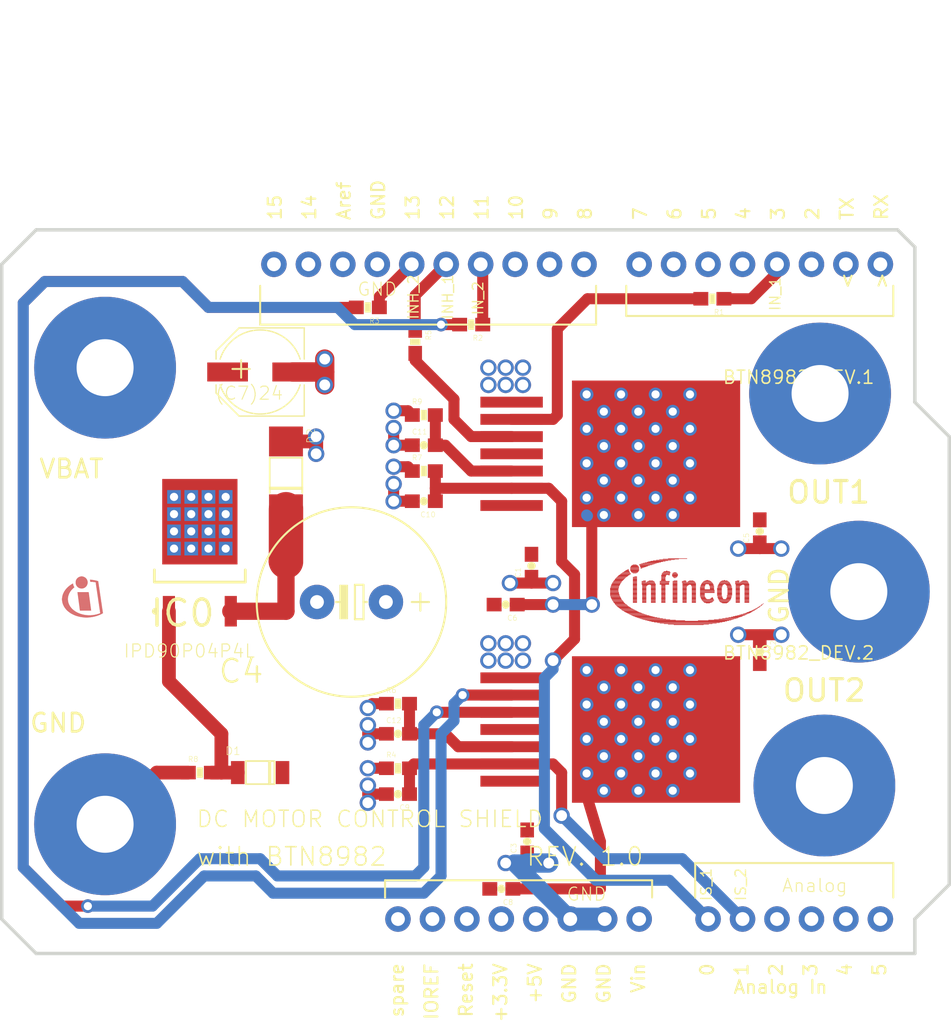
<source format=kicad_pcb>
(kicad_pcb (version 20171130) (host pcbnew "(5.1.2)-2")
  (layers (0 Top signal) (31 Bottom signal) (34 B.Paste user) (35 F.Paste user) (36 B.SilkS user) (37 F.SilkS user) (38 B.Mask user) (39 F.Mask user) (44 Edge.Cuts user))
  (net 0 "")
  (net 1 INH1)
  (net 2 IO_2_IN_1)
  (net 3 OUT1)
  (net 4 OUT2)
  (net 5 VS)
  (net 6 GND)
  (net 7 A/D_1)
  (net 8 IN1)
  (net 9 SR1)
  (net 10 INH2)
  (net 11 IN2)
  (net 12 SR2)
  (net 13 A/D_2)
  (net 14 IO_1_IN_2)
  (net 15 N$9)
  (net 16 VBAT)
  (net 17 IO_3_INH_2)
  (net 18 IO_4_INH_1)
  (module 0603-RES (layer Top) (at 238.9886 32.6136 180)
    (fp_text reference R1 (at -0.889 -0.762) (layer F.SilkS) (effects (font (size 0.38608 0.38608) (thickness 0.030886)) (justify right top)))
    (fp_text value 10k)
    (pad 2 smd rect (at 0.85 0 180) (size 1.1 1) (layers Top F.Paste F.Mask) (net 8 IN1))
    (pad 1 smd rect (at -0.85 0 180) (size 1.1 1) (layers Top F.Paste F.Mask) (net 2 IO_2_IN_1))
  )
  (module 0603-RES (layer Top) (at 217.0811 35.7886 270)
    (fp_text reference R5 (at -0.889 -0.762 90) (layer F.SilkS) (effects (font (size 0.38608 0.38608) (thickness 0.030886)) (justify right top)))
    (fp_text value 10k)
    (pad 2 smd rect (at 0.85 0 270) (size 1.1 1) (layers Top F.Paste F.Mask) (net 1 INH1))
    (pad 1 smd rect (at -0.85 0 270) (size 1.1 1) (layers Top F.Paste F.Mask) (net 18 IO_4_INH_1))
  )
  (module 0603-CAP (layer Top) (at 225.6536 52.2986 90)
    (fp_text reference C1 (at -0.889 -0.762 90) (layer F.SilkS) (effects (font (size 0.38608 0.38608) (thickness 0.030886)) (justify left bottom)))
    (fp_text value 100n)
    (pad 2 smd rect (at 0.85 0 90) (size 1.1 1) (layers Top F.Paste F.Mask) (net 5 VS))
    (pad 1 smd rect (at -0.85 0 90) (size 1.1 1) (layers Top F.Paste F.Mask) (net 6 GND))
  )
  (module 0603-CAP (layer Top) (at 242.4811 58.6486 270)
    (fp_text reference C2 (at -0.889 -0.762 90) (layer F.SilkS) (effects (font (size 0.38608 0.38608) (thickness 0.030886)) (justify right top)))
    (fp_text value 220n)
    (pad 2 smd rect (at 0.85 0 270) (size 1.1 1) (layers Top F.Paste F.Mask) (net 4 OUT2))
    (pad 1 smd rect (at -0.85 0 270) (size 1.1 1) (layers Top F.Paste F.Mask) (net 6 GND))
  )
  (module 0603-CAP (layer Top) (at 242.4811 49.7586 90)
    (fp_text reference C5 (at -0.889 -0.762 90) (layer F.SilkS) (effects (font (size 0.38608 0.38608) (thickness 0.030886)) (justify left bottom)))
    (fp_text value 220n)
    (pad 2 smd rect (at 0.85 0 90) (size 1.1 1) (layers Top F.Paste F.Mask) (net 3 OUT1))
    (pad 1 smd rect (at -0.85 0 90) (size 1.1 1) (layers Top F.Paste F.Mask) (net 6 GND))
  )
  (module 0603-CAP (layer Top) (at 223.7486 55.1561 180)
    (fp_text reference C6 (at -0.889 -0.762) (layer F.SilkS) (effects (font (size 0.38608 0.38608) (thickness 0.030886)) (justify right top)))
    (fp_text value 220n)
    (pad 2 smd rect (at 0.85 0 180) (size 1.1 1) (layers Top F.Paste F.Mask) (net 5 VS))
    (pad 1 smd rect (at -0.85 0 180) (size 1.1 1) (layers Top F.Paste F.Mask) (net 3 OUT1))
  )
  (module 0603-CAP (layer Top) (at 217.7161 47.5361 180)
    (fp_text reference C10 (at -0.889 -0.762) (layer F.SilkS) (effects (font (size 0.38608 0.38608) (thickness 0.030886)) (justify right top)))
    (fp_text value 1n)
    (pad 2 smd rect (at 0.85 0 180) (size 1.1 1) (layers Top F.Paste F.Mask) (net 6 GND))
    (pad 1 smd rect (at -0.85 0 180) (size 1.1 1) (layers Top F.Paste F.Mask) (net 7 A/D_1))
  )
  (module 0603-RES (layer Top) (at 217.7161 45.3136)
    (fp_text reference R7 (at -0.889 -0.762) (layer F.SilkS) (effects (font (size 0.38608 0.38608) (thickness 0.030886)) (justify left bottom)))
    (fp_text value 1k)
    (pad 2 smd rect (at 0.85 0) (size 1.1 1) (layers Top F.Paste F.Mask) (net 7 A/D_1))
    (pad 1 smd rect (at -0.85 0) (size 1.1 1) (layers Top F.Paste F.Mask) (net 6 GND))
  )
  (module HW-INFINEON_TO263-7-1 (layer Top) (at 233.3371 44.0436 270)
    (fp_text reference BTN8982_DEV.1 (at -5.08 -6.35) (layer F.SilkS) (effects (font (size 0.9652 0.9652) (thickness 0.115824)) (justify left bottom)))
    (fp_text value HW-INFINEON_BTN8982)
    (pad TAB smd rect (at 0 -1.5 270) (size 10.8 12.4) (layers Top F.Paste F.Mask) (net 3 OUT1))
    (pad 7 smd rect (at 3.81 9.15 270) (size 0.8 4.6) (layers Top F.Paste F.Mask) (net 5 VS))
    (pad 6 smd rect (at 2.54 9.15 270) (size 0.8 4.6) (layers Top F.Paste F.Mask) (net 7 A/D_1))
    (pad 5 smd rect (at 1.27 9.15 270) (size 0.8 4.6) (layers Top F.Paste F.Mask) (net 9 SR1))
    (pad 4 smd rect (at 0 9.15 270) (size 0.8 4.6) (layers Top F.Paste F.Mask))
    (pad 3 smd rect (at -1.27 9.15 270) (size 0.8 4.6) (layers Top F.Paste F.Mask) (net 1 INH1))
    (pad 2 smd rect (at -2.54 9.15 270) (size 0.8 4.6) (layers Top F.Paste F.Mask) (net 8 IN1))
    (pad 1 smd rect (at -3.81 9.15 270) (size 0.8 4.6) (layers Top F.Paste F.Mask) (net 6 GND))
  )
  (module 0603-RES (layer Top) (at 217.7161 41.1861)
    (fp_text reference R9 (at -0.889 -0.762) (layer F.SilkS) (effects (font (size 0.38608 0.38608) (thickness 0.030886)) (justify left bottom)))
    (fp_text value 0.51k)
    (pad 2 smd rect (at 0.85 0) (size 1.1 1) (layers Top F.Paste F.Mask) (net 9 SR1))
    (pad 1 smd rect (at -0.85 0) (size 1.1 1) (layers Top F.Paste F.Mask) (net 6 GND))
  )
  (module 0603-CAP (layer Top) (at 217.7161 43.4086)
    (fp_text reference C11 (at -0.889 -0.762) (layer F.SilkS) (effects (font (size 0.38608 0.38608) (thickness 0.030886)) (justify left bottom)))
    (fp_text value 100n)
    (pad 2 smd rect (at 0.85 0) (size 1.1 1) (layers Top F.Paste F.Mask) (net 9 SR1))
    (pad 1 smd rect (at -0.85 0) (size 1.1 1) (layers Top F.Paste F.Mask) (net 6 GND))
  )
  (module 0603-RES (layer Top) (at 221.2086 34.5186 180)
    (fp_text reference R2 (at -0.889 -0.762) (layer F.SilkS) (effects (font (size 0.38608 0.38608) (thickness 0.030886)) (justify right top)))
    (fp_text value 10k)
    (pad 2 smd rect (at 0.85 0 180) (size 1.1 1) (layers Top F.Paste F.Mask) (net 11 IN2))
    (pad 1 smd rect (at -0.85 0 180) (size 1.1 1) (layers Top F.Paste F.Mask) (net 14 IO_1_IN_2))
  )
  (module 0603-RES (layer Top) (at 213.5886 33.2486 180)
    (fp_text reference R3 (at -0.889 -0.762) (layer F.SilkS) (effects (font (size 0.38608 0.38608) (thickness 0.030886)) (justify right top)))
    (fp_text value 10k)
    (pad 2 smd rect (at 0.85 0 180) (size 1.1 1) (layers Top F.Paste F.Mask) (net 10 INH2))
    (pad 1 smd rect (at -0.85 0 180) (size 1.1 1) (layers Top F.Paste F.Mask) (net 17 IO_3_INH_2))
  )
  (module 0603-CAP (layer Top) (at 225.3361 72.6186 90)
    (fp_text reference C3 (at -0.889 -0.762 90) (layer F.SilkS) (effects (font (size 0.38608 0.38608) (thickness 0.030886)) (justify left bottom)))
    (fp_text value 100n)
    (pad 2 smd rect (at 0.85 0 90) (size 1.1 1) (layers Top F.Paste F.Mask) (net 5 VS))
    (pad 1 smd rect (at -0.85 0 90) (size 1.1 1) (layers Top F.Paste F.Mask) (net 6 GND))
  )
  (module 0603-CAP (layer Top) (at 223.4311 76.1111 180)
    (fp_text reference C8 (at -0.889 -0.762) (layer F.SilkS) (effects (font (size 0.38608 0.38608) (thickness 0.030886)) (justify right top)))
    (fp_text value 220n)
    (pad 2 smd rect (at 0.85 0 180) (size 1.1 1) (layers Top F.Paste F.Mask) (net 5 VS))
    (pad 1 smd rect (at -0.85 0 180) (size 1.1 1) (layers Top F.Paste F.Mask) (net 4 OUT2))
  )
  (module 0603-CAP (layer Top) (at 215.8111 69.1261 180)
    (fp_text reference C9 (at -0.889 -0.762) (layer F.SilkS) (effects (font (size 0.38608 0.38608) (thickness 0.030886)) (justify right top)))
    (fp_text value 1n)
    (pad 2 smd rect (at 0.85 0 180) (size 1.1 1) (layers Top F.Paste F.Mask) (net 6 GND))
    (pad 1 smd rect (at -0.85 0 180) (size 1.1 1) (layers Top F.Paste F.Mask) (net 13 A/D_2))
  )
  (module 0603-RES (layer Top) (at 215.8111 67.2211)
    (fp_text reference R4 (at -0.889 -0.762) (layer F.SilkS) (effects (font (size 0.38608 0.38608) (thickness 0.030886)) (justify left bottom)))
    (fp_text value 1k)
    (pad 2 smd rect (at 0.85 0) (size 1.1 1) (layers Top F.Paste F.Mask) (net 13 A/D_2))
    (pad 1 smd rect (at -0.85 0) (size 1.1 1) (layers Top F.Paste F.Mask) (net 6 GND))
  )
  (module HW-INFINEON_TO263-7-1 (layer Top) (at 233.3371 64.3636 270)
    (fp_text reference BTN8982_DEV.2 (at -5.08 -6.35) (layer F.SilkS) (effects (font (size 0.9652 0.9652) (thickness 0.115824)) (justify left bottom)))
    (fp_text value HW-INFINEON_BTN8982)
    (pad TAB smd rect (at 0 -1.5 270) (size 10.8 12.4) (layers Top F.Paste F.Mask) (net 4 OUT2))
    (pad 7 smd rect (at 3.81 9.15 270) (size 0.8 4.6) (layers Top F.Paste F.Mask) (net 5 VS))
    (pad 6 smd rect (at 2.54 9.15 270) (size 0.8 4.6) (layers Top F.Paste F.Mask) (net 13 A/D_2))
    (pad 5 smd rect (at 1.27 9.15 270) (size 0.8 4.6) (layers Top F.Paste F.Mask) (net 12 SR2))
    (pad 4 smd rect (at 0 9.15 270) (size 0.8 4.6) (layers Top F.Paste F.Mask))
    (pad 3 smd rect (at -1.27 9.15 270) (size 0.8 4.6) (layers Top F.Paste F.Mask) (net 10 INH2))
    (pad 2 smd rect (at -2.54 9.15 270) (size 0.8 4.6) (layers Top F.Paste F.Mask) (net 11 IN2))
    (pad 1 smd rect (at -3.81 9.15 270) (size 0.8 4.6) (layers Top F.Paste F.Mask) (net 6 GND))
  )
  (module 0603-RES (layer Top) (at 215.8111 62.4586)
    (fp_text reference R6 (at -0.889 -0.762) (layer F.SilkS) (effects (font (size 0.38608 0.38608) (thickness 0.030886)) (justify left bottom)))
    (fp_text value 0.51k)
    (pad 2 smd rect (at 0.85 0) (size 1.1 1) (layers Top F.Paste F.Mask) (net 12 SR2))
    (pad 1 smd rect (at -0.85 0) (size 1.1 1) (layers Top F.Paste F.Mask) (net 6 GND))
  )
  (module 0603-CAP (layer Top) (at 215.8111 64.6811)
    (fp_text reference C12 (at -0.889 -0.762) (layer F.SilkS) (effects (font (size 0.38608 0.38608) (thickness 0.030886)) (justify left bottom)))
    (fp_text value 100n)
    (pad 2 smd rect (at 0.85 0) (size 1.1 1) (layers Top F.Paste F.Mask) (net 12 SR2))
    (pad 1 smd rect (at -0.85 0) (size 1.1 1) (layers Top F.Paste F.Mask) (net 6 GND))
  )
  (module RCL_E5-13 (layer Top) (at 212.3821 54.9656 180)
    (fp_text reference C4 (at 6.3754 -4.1148) (layer F.SilkS) (effects (font (size 1.6891 1.6891) (thickness 0.16891)) (justify right top)))
    (fp_text value 1000u)
    (pad - thru_hole circle (at 2.54 0 180) (size 2.54 2.54) (drill 1.016) (layers *.Cu *.Mask) (net 6 GND))
    (pad + thru_hole circle (at -2.54 0 180) (size 2.54 2.54) (drill 1.016) (layers *.Cu *.Mask) (net 5 VS))
  )
  (module SMD-PACKAGES_SOD80 (layer Top) (at 205.6511 67.5386)
    (fp_text reference D1 (at -2.5999 -1.2499) (layer F.SilkS) (effects (font (size 0.57912 0.57912) (thickness 0.046329)) (justify left bottom)))
    (fp_text value 10V)
    (pad K smd rect (at 1.65 0) (size 1 1.7) (layers Top F.Paste F.Mask) (net 5 VS))
    (pad A smd rect (at -1.65 0) (size 1 1.7) (layers Top F.Paste F.Mask) (net 15 N$9))
  )
  (module 0603-RES (layer Top) (at 201.2061 67.5386)
    (fp_text reference R8 (at -0.889 -0.762) (layer F.SilkS) (effects (font (size 0.38608 0.38608) (thickness 0.030886)) (justify left bottom)))
    (fp_text value 10k)
    (pad 2 smd rect (at 0.85 0) (size 1.1 1) (layers Top F.Paste F.Mask) (net 15 N$9))
    (pad 1 smd rect (at -0.85 0) (size 1.1 1) (layers Top F.Paste F.Mask) (net 6 GND))
  )
  (module SMD-PACKAGES_MELF-D (layer Top) (at 207.5561 45.6311 270)
    (fp_text reference D2 (at -3.5 -1.5 90) (layer F.SilkS) (effects (font (size 0.57912 0.57912) (thickness 0.046329)) (justify right top)))
    (fp_text value 39V)
    (pad K smd rect (at 2.5 0 270) (size 2.2 2.5) (layers Top F.Paste F.Mask) (net 5 VS))
    (pad A smd rect (at -2.5 0 270) (size 2.2 2.5) (layers Top F.Paste F.Mask) (net 6 GND))
  )
  (module XMC1100_FOR_ARDUINO (layer Top) (at 196.7611 80.8736)
    (fp_text reference SHAPE1 hide)
    (fp_text value ARDUINO_SHIELD hide)
    (fp_text user spare (at 18.415 0.635 90) (layer F.SilkS) (effects (font (size 0.9652 0.9652) (thickness 0.1524)) (justify right top)))
    (fp_text user > (at 55.245 -48.895 90) (layer F.SilkS) (effects (font (size 0.9652 0.9652) (thickness 0.1524)) (justify left bottom)))
    (fp_text user < (at 52.705 -48.895 90) (layer F.SilkS) (effects (font (size 0.9652 0.9652) (thickness 0.1524)) (justify left bottom)))
    (fp_text user IOREF (at 20.955 0.635 90) (layer F.SilkS) (effects (font (size 0.9652 0.9652) (thickness 0.1524)) (justify right top)))
    (fp_text user 15 (at 10.541 -53.975 90) (layer F.SilkS) (effects (font (size 0.9652 0.9652) (thickness 0.1524)) (justify left bottom)))
    (fp_text user 14 (at 13.081 -53.975 90) (layer F.SilkS) (effects (font (size 0.9652 0.9652) (thickness 0.1524)) (justify left bottom)))
    (fp_text user RX (at 55.245 -53.975 90) (layer F.SilkS) (effects (font (size 0.9652 0.9652) (thickness 0.1524)) (justify left bottom)))
    (fp_text user TX (at 52.705 -53.975 90) (layer F.SilkS) (effects (font (size 0.9652 0.9652) (thickness 0.1524)) (justify left bottom)))
    (fp_text user 2 (at 50.165 -53.975 90) (layer F.SilkS) (effects (font (size 0.9652 0.9652) (thickness 0.1524)) (justify left bottom)))
    (fp_text user 3 (at 47.625 -53.975 90) (layer F.SilkS) (effects (font (size 0.9652 0.9652) (thickness 0.1524)) (justify left bottom)))
    (fp_text user 4 (at 45.085 -53.975 90) (layer F.SilkS) (effects (font (size 0.9652 0.9652) (thickness 0.1524)) (justify left bottom)))
    (fp_text user 5 (at 42.545 -53.975 90) (layer F.SilkS) (effects (font (size 0.9652 0.9652) (thickness 0.1524)) (justify left bottom)))
    (fp_text user 6 (at 40.005 -53.975 90) (layer F.SilkS) (effects (font (size 0.9652 0.9652) (thickness 0.1524)) (justify left bottom)))
    (fp_text user 7 (at 37.465 -53.975 90) (layer F.SilkS) (effects (font (size 0.9652 0.9652) (thickness 0.1524)) (justify left bottom)))
    (fp_text user 8 (at 33.401 -53.975 90) (layer F.SilkS) (effects (font (size 0.9652 0.9652) (thickness 0.1524)) (justify left bottom)))
    (fp_text user 9 (at 30.861 -53.975 90) (layer F.SilkS) (effects (font (size 0.9652 0.9652) (thickness 0.1524)) (justify left bottom)))
    (fp_text user 10 (at 28.321 -53.975 90) (layer F.SilkS) (effects (font (size 0.9652 0.9652) (thickness 0.1524)) (justify left bottom)))
    (fp_text user Aref (at 15.621 -53.975 90) (layer F.SilkS) (effects (font (size 0.9652 0.9652) (thickness 0.1524)) (justify left bottom)))
    (fp_text user 11 (at 25.781 -53.975 90) (layer F.SilkS) (effects (font (size 0.9652 0.9652) (thickness 0.1524)) (justify left bottom)))
    (fp_text user 12 (at 23.241 -53.975 90) (layer F.SilkS) (effects (font (size 0.9652 0.9652) (thickness 0.1524)) (justify left bottom)))
    (fp_text user 13 (at 20.701 -53.975 90) (layer F.SilkS) (effects (font (size 0.9652 0.9652) (thickness 0.1524)) (justify left bottom)))
    (fp_text user GND (at 18.161 -53.975 90) (layer F.SilkS) (effects (font (size 0.9652 0.9652) (thickness 0.1524)) (justify left bottom)))
    (fp_text user "Analog In" (at 50.8 1.905) (layer F.SilkS) (effects (font (size 0.9652 0.9652) (thickness 0.1524)) (justify right top)))
    (fp_text user 5 (at 53.975 0.635 90) (layer F.SilkS) (effects (font (size 0.9652 0.9652) (thickness 0.1524)) (justify right top)))
    (fp_text user 4 (at 51.435 0.635 90) (layer F.SilkS) (effects (font (size 0.9652 0.9652) (thickness 0.1524)) (justify right top)))
    (fp_text user 3 (at 48.895 0.635 90) (layer F.SilkS) (effects (font (size 0.9652 0.9652) (thickness 0.1524)) (justify right top)))
    (fp_text user 2 (at 46.355 0.635 90) (layer F.SilkS) (effects (font (size 0.9652 0.9652) (thickness 0.1524)) (justify right top)))
    (fp_text user 1 (at 43.815 0.635 90) (layer F.SilkS) (effects (font (size 0.9652 0.9652) (thickness 0.1524)) (justify right top)))
    (fp_text user 0 (at 41.275 0.635 90) (layer F.SilkS) (effects (font (size 0.9652 0.9652) (thickness 0.1524)) (justify right top)))
    (fp_text user +3.3V (at 26.035 0.635 90) (layer F.SilkS) (effects (font (size 0.9652 0.9652) (thickness 0.1524)) (justify right top)))
    (fp_text user Vin (at 36.195 0.635 90) (layer F.SilkS) (effects (font (size 0.9652 0.9652) (thickness 0.1524)) (justify right top)))
    (fp_text user Reset (at 23.495 0.635 90) (layer F.SilkS) (effects (font (size 0.9652 0.9652) (thickness 0.1524)) (justify right top)))
    (fp_text user +5V (at 28.575 0.635 90) (layer F.SilkS) (effects (font (size 0.9652 0.9652) (thickness 0.1524)) (justify right top)))
    (fp_text user GND (at 33.655 0.635 90) (layer F.SilkS) (effects (font (size 0.9652 0.9652) (thickness 0.1524)) (justify right top)))
    (fp_text user GND (at 31.115 0.635 90) (layer F.SilkS) (effects (font (size 0.9652 0.9652) (thickness 0.1524)) (justify right top)))
    (fp_line (start -7.62 0) (end 57.15 0) (layer Edge.Cuts) (width 0.254))
    (fp_line (start 57.15 -52.07) (end 55.88 -53.34) (layer Edge.Cuts) (width 0.254))
    (fp_line (start 57.15 -40.64) (end 57.15 -52.07) (layer Edge.Cuts) (width 0.254))
    (fp_line (start 59.69 -38.1) (end 57.15 -40.64) (layer Edge.Cuts) (width 0.254))
    (fp_line (start 59.69 -5.08) (end 59.69 -38.1) (layer Edge.Cuts) (width 0.254))
    (fp_line (start -7.62 -53.34) (end -10.16 -50.8) (layer Edge.Cuts) (width 0.254))
    (fp_line (start 55.88 -53.34) (end -7.62 -53.34) (layer Edge.Cuts) (width 0.254))
    (fp_line (start 57.15 -2.54) (end 59.69 -5.08) (layer Edge.Cuts) (width 0.254))
    (fp_line (start 57.15 0) (end 57.15 -2.54) (layer Edge.Cuts) (width 0.254))
    (fp_line (start -10.16 -2.54) (end -7.62 0) (layer Edge.Cuts) (width 0.254))
    (fp_line (start -10.16 -50.8) (end -10.16 -2.54) (layer Edge.Cuts) (width 0.254))
    (pad "" np_thru_hole circle (at 6.35 -2.54) (size 3.2 3.2) (drill 3.2) (layers *.Cu *.Mask))
    (pad "" np_thru_hole circle (at 6.35 -50.8) (size 3.2 3.2) (drill 3.2) (layers *.Cu *.Mask))
    (pad "" np_thru_hole circle (at 57.15 -7.62) (size 3.2 3.2) (drill 3.2) (layers *.Cu *.Mask))
    (pad "" np_thru_hole circle (at 57.15 -35.56) (size 3.2 3.2) (drill 3.2) (layers *.Cu *.Mask))
    (pad IOREF thru_hole circle (at 21.59 -2.54) (size 1.8796 1.8796) (drill 1.016) (layers *.Cu *.Mask))
    (pad SPARE thru_hole circle (at 19.05 -2.54) (size 1.8796 1.8796) (drill 1.016) (layers *.Cu *.Mask))
    (pad 15 thru_hole circle (at 9.906 -50.8) (size 1.8796 1.8796) (drill 1.016) (layers *.Cu *.Mask))
    (pad 14 thru_hole circle (at 12.446 -50.8) (size 1.8796 1.8796) (drill 1.016) (layers *.Cu *.Mask))
    (pad AREF thru_hole circle (at 14.986 -50.8) (size 1.8796 1.8796) (drill 1.016) (layers *.Cu *.Mask))
    (pad GND@2 thru_hole circle (at 17.526 -50.8) (size 1.8796 1.8796) (drill 1.016) (layers *.Cu *.Mask) (net 6 GND))
    (pad D13 thru_hole circle (at 20.066 -50.8) (size 1.8796 1.8796) (drill 1.016) (layers *.Cu *.Mask) (net 17 IO_3_INH_2))
    (pad D12 thru_hole circle (at 22.606 -50.8) (size 1.8796 1.8796) (drill 1.016) (layers *.Cu *.Mask) (net 18 IO_4_INH_1))
    (pad D11 thru_hole circle (at 25.146 -50.8) (size 1.8796 1.8796) (drill 1.016) (layers *.Cu *.Mask) (net 14 IO_1_IN_2))
    (pad D10 thru_hole circle (at 27.686 -50.8) (size 1.8796 1.8796) (drill 1.016) (layers *.Cu *.Mask))
    (pad D9 thru_hole circle (at 30.226 -50.8) (size 1.8796 1.8796) (drill 1.016) (layers *.Cu *.Mask))
    (pad D8 thru_hole circle (at 32.766 -50.8) (size 1.8796 1.8796) (drill 1.016) (layers *.Cu *.Mask))
    (pad D7 thru_hole circle (at 36.83 -50.8) (size 1.8796 1.8796) (drill 1.016) (layers *.Cu *.Mask))
    (pad D6 thru_hole circle (at 39.37 -50.8) (size 1.8796 1.8796) (drill 1.016) (layers *.Cu *.Mask))
    (pad D5 thru_hole circle (at 41.91 -50.8) (size 1.8796 1.8796) (drill 1.016) (layers *.Cu *.Mask))
    (pad D4 thru_hole circle (at 44.45 -50.8) (size 1.8796 1.8796) (drill 1.016) (layers *.Cu *.Mask))
    (pad D3 thru_hole circle (at 46.99 -50.8) (size 1.8796 1.8796) (drill 1.016) (layers *.Cu *.Mask) (net 2 IO_2_IN_1))
    (pad D2 thru_hole circle (at 49.53 -50.8) (size 1.8796 1.8796) (drill 1.016) (layers *.Cu *.Mask))
    (pad TX thru_hole circle (at 52.07 -50.8) (size 1.8796 1.8796) (drill 1.016) (layers *.Cu *.Mask))
    (pad RX thru_hole circle (at 54.61 -50.8) (size 1.8796 1.8796) (drill 1.016) (layers *.Cu *.Mask))
    (pad A5 thru_hole circle (at 54.61 -2.54) (size 1.8796 1.8796) (drill 1.016) (layers *.Cu *.Mask))
    (pad A4 thru_hole circle (at 52.07 -2.54) (size 1.8796 1.8796) (drill 1.016) (layers *.Cu *.Mask))
    (pad A3 thru_hole circle (at 49.53 -2.54) (size 1.8796 1.8796) (drill 1.016) (layers *.Cu *.Mask))
    (pad A2 thru_hole circle (at 46.99 -2.54) (size 1.8796 1.8796) (drill 1.016) (layers *.Cu *.Mask))
    (pad A1 thru_hole circle (at 44.45 -2.54) (size 1.8796 1.8796) (drill 1.016) (layers *.Cu *.Mask) (net 13 A/D_2))
    (pad A0 thru_hole circle (at 41.91 -2.54) (size 1.8796 1.8796) (drill 1.016) (layers *.Cu *.Mask) (net 7 A/D_1))
    (pad VIN thru_hole circle (at 36.83 -2.54) (size 1.8796 1.8796) (drill 1.016) (layers *.Cu *.Mask))
    (pad GND@1 thru_hole circle (at 34.29 -2.54) (size 1.8796 1.8796) (drill 1.016) (layers *.Cu *.Mask) (net 6 GND))
    (pad GND@0 thru_hole circle (at 31.75 -2.54) (size 1.8796 1.8796) (drill 1.016) (layers *.Cu *.Mask) (net 6 GND))
    (pad 5V thru_hole circle (at 29.21 -2.54) (size 1.8796 1.8796) (drill 1.016) (layers *.Cu *.Mask))
    (pad 3.3V thru_hole circle (at 26.67 -2.54) (size 1.8796 1.8796) (drill 1.016) (layers *.Cu *.Mask))
    (pad RES thru_hole circle (at 24.13 -2.54) (size 1.8796 1.8796) (drill 1.016) (layers *.Cu *.Mask))
  )
  (module PANASONIC_D (layer Top) (at 205.6511 38.0111 180)
    (fp_text reference "(C7)24" (at -1.75 -1) (layer F.SilkS) (effects (font (size 0.9652 0.9652) (thickness 0.077216)) (justify right top)))
    (fp_text value 100u)
    (pad - smd rect (at -2.4 0 180) (size 3 1.4) (layers Top F.Paste F.Mask) (net 6 GND))
    (pad + smd rect (at 2.4 0 180) (size 3 1.4) (layers Top F.Paste F.Mask) (net 16 VBAT))
  )
  (module HW-INFINEON_TO-252-3-313-L (layer Top) (at 201.2061 51.3461 90)
    (fp_text reference IC0 (at -5.575 -3.784) (layer F.SilkS) (effects (font (size 1.9304 1.9304) (thickness 0.250952)) (justify left bottom)))
    (fp_text value HW_INFINEON_IPD90P04P4L-04)
    (pad P3 smd rect (at -4.3 2.28 180) (size 0.9 2.25) (layers Top F.Paste F.Mask) (net 5 VS))
    (pad P1 smd rect (at -4.3 -2.28 180) (size 0.9 2.25) (layers Top F.Paste F.Mask) (net 15 N$9))
    (pad P2 smd rect (at 2.3 0 180) (size 5.55 6.3) (layers Top F.Paste F.Mask) (net 16 VBAT))
  )
  (module INFINEON_LOGO_5 (layer Top) (at 231.0511 57.0611)
    (fp_text reference U$1 hide)
    (fp_text value "" hide)
    (fp_poly (pts (xy 4.6673 -5.2769) (xy 6.077 -5.2769) (xy 6.077 -5.315) (xy 4.6673 -5.315)) (layer Top) (width 0))
    (fp_poly (pts (xy 4.2863 -5.2388) (xy 5.4674 -5.2388) (xy 5.4674 -5.2769) (xy 4.2863 -5.2769)) (layer Top) (width 0))
    (fp_poly (pts (xy 4.0196 -5.2007) (xy 5.1626 -5.2007) (xy 5.1626 -5.2388) (xy 4.0196 -5.2388)) (layer Top) (width 0))
    (fp_poly (pts (xy 3.791 -5.1626) (xy 4.8959 -5.1626) (xy 4.8959 -5.2007) (xy 3.791 -5.2007)) (layer Top) (width 0))
    (fp_poly (pts (xy 3.5624 -5.1245) (xy 4.6673 -5.1245) (xy 4.6673 -5.1626) (xy 3.5624 -5.1626)) (layer Top) (width 0))
    (fp_poly (pts (xy 3.3719 -5.0864) (xy 4.4768 -5.0864) (xy 4.4768 -5.1245) (xy 3.3719 -5.1245)) (layer Top) (width 0))
    (fp_poly (pts (xy 3.2195 -5.0483) (xy 4.2863 -5.0483) (xy 4.2863 -5.0864) (xy 3.2195 -5.0864)) (layer Top) (width 0))
    (fp_poly (pts (xy 3.1052 -5.0102) (xy 4.1339 -5.0102) (xy 4.1339 -5.0483) (xy 3.1052 -5.0483)) (layer Top) (width 0))
    (fp_poly (pts (xy 2.9528 -4.9721) (xy 3.9815 -4.9721) (xy 3.9815 -5.0102) (xy 2.9528 -5.0102)) (layer Top) (width 0))
    (fp_poly (pts (xy 2.8004 -4.934) (xy 3.8291 -4.934) (xy 3.8291 -4.9721) (xy 2.8004 -4.9721)) (layer Top) (width 0))
    (fp_poly (pts (xy 2.6861 -4.8959) (xy 3.7148 -4.8959) (xy 3.7148 -4.934) (xy 2.6861 -4.934)) (layer Top) (width 0))
    (fp_poly (pts (xy 2.5718 -4.8578) (xy 3.6005 -4.8578) (xy 3.6005 -4.8959) (xy 2.5718 -4.8959)) (layer Top) (width 0))
    (fp_poly (pts (xy 2.5337 -4.8197) (xy 3.4862 -4.8197) (xy 3.4862 -4.8578) (xy 2.5337 -4.8578)) (layer Top) (width 0))
    (fp_poly (pts (xy 2.0765 -4.8197) (xy 2.3432 -4.8197) (xy 2.3432 -4.8578) (xy 2.0765 -4.8578)) (layer Top) (width 0))
    (fp_poly (pts (xy 2.5718 -4.7816) (xy 3.3338 -4.7816) (xy 3.3338 -4.8197) (xy 2.5718 -4.8197)) (layer Top) (width 0))
    (fp_poly (pts (xy 2.0003 -4.7816) (xy 2.4194 -4.7816) (xy 2.4194 -4.8197) (xy 2.0003 -4.8197)) (layer Top) (width 0))
    (fp_poly (pts (xy 2.6099 -4.7435) (xy 3.2195 -4.7435) (xy 3.2195 -4.7816) (xy 2.6099 -4.7816)) (layer Top) (width 0))
    (fp_poly (pts (xy 1.9622 -4.7435) (xy 2.4575 -4.7435) (xy 2.4575 -4.7816) (xy 1.9622 -4.7816)) (layer Top) (width 0))
    (fp_poly (pts (xy 2.6099 -4.7054) (xy 3.1433 -4.7054) (xy 3.1433 -4.7435) (xy 2.6099 -4.7435)) (layer Top) (width 0))
    (fp_poly (pts (xy 1.9241 -4.7054) (xy 2.4956 -4.7054) (xy 2.4956 -4.7435) (xy 1.9241 -4.7435)) (layer Top) (width 0))
    (fp_poly (pts (xy 2.6099 -4.6673) (xy 3.029 -4.6673) (xy 3.029 -4.7054) (xy 2.6099 -4.7054)) (layer Top) (width 0))
    (fp_poly (pts (xy 1.9241 -4.6673) (xy 2.4956 -4.6673) (xy 2.4956 -4.7054) (xy 1.9241 -4.7054)) (layer Top) (width 0))
    (fp_poly (pts (xy 2.648 -4.6292) (xy 2.9147 -4.6292) (xy 2.9147 -4.6673) (xy 2.648 -4.6673)) (layer Top) (width 0))
    (fp_poly (pts (xy 1.886 -4.6292) (xy 2.5337 -4.6292) (xy 2.5337 -4.6673) (xy 1.886 -4.6673)) (layer Top) (width 0))
    (fp_poly (pts (xy 2.648 -4.5911) (xy 2.8004 -4.5911) (xy 2.8004 -4.6292) (xy 2.648 -4.6292)) (layer Top) (width 0))
    (fp_poly (pts (xy 1.886 -4.5911) (xy 2.5337 -4.5911) (xy 2.5337 -4.6292) (xy 1.886 -4.6292)) (layer Top) (width 0))
    (fp_poly (pts (xy 2.648 -4.553) (xy 2.7242 -4.553) (xy 2.7242 -4.5911) (xy 2.648 -4.5911)) (layer Top) (width 0))
    (fp_poly (pts (xy 1.886 -4.553) (xy 2.5337 -4.553) (xy 2.5337 -4.5911) (xy 1.886 -4.5911)) (layer Top) (width 0))
    (fp_poly (pts (xy 1.886 -4.5149) (xy 2.5337 -4.5149) (xy 2.5337 -4.553) (xy 1.886 -4.553)) (layer Top) (width 0))
    (fp_poly (pts (xy 1.886 -4.4768) (xy 2.5337 -4.4768) (xy 2.5337 -4.5149) (xy 1.886 -4.5149)) (layer Top) (width 0))
    (fp_poly (pts (xy 1.6955 -4.4768) (xy 1.7717 -4.4768) (xy 1.7717 -4.5149) (xy 1.6955 -4.5149)) (layer Top) (width 0))
    (fp_poly (pts (xy 1.886 -4.4387) (xy 2.5337 -4.4387) (xy 2.5337 -4.4768) (xy 1.886 -4.4768)) (layer Top) (width 0))
    (fp_poly (pts (xy 1.6193 -4.4387) (xy 1.7717 -4.4387) (xy 1.7717 -4.4768) (xy 1.6193 -4.4768)) (layer Top) (width 0))
    (fp_poly (pts (xy 1.886 -4.4006) (xy 2.5337 -4.4006) (xy 2.5337 -4.4387) (xy 1.886 -4.4387)) (layer Top) (width 0))
    (fp_poly (pts (xy 1.5431 -4.4006) (xy 1.7717 -4.4006) (xy 1.7717 -4.4387) (xy 1.5431 -4.4387)) (layer Top) (width 0))
    (fp_poly (pts (xy 4.5149 -4.3625) (xy 4.6292 -4.3625) (xy 4.6292 -4.4006) (xy 4.5149 -4.4006)) (layer Top) (width 0))
    (fp_poly (pts (xy 1.9241 -4.3625) (xy 2.4956 -4.3625) (xy 2.4956 -4.4006) (xy 1.9241 -4.4006)) (layer Top) (width 0))
    (fp_poly (pts (xy 1.505 -4.3625) (xy 1.8098 -4.3625) (xy 1.8098 -4.4006) (xy 1.505 -4.4006)) (layer Top) (width 0))
    (fp_poly (pts (xy 4.3625 -4.3244) (xy 4.7816 -4.3244) (xy 4.7816 -4.3625) (xy 4.3625 -4.3625)) (layer Top) (width 0))
    (fp_poly (pts (xy 1.9241 -4.3244) (xy 2.4956 -4.3244) (xy 2.4956 -4.3625) (xy 1.9241 -4.3625)) (layer Top) (width 0))
    (fp_poly (pts (xy 1.4288 -4.3244) (xy 1.8098 -4.3244) (xy 1.8098 -4.3625) (xy 1.4288 -4.3625)) (layer Top) (width 0))
    (fp_poly (pts (xy 4.3244 -4.2863) (xy 4.8197 -4.2863) (xy 4.8197 -4.3244) (xy 4.3244 -4.3244)) (layer Top) (width 0))
    (fp_poly (pts (xy 1.9622 -4.2863) (xy 2.4575 -4.2863) (xy 2.4575 -4.3244) (xy 1.9622 -4.3244)) (layer Top) (width 0))
    (fp_poly (pts (xy 1.3907 -4.2863) (xy 1.8479 -4.2863) (xy 1.8479 -4.3244) (xy 1.3907 -4.3244)) (layer Top) (width 0))
    (fp_poly (pts (xy 5.0864 -4.2482) (xy 5.2769 -4.2482) (xy 5.2769 -4.2863) (xy 5.0864 -4.2863)) (layer Top) (width 0))
    (fp_poly (pts (xy 4.2863 -4.2482) (xy 4.8578 -4.2482) (xy 4.8578 -4.2863) (xy 4.2863 -4.2863)) (layer Top) (width 0))
    (fp_poly (pts (xy 2.0003 -4.2482) (xy 2.4194 -4.2482) (xy 2.4194 -4.2863) (xy 2.0003 -4.2863)) (layer Top) (width 0))
    (fp_poly (pts (xy 1.3145 -4.2482) (xy 1.8479 -4.2482) (xy 1.8479 -4.2863) (xy 1.3145 -4.2863)) (layer Top) (width 0))
    (fp_poly (pts (xy 5.0102 -4.2101) (xy 5.315 -4.2101) (xy 5.315 -4.2482) (xy 5.0102 -4.2482)) (layer Top) (width 0))
    (fp_poly (pts (xy 4.2482 -4.2101) (xy 4.8197 -4.2101) (xy 4.8197 -4.2482) (xy 4.2482 -4.2482)) (layer Top) (width 0))
    (fp_poly (pts (xy 2.0765 -4.2101) (xy 2.3432 -4.2101) (xy 2.3432 -4.2482) (xy 2.0765 -4.2482)) (layer Top) (width 0))
    (fp_poly (pts (xy 1.2764 -4.2101) (xy 1.886 -4.2101) (xy 1.886 -4.2482) (xy 1.2764 -4.2482)) (layer Top) (width 0))
    (fp_poly (pts (xy 5.0102 -4.172) (xy 5.3531 -4.172) (xy 5.3531 -4.2101) (xy 5.0102 -4.2101)) (layer Top) (width 0))
    (fp_poly (pts (xy 4.2101 -4.172) (xy 4.8197 -4.172) (xy 4.8197 -4.2101) (xy 4.2101 -4.2101)) (layer Top) (width 0))
    (fp_poly (pts (xy 1.2002 -4.172) (xy 1.9241 -4.172) (xy 1.9241 -4.2101) (xy 1.2002 -4.2101)) (layer Top) (width 0))
    (fp_poly (pts (xy 4.9721 -4.1339) (xy 5.3912 -4.1339) (xy 5.3912 -4.172) (xy 4.9721 -4.172)) (layer Top) (width 0))
    (fp_poly (pts (xy 4.2101 -4.1339) (xy 4.8197 -4.1339) (xy 4.8197 -4.172) (xy 4.2101 -4.172)) (layer Top) (width 0))
    (fp_poly (pts (xy 1.1621 -4.1339) (xy 1.9241 -4.1339) (xy 1.9241 -4.172) (xy 1.1621 -4.172)) (layer Top) (width 0))
    (fp_poly (pts (xy 4.9721 -4.0958) (xy 5.3912 -4.0958) (xy 5.3912 -4.1339) (xy 4.9721 -4.1339)) (layer Top) (width 0))
    (fp_poly (pts (xy 4.2101 -4.0958) (xy 4.7816 -4.0958) (xy 4.7816 -4.1339) (xy 4.2101 -4.1339)) (layer Top) (width 0))
    (fp_poly (pts (xy 1.124 -4.0958) (xy 1.8479 -4.0958) (xy 1.8479 -4.1339) (xy 1.124 -4.1339)) (layer Top) (width 0))
    (fp_poly (pts (xy 4.9721 -4.0577) (xy 5.3912 -4.0577) (xy 5.3912 -4.0958) (xy 4.9721 -4.0958)) (layer Top) (width 0))
    (fp_poly (pts (xy 4.7054 -4.0577) (xy 4.7816 -4.0577) (xy 4.7816 -4.0958) (xy 4.7054 -4.0958)) (layer Top) (width 0))
    (fp_poly (pts (xy 4.172 -4.0577) (xy 4.553 -4.0577) (xy 4.553 -4.0958) (xy 4.172 -4.0958)) (layer Top) (width 0))
    (fp_poly (pts (xy 1.0478 -4.0577) (xy 1.8098 -4.0577) (xy 1.8098 -4.0958) (xy 1.0478 -4.0958)) (layer Top) (width 0))
    (fp_poly (pts (xy 4.9721 -4.0196) (xy 5.3912 -4.0196) (xy 5.3912 -4.0577) (xy 4.9721 -4.0577)) (layer Top) (width 0))
    (fp_poly (pts (xy 4.172 -4.0196) (xy 4.5149 -4.0196) (xy 4.5149 -4.0577) (xy 4.172 -4.0577)) (layer Top) (width 0))
    (fp_poly (pts (xy 1.0097 -4.0196) (xy 1.7336 -4.0196) (xy 1.7336 -4.0577) (xy 1.0097 -4.0577)) (layer Top) (width 0))
    (fp_poly (pts (xy 4.9721 -3.9815) (xy 5.3531 -3.9815) (xy 5.3531 -4.0196) (xy 4.9721 -4.0196)) (layer Top) (width 0))
    (fp_poly (pts (xy 4.172 -3.9815) (xy 4.5149 -3.9815) (xy 4.5149 -4.0196) (xy 4.172 -4.0196)) (layer Top) (width 0))
    (fp_poly (pts (xy 0.9716 -3.9815) (xy 1.6955 -3.9815) (xy 1.6955 -4.0196) (xy 0.9716 -4.0196)) (layer Top) (width 0))
    (fp_poly (pts (xy 5.0102 -3.9434) (xy 5.3531 -3.9434) (xy 5.3531 -3.9815) (xy 5.0102 -3.9815)) (layer Top) (width 0))
    (fp_poly (pts (xy 4.172 -3.9434) (xy 4.5149 -3.9434) (xy 4.5149 -3.9815) (xy 4.172 -3.9815)) (layer Top) (width 0))
    (fp_poly (pts (xy 2.1908 -3.9434) (xy 2.3813 -3.9434) (xy 2.3813 -3.9815) (xy 2.1908 -3.9815)) (layer Top) (width 0))
    (fp_poly (pts (xy 0.9335 -3.9434) (xy 1.6574 -3.9434) (xy 1.6574 -3.9815) (xy 0.9335 -3.9815)) (layer Top) (width 0))
    (fp_poly (pts (xy 5.0483 -3.9053) (xy 5.315 -3.9053) (xy 5.315 -3.9434) (xy 5.0483 -3.9434)) (layer Top) (width 0))
    (fp_poly (pts (xy 4.172 -3.9053) (xy 4.4768 -3.9053) (xy 4.4768 -3.9434) (xy 4.172 -3.9434)) (layer Top) (width 0))
    (fp_poly (pts (xy 2.0765 -3.9053) (xy 2.3813 -3.9053) (xy 2.3813 -3.9434) (xy 2.0765 -3.9434)) (layer Top) (width 0))
    (fp_poly (pts (xy 0.8954 -3.9053) (xy 1.5812 -3.9053) (xy 1.5812 -3.9434) (xy 0.8954 -3.9434)) (layer Top) (width 0))
    (fp_poly (pts (xy 5.0864 -3.8672) (xy 5.2388 -3.8672) (xy 5.2388 -3.9053) (xy 5.0864 -3.9053)) (layer Top) (width 0))
    (fp_poly (pts (xy 4.172 -3.8672) (xy 4.4768 -3.8672) (xy 4.4768 -3.9053) (xy 4.172 -3.9053)) (layer Top) (width 0))
    (fp_poly (pts (xy 2.0765 -3.8672) (xy 2.3813 -3.8672) (xy 2.3813 -3.9053) (xy 2.0765 -3.9053)) (layer Top) (width 0))
    (fp_poly (pts (xy 0.8573 -3.8672) (xy 1.5431 -3.8672) (xy 1.5431 -3.9053) (xy 0.8573 -3.9053)) (layer Top) (width 0))
    (fp_poly (pts (xy 4.172 -3.8291) (xy 4.4768 -3.8291) (xy 4.4768 -3.8672) (xy 4.172 -3.8672)) (layer Top) (width 0))
    (fp_poly (pts (xy 2.0765 -3.8291) (xy 2.3813 -3.8291) (xy 2.3813 -3.8672) (xy 2.0765 -3.8672)) (layer Top) (width 0))
    (fp_poly (pts (xy 0.8192 -3.8291) (xy 1.505 -3.8291) (xy 1.505 -3.8672) (xy 0.8192 -3.8672)) (layer Top) (width 0))
    (fp_poly (pts (xy 4.172 -3.791) (xy 4.4768 -3.791) (xy 4.4768 -3.8291) (xy 4.172 -3.8291)) (layer Top) (width 0))
    (fp_poly (pts (xy 2.0765 -3.791) (xy 2.3813 -3.791) (xy 2.3813 -3.8291) (xy 2.0765 -3.8291)) (layer Top) (width 0))
    (fp_poly (pts (xy 0.7811 -3.791) (xy 1.4669 -3.791) (xy 1.4669 -3.8291) (xy 0.7811 -3.8291)) (layer Top) (width 0))
    (fp_poly (pts (xy 4.172 -3.7529) (xy 4.4768 -3.7529) (xy 4.4768 -3.791) (xy 4.172 -3.791)) (layer Top) (width 0))
    (fp_poly (pts (xy 2.0765 -3.7529) (xy 2.3813 -3.7529) (xy 2.3813 -3.791) (xy 2.0765 -3.791)) (layer Top) (width 0))
    (fp_poly (pts (xy 0.743 -3.7529) (xy 1.4288 -3.7529) (xy 1.4288 -3.791) (xy 0.743 -3.791)) (layer Top) (width 0))
    (fp_poly (pts (xy 4.172 -3.7148) (xy 4.4768 -3.7148) (xy 4.4768 -3.7529) (xy 4.172 -3.7529)) (layer Top) (width 0))
    (fp_poly (pts (xy 2.0765 -3.7148) (xy 2.3813 -3.7148) (xy 2.3813 -3.7529) (xy 2.0765 -3.7529)) (layer Top) (width 0))
    (fp_poly (pts (xy 0.743 -3.7148) (xy 1.3907 -3.7148) (xy 1.3907 -3.7529) (xy 0.743 -3.7529)) (layer Top) (width 0))
    (fp_poly (pts (xy 8.7821 -3.6767) (xy 8.8583 -3.6767) (xy 8.8583 -3.7148) (xy 8.7821 -3.7148)) (layer Top) (width 0))
    (fp_poly (pts (xy 7.4867 -3.6767) (xy 7.6391 -3.6767) (xy 7.6391 -3.7148) (xy 7.4867 -3.7148)) (layer Top) (width 0))
    (fp_poly (pts (xy 4.172 -3.6767) (xy 4.4768 -3.6767) (xy 4.4768 -3.7148) (xy 4.172 -3.7148)) (layer Top) (width 0))
    (fp_poly (pts (xy 2.0765 -3.6767) (xy 2.3813 -3.6767) (xy 2.3813 -3.7148) (xy 2.0765 -3.7148)) (layer Top) (width 0))
    (fp_poly (pts (xy 0.7049 -3.6767) (xy 1.3526 -3.6767) (xy 1.3526 -3.7148) (xy 0.7049 -3.7148)) (layer Top) (width 0))
    (fp_poly (pts (xy 10.1537 -3.6386) (xy 10.4585 -3.6386) (xy 10.4585 -3.6767) (xy 10.1537 -3.6767)) (layer Top) (width 0))
    (fp_poly (pts (xy 9.7346 -3.6386) (xy 9.9251 -3.6386) (xy 9.9251 -3.6767) (xy 9.7346 -3.6767)) (layer Top) (width 0))
    (fp_poly (pts (xy 8.6297 -3.6386) (xy 9.0488 -3.6386) (xy 9.0488 -3.6767) (xy 8.6297 -3.6767)) (layer Top) (width 0))
    (fp_poly (pts (xy 7.3724 -3.6386) (xy 7.7534 -3.6386) (xy 7.7534 -3.6767) (xy 7.3724 -3.6767)) (layer Top) (width 0))
    (fp_poly (pts (xy 6.2294 -3.6386) (xy 6.5342 -3.6386) (xy 6.5342 -3.6767) (xy 6.2294 -3.6767)) (layer Top) (width 0))
    (fp_poly (pts (xy 5.8103 -3.6386) (xy 6.0008 -3.6386) (xy 6.0008 -3.6767) (xy 5.8103 -3.6767)) (layer Top) (width 0))
    (fp_poly (pts (xy 5.0864 -3.6386) (xy 5.3531 -3.6386) (xy 5.3531 -3.6767) (xy 5.0864 -3.6767)) (layer Top) (width 0))
    (fp_poly (pts (xy 4.1339 -3.6386) (xy 4.5149 -3.6386) (xy 4.5149 -3.6767) (xy 4.1339 -3.6767)) (layer Top) (width 0))
    (fp_poly (pts (xy 3.2576 -3.6386) (xy 3.5624 -3.6386) (xy 3.5624 -3.6767) (xy 3.2576 -3.6767)) (layer Top) (width 0))
    (fp_poly (pts (xy 2.8385 -3.6386) (xy 3.029 -3.6386) (xy 3.029 -3.6767) (xy 2.8385 -3.6767)) (layer Top) (width 0))
    (fp_poly (pts (xy 2.0765 -3.6386) (xy 2.3813 -3.6386) (xy 2.3813 -3.6767) (xy 2.0765 -3.6767)) (layer Top) (width 0))
    (fp_poly (pts (xy 0.6668 -3.6386) (xy 1.3145 -3.6386) (xy 1.3145 -3.6767) (xy 0.6668 -3.6767)) (layer Top) (width 0))
    (fp_poly (pts (xy 10.0775 -3.6005) (xy 10.5347 -3.6005) (xy 10.5347 -3.6386) (xy 10.0775 -3.6386)) (layer Top) (width 0))
    (fp_poly (pts (xy 9.6203 -3.6005) (xy 9.9251 -3.6005) (xy 9.9251 -3.6386) (xy 9.6203 -3.6386)) (layer Top) (width 0))
    (fp_poly (pts (xy 8.5535 -3.6005) (xy 9.0869 -3.6005) (xy 9.0869 -3.6386) (xy 8.5535 -3.6386)) (layer Top) (width 0))
    (fp_poly (pts (xy 7.2962 -3.6005) (xy 7.8296 -3.6005) (xy 7.8296 -3.6386) (xy 7.2962 -3.6386)) (layer Top) (width 0))
    (fp_poly (pts (xy 6.1532 -3.6005) (xy 6.6104 -3.6005) (xy 6.6104 -3.6386) (xy 6.1532 -3.6386)) (layer Top) (width 0))
    (fp_poly (pts (xy 5.696 -3.6005) (xy 6.0008 -3.6005) (xy 6.0008 -3.6386) (xy 5.696 -3.6386)) (layer Top) (width 0))
    (fp_poly (pts (xy 5.0102 -3.6005) (xy 5.3531 -3.6005) (xy 5.3531 -3.6386) (xy 5.0102 -3.6386)) (layer Top) (width 0))
    (fp_poly (pts (xy 4.0577 -3.6005) (xy 4.7816 -3.6005) (xy 4.7816 -3.6386) (xy 4.0577 -3.6386)) (layer Top) (width 0))
    (fp_poly (pts (xy 3.1814 -3.6005) (xy 3.6386 -3.6005) (xy 3.6386 -3.6386) (xy 3.1814 -3.6386)) (layer Top) (width 0))
    (fp_poly (pts (xy 2.7242 -3.6005) (xy 3.029 -3.6005) (xy 3.029 -3.6386) (xy 2.7242 -3.6386)) (layer Top) (width 0))
    (fp_poly (pts (xy 2.0765 -3.6005) (xy 2.3813 -3.6005) (xy 2.3813 -3.6386) (xy 2.0765 -3.6386)) (layer Top) (width 0))
    (fp_poly (pts (xy 0.6287 -3.6005) (xy 1.2764 -3.6005) (xy 1.2764 -3.6386) (xy 0.6287 -3.6386)) (layer Top) (width 0))
    (fp_poly (pts (xy 10.0013 -3.5624) (xy 10.5728 -3.5624) (xy 10.5728 -3.6005) (xy 10.0013 -3.6005)) (layer Top) (width 0))
    (fp_poly (pts (xy 9.6203 -3.5624) (xy 9.9251 -3.5624) (xy 9.9251 -3.6005) (xy 9.6203 -3.6005)) (layer Top) (width 0))
    (fp_poly (pts (xy 8.5154 -3.5624) (xy 9.1631 -3.5624) (xy 9.1631 -3.6005) (xy 8.5154 -3.6005)) (layer Top) (width 0))
    (fp_poly (pts (xy 7.2581 -3.5624) (xy 7.8677 -3.5624) (xy 7.8677 -3.6005) (xy 7.2581 -3.6005)) (layer Top) (width 0))
    (fp_poly (pts (xy 6.1151 -3.5624) (xy 6.6485 -3.5624) (xy 6.6485 -3.6005) (xy 6.1151 -3.6005)) (layer Top) (width 0))
    (fp_poly (pts (xy 5.696 -3.5624) (xy 6.0389 -3.5624) (xy 6.0389 -3.6005) (xy 5.696 -3.6005)) (layer Top) (width 0))
    (fp_poly (pts (xy 5.0102 -3.5624) (xy 5.3531 -3.5624) (xy 5.3531 -3.6005) (xy 5.0102 -3.6005)) (layer Top) (width 0))
    (fp_poly (pts (xy 4.0577 -3.5624) (xy 4.7816 -3.5624) (xy 4.7816 -3.6005) (xy 4.0577 -3.6005)) (layer Top) (width 0))
    (fp_poly (pts (xy 3.1052 -3.5624) (xy 3.6767 -3.5624) (xy 3.6767 -3.6005) (xy 3.1052 -3.6005)) (layer Top) (width 0))
    (fp_poly (pts (xy 2.7242 -3.5624) (xy 3.029 -3.5624) (xy 3.029 -3.6005) (xy 2.7242 -3.6005)) (layer Top) (width 0))
    (fp_poly (pts (xy 2.0765 -3.5624) (xy 2.3813 -3.5624) (xy 2.3813 -3.6005) (xy 2.0765 -3.6005)) (layer Top) (width 0))
    (fp_poly (pts (xy 0.6287 -3.5624) (xy 1.2383 -3.5624) (xy 1.2383 -3.6005) (xy 0.6287 -3.6005)) (layer Top) (width 0))
    (fp_poly (pts (xy 9.9632 -3.5243) (xy 10.5728 -3.5243) (xy 10.5728 -3.5624) (xy 9.9632 -3.5624)) (layer Top) (width 0))
    (fp_poly (pts (xy 9.6203 -3.5243) (xy 9.9251 -3.5243) (xy 9.9251 -3.5624) (xy 9.6203 -3.5624)) (layer Top) (width 0))
    (fp_poly (pts (xy 8.4773 -3.5243) (xy 9.2012 -3.5243) (xy 9.2012 -3.5624) (xy 8.4773 -3.5624)) (layer Top) (width 0))
    (fp_poly (pts (xy 7.22 -3.5243) (xy 7.9058 -3.5243) (xy 7.9058 -3.5624) (xy 7.22 -3.5624)) (layer Top) (width 0))
    (fp_poly (pts (xy 6.077 -3.5243) (xy 6.6866 -3.5243) (xy 6.6866 -3.5624) (xy 6.077 -3.5624)) (layer Top) (width 0))
    (fp_poly (pts (xy 5.696 -3.5243) (xy 6.0389 -3.5243) (xy 6.0389 -3.5624) (xy 5.696 -3.5624)) (layer Top) (width 0))
    (fp_poly (pts (xy 5.0102 -3.5243) (xy 5.3531 -3.5243) (xy 5.3531 -3.5624) (xy 5.0102 -3.5624)) (layer Top) (width 0))
    (fp_poly (pts (xy 4.0577 -3.5243) (xy 4.7435 -3.5243) (xy 4.7435 -3.5624) (xy 4.0577 -3.5624)) (layer Top) (width 0))
    (fp_poly (pts (xy 3.0671 -3.5243) (xy 3.6767 -3.5243) (xy 3.6767 -3.5624) (xy 3.0671 -3.5624)) (layer Top) (width 0))
    (fp_poly (pts (xy 2.7242 -3.5243) (xy 3.029 -3.5243) (xy 3.029 -3.5624) (xy 2.7242 -3.5624)) (layer Top) (width 0))
    (fp_poly (pts (xy 2.0765 -3.5243) (xy 2.3813 -3.5243) (xy 2.3813 -3.5624) (xy 2.0765 -3.5624)) (layer Top) (width 0))
    (fp_poly (pts (xy 0.5906 -3.5243) (xy 1.2383 -3.5243) (xy 1.2383 -3.5624) (xy 0.5906 -3.5624)) (layer Top) (width 0))
    (fp_poly (pts (xy 9.6203 -3.4862) (xy 10.6109 -3.4862) (xy 10.6109 -3.5243) (xy 9.6203 -3.5243)) (layer Top) (width 0))
    (fp_poly (pts (xy 8.4392 -3.4862) (xy 9.2393 -3.4862) (xy 9.2393 -3.5243) (xy 8.4392 -3.5243)) (layer Top) (width 0))
    (fp_poly (pts (xy 7.1819 -3.4862) (xy 7.9439 -3.4862) (xy 7.9439 -3.5243) (xy 7.1819 -3.5243)) (layer Top) (width 0))
    (fp_poly (pts (xy 5.696 -3.4862) (xy 6.6866 -3.4862) (xy 6.6866 -3.5243) (xy 5.696 -3.5243)) (layer Top) (width 0))
    (fp_poly (pts (xy 5.0102 -3.4862) (xy 5.3531 -3.4862) (xy 5.3531 -3.5243) (xy 5.0102 -3.5243)) (layer Top) (width 0))
    (fp_poly (pts (xy 4.0577 -3.4862) (xy 4.7435 -3.4862) (xy 4.7435 -3.5243) (xy 4.0577 -3.5243)) (layer Top) (width 0))
    (fp_poly (pts (xy 2.7242 -3.4862) (xy 3.7148 -3.4862) (xy 3.7148 -3.5243) (xy 2.7242 -3.5243)) (layer Top) (width 0))
    (fp_poly (pts (xy 2.0765 -3.4862) (xy 2.3813 -3.4862) (xy 2.3813 -3.5243) (xy 2.0765 -3.5243)) (layer Top) (width 0))
    (fp_poly (pts (xy 0.5525 -3.4862) (xy 1.2002 -3.4862) (xy 1.2002 -3.5243) (xy 0.5525 -3.5243)) (layer Top) (width 0))
    (fp_poly (pts (xy 9.6203 -3.4481) (xy 10.6109 -3.4481) (xy 10.6109 -3.4862) (xy 9.6203 -3.4862)) (layer Top) (width 0))
    (fp_poly (pts (xy 8.4392 -3.4481) (xy 9.2393 -3.4481) (xy 9.2393 -3.4862) (xy 8.4392 -3.4862)) (layer Top) (width 0))
    (fp_poly (pts (xy 7.1438 -3.4481) (xy 7.982 -3.4481) (xy 7.982 -3.4862) (xy 7.1438 -3.4862)) (layer Top) (width 0))
    (fp_poly (pts (xy 5.7341 -3.4481) (xy 6.7247 -3.4481) (xy 6.7247 -3.4862) (xy 5.7341 -3.4862)) (layer Top) (width 0))
    (fp_poly (pts (xy 5.0102 -3.4481) (xy 5.3531 -3.4481) (xy 5.3531 -3.4862) (xy 5.0102 -3.4862)) (layer Top) (width 0))
    (fp_poly (pts (xy 4.0577 -3.4481) (xy 4.7435 -3.4481) (xy 4.7435 -3.4862) (xy 4.0577 -3.4862)) (layer Top) (width 0))
    (fp_poly (pts (xy 2.7242 -3.4481) (xy 3.7148 -3.4481) (xy 3.7148 -3.4862) (xy 2.7242 -3.4862)) (layer Top) (width 0))
    (fp_poly (pts (xy 2.0765 -3.4481) (xy 2.3813 -3.4481) (xy 2.3813 -3.4862) (xy 2.0765 -3.4862)) (layer Top) (width 0))
    (fp_poly (pts (xy 0.5525 -3.4481) (xy 1.1621 -3.4481) (xy 1.1621 -3.4862) (xy 0.5525 -3.4862)) (layer Top) (width 0))
    (fp_poly (pts (xy 9.6203 -3.41) (xy 10.649 -3.41) (xy 10.649 -3.4481) (xy 9.6203 -3.4481)) (layer Top) (width 0))
    (fp_poly (pts (xy 8.4011 -3.41) (xy 9.2774 -3.41) (xy 9.2774 -3.4481) (xy 8.4011 -3.4481)) (layer Top) (width 0))
    (fp_poly (pts (xy 7.1438 -3.41) (xy 7.982 -3.41) (xy 7.982 -3.4481) (xy 7.1438 -3.4481)) (layer Top) (width 0))
    (fp_poly (pts (xy 5.7341 -3.41) (xy 6.7247 -3.41) (xy 6.7247 -3.4481) (xy 5.7341 -3.4481)) (layer Top) (width 0))
    (fp_poly (pts (xy 5.0102 -3.41) (xy 5.3531 -3.41) (xy 5.3531 -3.4481) (xy 5.0102 -3.4481)) (layer Top) (width 0))
    (fp_poly (pts (xy 4.0577 -3.41) (xy 4.7435 -3.41) (xy 4.7435 -3.4481) (xy 4.0577 -3.4481)) (layer Top) (width 0))
    (fp_poly (pts (xy 2.7242 -3.41) (xy 3.7529 -3.41) (xy 3.7529 -3.4481) (xy 2.7242 -3.4481)) (layer Top) (width 0))
    (fp_poly (pts (xy 2.0765 -3.41) (xy 2.3813 -3.41) (xy 2.3813 -3.4481) (xy 2.0765 -3.4481)) (layer Top) (width 0))
    (fp_poly (pts (xy 0.5144 -3.41) (xy 1.1621 -3.41) (xy 1.1621 -3.4481) (xy 0.5144 -3.4481)) (layer Top) (width 0))
    (fp_poly (pts (xy 9.6584 -3.3719) (xy 10.649 -3.3719) (xy 10.649 -3.41) (xy 9.6584 -3.41)) (layer Top) (width 0))
    (fp_poly (pts (xy 8.8964 -3.3719) (xy 9.2774 -3.3719) (xy 9.2774 -3.41) (xy 8.8964 -3.41)) (layer Top) (width 0))
    (fp_poly (pts (xy 8.4011 -3.3719) (xy 8.7821 -3.3719) (xy 8.7821 -3.41) (xy 8.4011 -3.41)) (layer Top) (width 0))
    (fp_poly (pts (xy 7.6772 -3.3719) (xy 8.0201 -3.3719) (xy 8.0201 -3.41) (xy 7.6772 -3.41)) (layer Top) (width 0))
    (fp_poly (pts (xy 7.1057 -3.3719) (xy 7.4486 -3.3719) (xy 7.4486 -3.41) (xy 7.1057 -3.41)) (layer Top) (width 0))
    (fp_poly (pts (xy 5.7341 -3.3719) (xy 6.7247 -3.3719) (xy 6.7247 -3.41) (xy 5.7341 -3.41)) (layer Top) (width 0))
    (fp_poly (pts (xy 5.0102 -3.3719) (xy 5.3531 -3.3719) (xy 5.3531 -3.41) (xy 5.0102 -3.41)) (layer Top) (width 0))
    (fp_poly (pts (xy 4.0577 -3.3719) (xy 4.7435 -3.3719) (xy 4.7435 -3.41) (xy 4.0577 -3.41)) (layer Top) (width 0))
    (fp_poly (pts (xy 2.7242 -3.3719) (xy 3.7529 -3.3719) (xy 3.7529 -3.41) (xy 2.7242 -3.41)) (layer Top) (width 0))
    (fp_poly (pts (xy 2.0765 -3.3719) (xy 2.3813 -3.3719) (xy 2.3813 -3.41) (xy 2.0765 -3.41)) (layer Top) (width 0))
    (fp_poly (pts (xy 0.5144 -3.3719) (xy 1.124 -3.3719) (xy 1.124 -3.41) (xy 0.5144 -3.41)) (layer Top) (width 0))
    (fp_poly (pts (xy 10.268 -3.3338) (xy 10.649 -3.3338) (xy 10.649 -3.3719) (xy 10.268 -3.3719)) (layer Top) (width 0))
    (fp_poly (pts (xy 9.6584 -3.3338) (xy 10.1156 -3.3338) (xy 10.1156 -3.3719) (xy 9.6584 -3.3719)) (layer Top) (width 0))
    (fp_poly (pts (xy 8.9345 -3.3338) (xy 9.3155 -3.3338) (xy 9.3155 -3.3719) (xy 8.9345 -3.3719)) (layer Top) (width 0))
    (fp_poly (pts (xy 8.363 -3.3338) (xy 8.7059 -3.3338) (xy 8.7059 -3.3719) (xy 8.363 -3.3719)) (layer Top) (width 0))
    (fp_poly (pts (xy 7.6772 -3.3338) (xy 8.0201 -3.3338) (xy 8.0201 -3.3719) (xy 7.6772 -3.3719)) (layer Top) (width 0))
    (fp_poly (pts (xy 7.1057 -3.3338) (xy 7.4105 -3.3338) (xy 7.4105 -3.3719) (xy 7.1057 -3.3719)) (layer Top) (width 0))
    (fp_poly (pts (xy 6.3437 -3.3338) (xy 6.7247 -3.3338) (xy 6.7247 -3.3719) (xy 6.3437 -3.3719)) (layer Top) (width 0))
    (fp_poly (pts (xy 5.7341 -3.3338) (xy 6.1913 -3.3338) (xy 6.1913 -3.3719) (xy 5.7341 -3.3719)) (layer Top) (width 0))
    (fp_poly (pts (xy 5.0102 -3.3338) (xy 5.3531 -3.3338) (xy 5.3531 -3.3719) (xy 5.0102 -3.3719)) (layer Top) (width 0))
    (fp_poly (pts (xy 4.172 -3.3338) (xy 4.4768 -3.3338) (xy 4.4768 -3.3719) (xy 4.172 -3.3719)) (layer Top) (width 0))
    (fp_poly (pts (xy 3.3719 -3.3338) (xy 3.7529 -3.3338) (xy 3.7529 -3.3719) (xy 3.3719 -3.3719)) (layer Top) (width 0))
    (fp_poly (pts (xy 2.7623 -3.3338) (xy 3.2195 -3.3338) (xy 3.2195 -3.3719) (xy 2.7623 -3.3719)) (layer Top) (width 0))
    (fp_poly (pts (xy 2.0765 -3.3338) (xy 2.3813 -3.3338) (xy 2.3813 -3.3719) (xy 2.0765 -3.3719)) (layer Top) (width 0))
    (fp_poly (pts (xy 0.4763 -3.3338) (xy 1.124 -3.3338) (xy 1.124 -3.3719) (xy 0.4763 -3.3719)) (layer Top) (width 0))
    (fp_poly (pts (xy 10.3061 -3.2957) (xy 10.649 -3.2957) (xy 10.649 -3.3338) (xy 10.3061 -3.3338)) (layer Top) (width 0))
    (fp_poly (pts (xy 9.6584 -3.2957) (xy 10.0394 -3.2957) (xy 10.0394 -3.3338) (xy 9.6584 -3.3338)) (layer Top) (width 0))
    (fp_poly (pts (xy 8.9726 -3.2957) (xy 9.3155 -3.2957) (xy 9.3155 -3.3338) (xy 8.9726 -3.3338)) (layer Top) (width 0))
    (fp_poly (pts (xy 8.363 -3.2957) (xy 8.7059 -3.2957) (xy 8.7059 -3.3338) (xy 8.363 -3.3338)) (layer Top) (width 0))
    (fp_poly (pts (xy 7.7153 -3.2957) (xy 8.0201 -3.2957) (xy 8.0201 -3.3338) (xy 7.7153 -3.3338)) (layer Top) (width 0))
    (fp_poly (pts (xy 7.0676 -3.2957) (xy 7.4105 -3.2957) (xy 7.4105 -3.3338) (xy 7.0676 -3.3338)) (layer Top) (width 0))
    (fp_poly (pts (xy 6.3818 -3.2957) (xy 6.7247 -3.2957) (xy 6.7247 -3.3338) (xy 6.3818 -3.3338)) (layer Top) (width 0))
    (fp_poly (pts (xy 5.7341 -3.2957) (xy 6.1532 -3.2957) (xy 6.1532 -3.3338) (xy 5.7341 -3.3338)) (layer Top) (width 0))
    (fp_poly (pts (xy 5.0102 -3.2957) (xy 5.3531 -3.2957) (xy 5.3531 -3.3338) (xy 5.0102 -3.3338)) (layer Top) (width 0))
    (fp_poly (pts (xy 4.172 -3.2957) (xy 4.4768 -3.2957) (xy 4.4768 -3.3338) (xy 4.172 -3.3338)) (layer Top) (width 0))
    (fp_poly (pts (xy 3.41 -3.2957) (xy 3.7529 -3.2957) (xy 3.7529 -3.3338) (xy 3.41 -3.3338)) (layer Top) (width 0))
    (fp_poly (pts (xy 2.7623 -3.2957) (xy 3.1433 -3.2957) (xy 3.1433 -3.3338) (xy 2.7623 -3.3338)) (layer Top) (width 0))
    (fp_poly (pts (xy 2.0765 -3.2957) (xy 2.3813 -3.2957) (xy 2.3813 -3.3338) (xy 2.0765 -3.3338)) (layer Top) (width 0))
    (fp_poly (pts (xy 0.4763 -3.2957) (xy 1.0859 -3.2957) (xy 1.0859 -3.3338) (xy 0.4763 -3.3338)) (layer Top) (width 0))
    (fp_poly (pts (xy 10.3061 -3.2576) (xy 10.649 -3.2576) (xy 10.649 -3.2957) (xy 10.3061 -3.2957)) (layer Top) (width 0))
    (fp_poly (pts (xy 9.6584 -3.2576) (xy 10.0013 -3.2576) (xy 10.0013 -3.2957) (xy 9.6584 -3.2957)) (layer Top) (width 0))
    (fp_poly (pts (xy 9.0107 -3.2576) (xy 9.3536 -3.2576) (xy 9.3536 -3.2957) (xy 9.0107 -3.2957)) (layer Top) (width 0))
    (fp_poly (pts (xy 8.3249 -3.2576) (xy 8.6678 -3.2576) (xy 8.6678 -3.2957) (xy 8.3249 -3.2957)) (layer Top) (width 0))
    (fp_poly (pts (xy 7.7153 -3.2576) (xy 8.0582 -3.2576) (xy 8.0582 -3.2957) (xy 7.7153 -3.2957)) (layer Top) (width 0))
    (fp_poly (pts (xy 7.0676 -3.2576) (xy 7.4105 -3.2576) (xy 7.4105 -3.2957) (xy 7.0676 -3.2957)) (layer Top) (width 0))
    (fp_poly (pts (xy 6.3818 -3.2576) (xy 6.7247 -3.2576) (xy 6.7247 -3.2957) (xy 6.3818 -3.2957)) (layer Top) (width 0))
    (fp_poly (pts (xy 5.7341 -3.2576) (xy 6.077 -3.2576) (xy 6.077 -3.2957) (xy 5.7341 -3.2957)) (layer Top) (width 0))
    (fp_poly (pts (xy 5.0102 -3.2576) (xy 5.3531 -3.2576) (xy 5.3531 -3.2957) (xy 5.0102 -3.2957)) (layer Top) (width 0))
    (fp_poly (pts (xy 4.172 -3.2576) (xy 4.4768 -3.2576) (xy 4.4768 -3.2957) (xy 4.172 -3.2957)) (layer Top) (width 0))
    (fp_poly (pts (xy 3.41 -3.2576) (xy 3.7529 -3.2576) (xy 3.7529 -3.2957) (xy 3.41 -3.2957)) (layer Top) (width 0))
    (fp_poly (pts (xy 2.7623 -3.2576) (xy 3.1052 -3.2576) (xy 3.1052 -3.2957) (xy 2.7623 -3.2957)) (layer Top) (width 0))
    (fp_poly (pts (xy 2.0765 -3.2576) (xy 2.3813 -3.2576) (xy 2.3813 -3.2957) (xy 2.0765 -3.2957)) (layer Top) (width 0))
    (fp_poly (pts (xy 0.4763 -3.2576) (xy 1.0859 -3.2576) (xy 1.0859 -3.2957) (xy 0.4763 -3.2957)) (layer Top) (width 0))
    (fp_poly (pts (xy 10.3061 -3.2195) (xy 10.649 -3.2195) (xy 10.649 -3.2576) (xy 10.3061 -3.2576)) (layer Top) (width 0))
    (fp_poly (pts (xy 9.6584 -3.2195) (xy 9.9632 -3.2195) (xy 9.9632 -3.2576) (xy 9.6584 -3.2576)) (layer Top) (width 0))
    (fp_poly (pts (xy 9.0107 -3.2195) (xy 9.3536 -3.2195) (xy 9.3536 -3.2576) (xy 9.0107 -3.2576)) (layer Top) (width 0))
    (fp_poly (pts (xy 8.3249 -3.2195) (xy 8.6678 -3.2195) (xy 8.6678 -3.2576) (xy 8.3249 -3.2576)) (layer Top) (width 0))
    (fp_poly (pts (xy 7.7534 -3.2195) (xy 8.0582 -3.2195) (xy 8.0582 -3.2576) (xy 7.7534 -3.2576)) (layer Top) (width 0))
    (fp_poly (pts (xy 7.0676 -3.2195) (xy 7.3724 -3.2195) (xy 7.3724 -3.2576) (xy 7.0676 -3.2576)) (layer Top) (width 0))
    (fp_poly (pts (xy 6.4199 -3.2195) (xy 6.7247 -3.2195) (xy 6.7247 -3.2576) (xy 6.4199 -3.2576)) (layer Top) (width 0))
    (fp_poly (pts (xy 5.7341 -3.2195) (xy 6.077 -3.2195) (xy 6.077 -3.2576) (xy 5.7341 -3.2576)) (layer Top) (width 0))
    (fp_poly (pts (xy 5.0102 -3.2195) (xy 5.3531 -3.2195) (xy 5.3531 -3.2576) (xy 5.0102 -3.2576)) (layer Top) (width 0))
    (fp_poly (pts (xy 4.172 -3.2195) (xy 4.4768 -3.2195) (xy 4.4768 -3.2576) (xy 4.172 -3.2576)) (layer Top) (width 0))
    (fp_poly (pts (xy 3.41 -3.2195) (xy 3.7529 -3.2195) (xy 3.7529 -3.2576) (xy 3.41 -3.2576)) (layer Top) (width 0))
    (fp_poly (pts (xy 2.7623 -3.2195) (xy 3.0671 -3.2195) (xy 3.0671 -3.2576) (xy 2.7623 -3.2576)) (layer Top) (width 0))
    (fp_poly (pts (xy 2.0765 -3.2195) (xy 2.3813 -3.2195) (xy 2.3813 -3.2576) (xy 2.0765 -3.2576)) (layer Top) (width 0))
    (fp_poly (pts (xy 0.4382 -3.2195) (xy 1.0478 -3.2195) (xy 1.0478 -3.2576) (xy 0.4382 -3.2576)) (layer Top) (width 0))
    (fp_poly (pts (xy 10.3061 -3.1814) (xy 10.649 -3.1814) (xy 10.649 -3.2195) (xy 10.3061 -3.2195)) (layer Top) (width 0))
    (fp_poly (pts (xy 9.6584 -3.1814) (xy 9.9632 -3.1814) (xy 9.9632 -3.2195) (xy 9.6584 -3.2195)) (layer Top) (width 0))
    (fp_poly (pts (xy 9.0107 -3.1814) (xy 9.3536 -3.1814) (xy 9.3536 -3.2195) (xy 9.0107 -3.2195)) (layer Top) (width 0))
    (fp_poly (pts (xy 8.3249 -3.1814) (xy 8.6678 -3.1814) (xy 8.6678 -3.2195) (xy 8.3249 -3.2195)) (layer Top) (width 0))
    (fp_poly (pts (xy 7.7534 -3.1814) (xy 8.0582 -3.1814) (xy 8.0582 -3.2195) (xy 7.7534 -3.2195)) (layer Top) (width 0))
    (fp_poly (pts (xy 7.0295 -3.1814) (xy 7.3724 -3.1814) (xy 7.3724 -3.2195) (xy 7.0295 -3.2195)) (layer Top) (width 0))
    (fp_poly (pts (xy 6.4199 -3.1814) (xy 6.7247 -3.1814) (xy 6.7247 -3.2195) (xy 6.4199 -3.2195)) (layer Top) (width 0))
    (fp_poly (pts (xy 5.7341 -3.1814) (xy 6.0389 -3.1814) (xy 6.0389 -3.2195) (xy 5.7341 -3.2195)) (layer Top) (width 0))
    (fp_poly (pts (xy 5.0102 -3.1814) (xy 5.3531 -3.1814) (xy 5.3531 -3.2195) (xy 5.0102 -3.2195)) (layer Top) (width 0))
    (fp_poly (pts (xy 4.172 -3.1814) (xy 4.4768 -3.1814) (xy 4.4768 -3.2195) (xy 4.172 -3.2195)) (layer Top) (width 0))
    (fp_poly (pts (xy 3.41 -3.1814) (xy 3.7529 -3.1814) (xy 3.7529 -3.2195) (xy 3.41 -3.2195)) (layer Top) (width 0))
    (fp_poly (pts (xy 2.7623 -3.1814) (xy 3.0671 -3.1814) (xy 3.0671 -3.2195) (xy 2.7623 -3.2195)) (layer Top) (width 0))
    (fp_poly (pts (xy 2.0765 -3.1814) (xy 2.3813 -3.1814) (xy 2.3813 -3.2195) (xy 2.0765 -3.2195)) (layer Top) (width 0))
    (fp_poly (pts (xy 0.4382 -3.1814) (xy 1.0478 -3.1814) (xy 1.0478 -3.2195) (xy 0.4382 -3.2195)) (layer Top) (width 0))
    (fp_poly (pts (xy 10.3061 -3.1433) (xy 10.649 -3.1433) (xy 10.649 -3.1814) (xy 10.3061 -3.1814)) (layer Top) (width 0))
    (fp_poly (pts (xy 9.6584 -3.1433) (xy 9.9632 -3.1433) (xy 9.9632 -3.1814) (xy 9.6584 -3.1814)) (layer Top) (width 0))
    (fp_poly (pts (xy 9.0107 -3.1433) (xy 9.3536 -3.1433) (xy 9.3536 -3.1814) (xy 9.0107 -3.1814)) (layer Top) (width 0))
    (fp_poly (pts (xy 8.3249 -3.1433) (xy 8.6297 -3.1433) (xy 8.6297 -3.1814) (xy 8.3249 -3.1814)) (layer Top) (width 0))
    (fp_poly (pts (xy 7.7534 -3.1433) (xy 8.0582 -3.1433) (xy 8.0582 -3.1814) (xy 7.7534 -3.1814)) (layer Top) (width 0))
    (fp_poly (pts (xy 7.0295 -3.1433) (xy 7.3724 -3.1433) (xy 7.3724 -3.1814) (xy 7.0295 -3.1814)) (layer Top) (width 0))
    (fp_poly (pts (xy 6.4199 -3.1433) (xy 6.7247 -3.1433) (xy 6.7247 -3.1814) (xy 6.4199 -3.1814)) (layer Top) (width 0))
    (fp_poly (pts (xy 5.7341 -3.1433) (xy 6.0389 -3.1433) (xy 6.0389 -3.1814) (xy 5.7341 -3.1814)) (layer Top) (width 0))
    (fp_poly (pts (xy 5.0102 -3.1433) (xy 5.3531 -3.1433) (xy 5.3531 -3.1814) (xy 5.0102 -3.1814)) (layer Top) (width 0))
    (fp_poly (pts (xy 4.172 -3.1433) (xy 4.4768 -3.1433) (xy 4.4768 -3.1814) (xy 4.172 -3.1814)) (layer Top) (width 0))
    (fp_poly (pts (xy 3.41 -3.1433) (xy 3.7529 -3.1433) (xy 3.7529 -3.1814) (xy 3.41 -3.1814)) (layer Top) (width 0))
    (fp_poly (pts (xy 2.7623 -3.1433) (xy 3.0671 -3.1433) (xy 3.0671 -3.1814) (xy 2.7623 -3.1814)) (layer Top) (width 0))
    (fp_poly (pts (xy 2.0765 -3.1433) (xy 2.3813 -3.1433) (xy 2.3813 -3.1814) (xy 2.0765 -3.1814)) (layer Top) (width 0))
    (fp_poly (pts (xy 0.4382 -3.1433) (xy 1.0478 -3.1433) (xy 1.0478 -3.1814) (xy 0.4382 -3.1814)) (layer Top) (width 0))
    (fp_poly (pts (xy 10.3061 -3.1052) (xy 10.649 -3.1052) (xy 10.649 -3.1433) (xy 10.3061 -3.1433)) (layer Top) (width 0))
    (fp_poly (pts (xy 9.6584 -3.1052) (xy 9.9632 -3.1052) (xy 9.9632 -3.1433) (xy 9.6584 -3.1433)) (layer Top) (width 0))
    (fp_poly (pts (xy 9.0488 -3.1052) (xy 9.3917 -3.1052) (xy 9.3917 -3.1433) (xy 9.0488 -3.1433)) (layer Top) (width 0))
    (fp_poly (pts (xy 8.2868 -3.1052) (xy 8.6297 -3.1052) (xy 8.6297 -3.1433) (xy 8.2868 -3.1433)) (layer Top) (width 0))
    (fp_poly (pts (xy 7.7534 -3.1052) (xy 8.0582 -3.1052) (xy 8.0582 -3.1433) (xy 7.7534 -3.1433)) (layer Top) (width 0))
    (fp_poly (pts (xy 7.0295 -3.1052) (xy 7.3724 -3.1052) (xy 7.3724 -3.1433) (xy 7.0295 -3.1433)) (layer Top) (width 0))
    (fp_poly (pts (xy 6.4199 -3.1052) (xy 6.7247 -3.1052) (xy 6.7247 -3.1433) (xy 6.4199 -3.1433)) (layer Top) (width 0))
    (fp_poly (pts (xy 5.7341 -3.1052) (xy 6.0389 -3.1052) (xy 6.0389 -3.1433) (xy 5.7341 -3.1433)) (layer Top) (width 0))
    (fp_poly (pts (xy 5.0102 -3.1052) (xy 5.3531 -3.1052) (xy 5.3531 -3.1433) (xy 5.0102 -3.1433)) (layer Top) (width 0))
    (fp_poly (pts (xy 4.172 -3.1052) (xy 4.4768 -3.1052) (xy 4.4768 -3.1433) (xy 4.172 -3.1433)) (layer Top) (width 0))
    (fp_poly (pts (xy 3.41 -3.1052) (xy 3.7529 -3.1052) (xy 3.7529 -3.1433) (xy 3.41 -3.1433)) (layer Top) (width 0))
    (fp_poly (pts (xy 2.7623 -3.1052) (xy 3.0671 -3.1052) (xy 3.0671 -3.1433) (xy 2.7623 -3.1433)) (layer Top) (width 0))
    (fp_poly (pts (xy 2.0765 -3.1052) (xy 2.3813 -3.1052) (xy 2.3813 -3.1433) (xy 2.0765 -3.1433)) (layer Top) (width 0))
    (fp_poly (pts (xy 0.4001 -3.1052) (xy 1.0478 -3.1052) (xy 1.0478 -3.1433) (xy 0.4001 -3.1433)) (layer Top) (width 0))
    (fp_poly (pts (xy 10.3061 -3.0671) (xy 10.649 -3.0671) (xy 10.649 -3.1052) (xy 10.3061 -3.1052)) (layer Top) (width 0))
    (fp_poly (pts (xy 9.6584 -3.0671) (xy 9.9632 -3.0671) (xy 9.9632 -3.1052) (xy 9.6584 -3.1052)) (layer Top) (width 0))
    (fp_poly (pts (xy 9.0488 -3.0671) (xy 9.3917 -3.0671) (xy 9.3917 -3.1052) (xy 9.0488 -3.1052)) (layer Top) (width 0))
    (fp_poly (pts (xy 8.2868 -3.0671) (xy 8.6297 -3.0671) (xy 8.6297 -3.1052) (xy 8.2868 -3.1052)) (layer Top) (width 0))
    (fp_poly (pts (xy 7.7534 -3.0671) (xy 8.0582 -3.0671) (xy 8.0582 -3.1052) (xy 7.7534 -3.1052)) (layer Top) (width 0))
    (fp_poly (pts (xy 7.0295 -3.0671) (xy 7.3724 -3.0671) (xy 7.3724 -3.1052) (xy 7.0295 -3.1052)) (layer Top) (width 0))
    (fp_poly (pts (xy 6.4199 -3.0671) (xy 6.7247 -3.0671) (xy 6.7247 -3.1052) (xy 6.4199 -3.1052)) (layer Top) (width 0))
    (fp_poly (pts (xy 5.7341 -3.0671) (xy 6.0389 -3.0671) (xy 6.0389 -3.1052) (xy 5.7341 -3.1052)) (layer Top) (width 0))
    (fp_poly (pts (xy 5.0102 -3.0671) (xy 5.3531 -3.0671) (xy 5.3531 -3.1052) (xy 5.0102 -3.1052)) (layer Top) (width 0))
    (fp_poly (pts (xy 4.172 -3.0671) (xy 4.4768 -3.0671) (xy 4.4768 -3.1052) (xy 4.172 -3.1052)) (layer Top) (width 0))
    (fp_poly (pts (xy 3.41 -3.0671) (xy 3.7529 -3.0671) (xy 3.7529 -3.1052) (xy 3.41 -3.1052)) (layer Top) (width 0))
    (fp_poly (pts (xy 2.7623 -3.0671) (xy 3.0671 -3.0671) (xy 3.0671 -3.1052) (xy 2.7623 -3.1052)) (layer Top) (width 0))
    (fp_poly (pts (xy 2.0765 -3.0671) (xy 2.3813 -3.0671) (xy 2.3813 -3.1052) (xy 2.0765 -3.1052)) (layer Top) (width 0))
    (fp_poly (pts (xy 0.4001 -3.0671) (xy 1.0097 -3.0671) (xy 1.0097 -3.1052) (xy 0.4001 -3.1052)) (layer Top) (width 0))
    (fp_poly (pts (xy 10.3061 -3.029) (xy 10.649 -3.029) (xy 10.649 -3.0671) (xy 10.3061 -3.0671)) (layer Top) (width 0))
    (fp_poly (pts (xy 9.6584 -3.029) (xy 9.9632 -3.029) (xy 9.9632 -3.0671) (xy 9.6584 -3.0671)) (layer Top) (width 0))
    (fp_poly (pts (xy 9.0488 -3.029) (xy 9.3917 -3.029) (xy 9.3917 -3.0671) (xy 9.0488 -3.0671)) (layer Top) (width 0))
    (fp_poly (pts (xy 8.2868 -3.029) (xy 8.6297 -3.029) (xy 8.6297 -3.0671) (xy 8.2868 -3.0671)) (layer Top) (width 0))
    (fp_poly (pts (xy 7.7534 -3.029) (xy 8.0582 -3.029) (xy 8.0582 -3.0671) (xy 7.7534 -3.0671)) (layer Top) (width 0))
    (fp_poly (pts (xy 7.0295 -3.029) (xy 7.3724 -3.029) (xy 7.3724 -3.0671) (xy 7.0295 -3.0671)) (layer Top) (width 0))
    (fp_poly (pts (xy 6.4199 -3.029) (xy 6.7247 -3.029) (xy 6.7247 -3.0671) (xy 6.4199 -3.0671)) (layer Top) (width 0))
    (fp_poly (pts (xy 5.7341 -3.029) (xy 6.0389 -3.029) (xy 6.0389 -3.0671) (xy 5.7341 -3.0671)) (layer Top) (width 0))
    (fp_poly (pts (xy 5.0102 -3.029) (xy 5.3531 -3.029) (xy 5.3531 -3.0671) (xy 5.0102 -3.0671)) (layer Top) (width 0))
    (fp_poly (pts (xy 4.172 -3.029) (xy 4.4768 -3.029) (xy 4.4768 -3.0671) (xy 4.172 -3.0671)) (layer Top) (width 0))
    (fp_poly (pts (xy 3.41 -3.029) (xy 3.7529 -3.029) (xy 3.7529 -3.0671) (xy 3.41 -3.0671)) (layer Top) (width 0))
    (fp_poly (pts (xy 2.7623 -3.029) (xy 3.0671 -3.029) (xy 3.0671 -3.0671) (xy 2.7623 -3.0671)) (layer Top) (width 0))
    (fp_poly (pts (xy 2.0765 -3.029) (xy 2.3813 -3.029) (xy 2.3813 -3.0671) (xy 2.0765 -3.0671)) (layer Top) (width 0))
    (fp_poly (pts (xy 0.4001 -3.029) (xy 1.0097 -3.029) (xy 1.0097 -3.0671) (xy 0.4001 -3.0671)) (layer Top) (width 0))
    (fp_poly (pts (xy 10.3061 -2.9909) (xy 10.649 -2.9909) (xy 10.649 -3.029) (xy 10.3061 -3.029)) (layer Top) (width 0))
    (fp_poly (pts (xy 9.6584 -2.9909) (xy 9.9632 -2.9909) (xy 9.9632 -3.029) (xy 9.6584 -3.029)) (layer Top) (width 0))
    (fp_poly (pts (xy 9.0488 -2.9909) (xy 9.3917 -2.9909) (xy 9.3917 -3.029) (xy 9.0488 -3.029)) (layer Top) (width 0))
    (fp_poly (pts (xy 8.2868 -2.9909) (xy 8.6297 -2.9909) (xy 8.6297 -3.029) (xy 8.2868 -3.029)) (layer Top) (width 0))
    (fp_poly (pts (xy 7.0295 -2.9909) (xy 8.0582 -2.9909) (xy 8.0582 -3.029) (xy 7.0295 -3.029)) (layer Top) (width 0))
    (fp_poly (pts (xy 6.4199 -2.9909) (xy 6.7247 -2.9909) (xy 6.7247 -3.029) (xy 6.4199 -3.029)) (layer Top) (width 0))
    (fp_poly (pts (xy 5.7341 -2.9909) (xy 6.0389 -2.9909) (xy 6.0389 -3.029) (xy 5.7341 -3.029)) (layer Top) (width 0))
    (fp_poly (pts (xy 5.0102 -2.9909) (xy 5.3531 -2.9909) (xy 5.3531 -3.029) (xy 5.0102 -3.029)) (layer Top) (width 0))
    (fp_poly (pts (xy 4.172 -2.9909) (xy 4.4768 -2.9909) (xy 4.4768 -3.029) (xy 4.172 -3.029)) (layer Top) (width 0))
    (fp_poly (pts (xy 3.41 -2.9909) (xy 3.7529 -2.9909) (xy 3.7529 -3.029) (xy 3.41 -3.029)) (layer Top) (width 0))
    (fp_poly (pts (xy 2.7623 -2.9909) (xy 3.0671 -2.9909) (xy 3.0671 -3.029) (xy 2.7623 -3.029)) (layer Top) (width 0))
    (fp_poly (pts (xy 2.0765 -2.9909) (xy 2.3813 -2.9909) (xy 2.3813 -3.029) (xy 2.0765 -3.029)) (layer Top) (width 0))
    (fp_poly (pts (xy 0.4001 -2.9909) (xy 1.0097 -2.9909) (xy 1.0097 -3.029) (xy 0.4001 -3.029)) (layer Top) (width 0))
    (fp_poly (pts (xy 10.3061 -2.9528) (xy 10.649 -2.9528) (xy 10.649 -2.9909) (xy 10.3061 -2.9909)) (layer Top) (width 0))
    (fp_poly (pts (xy 9.6584 -2.9528) (xy 9.9632 -2.9528) (xy 9.9632 -2.9909) (xy 9.6584 -2.9909)) (layer Top) (width 0))
    (fp_poly (pts (xy 9.0488 -2.9528) (xy 9.3917 -2.9528) (xy 9.3917 -2.9909) (xy 9.0488 -2.9909)) (layer Top) (width 0))
    (fp_poly (pts (xy 8.2868 -2.9528) (xy 8.6297 -2.9528) (xy 8.6297 -2.9909) (xy 8.2868 -2.9909)) (layer Top) (width 0))
    (fp_poly (pts (xy 7.0295 -2.9528) (xy 8.0963 -2.9528) (xy 8.0963 -2.9909) (xy 7.0295 -2.9909)) (layer Top) (width 0))
    (fp_poly (pts (xy 6.4199 -2.9528) (xy 6.7247 -2.9528) (xy 6.7247 -2.9909) (xy 6.4199 -2.9909)) (layer Top) (width 0))
    (fp_poly (pts (xy 5.7341 -2.9528) (xy 6.0389 -2.9528) (xy 6.0389 -2.9909) (xy 5.7341 -2.9909)) (layer Top) (width 0))
    (fp_poly (pts (xy 5.0102 -2.9528) (xy 5.3531 -2.9528) (xy 5.3531 -2.9909) (xy 5.0102 -2.9909)) (layer Top) (width 0))
    (fp_poly (pts (xy 4.172 -2.9528) (xy 4.4768 -2.9528) (xy 4.4768 -2.9909) (xy 4.172 -2.9909)) (layer Top) (width 0))
    (fp_poly (pts (xy 3.41 -2.9528) (xy 3.7529 -2.9528) (xy 3.7529 -2.9909) (xy 3.41 -2.9909)) (layer Top) (width 0))
    (fp_poly (pts (xy 2.7623 -2.9528) (xy 3.0671 -2.9528) (xy 3.0671 -2.9909) (xy 2.7623 -2.9909)) (layer Top) (width 0))
    (fp_poly (pts (xy 2.0765 -2.9528) (xy 2.3813 -2.9528) (xy 2.3813 -2.9909) (xy 2.0765 -2.9909)) (layer Top) (width 0))
    (fp_poly (pts (xy 0.4001 -2.9528) (xy 1.0097 -2.9528) (xy 1.0097 -2.9909) (xy 0.4001 -2.9909)) (layer Top) (width 0))
    (fp_poly (pts (xy 10.3061 -2.9147) (xy 10.649 -2.9147) (xy 10.649 -2.9528) (xy 10.3061 -2.9528)) (layer Top) (width 0))
    (fp_poly (pts (xy 9.6584 -2.9147) (xy 9.9632 -2.9147) (xy 9.9632 -2.9528) (xy 9.6584 -2.9528)) (layer Top) (width 0))
    (fp_poly (pts (xy 9.0488 -2.9147) (xy 9.3917 -2.9147) (xy 9.3917 -2.9528) (xy 9.0488 -2.9528)) (layer Top) (width 0))
    (fp_poly (pts (xy 8.2868 -2.9147) (xy 8.6297 -2.9147) (xy 8.6297 -2.9528) (xy 8.2868 -2.9528)) (layer Top) (width 0))
    (fp_poly (pts (xy 7.0295 -2.9147) (xy 8.0963 -2.9147) (xy 8.0963 -2.9528) (xy 7.0295 -2.9528)) (layer Top) (width 0))
    (fp_poly (pts (xy 6.4199 -2.9147) (xy 6.7247 -2.9147) (xy 6.7247 -2.9528) (xy 6.4199 -2.9528)) (layer Top) (width 0))
    (fp_poly (pts (xy 5.7341 -2.9147) (xy 6.0389 -2.9147) (xy 6.0389 -2.9528) (xy 5.7341 -2.9528)) (layer Top) (width 0))
    (fp_poly (pts (xy 5.0102 -2.9147) (xy 5.3531 -2.9147) (xy 5.3531 -2.9528) (xy 5.0102 -2.9528)) (layer Top) (width 0))
    (fp_poly (pts (xy 4.172 -2.9147) (xy 4.4768 -2.9147) (xy 4.4768 -2.9528) (xy 4.172 -2.9528)) (layer Top) (width 0))
    (fp_poly (pts (xy 3.41 -2.9147) (xy 3.7529 -2.9147) (xy 3.7529 -2.9528) (xy 3.41 -2.9528)) (layer Top) (width 0))
    (fp_poly (pts (xy 2.7623 -2.9147) (xy 3.0671 -2.9147) (xy 3.0671 -2.9528) (xy 2.7623 -2.9528)) (layer Top) (width 0))
    (fp_poly (pts (xy 2.0765 -2.9147) (xy 2.3813 -2.9147) (xy 2.3813 -2.9528) (xy 2.0765 -2.9528)) (layer Top) (width 0))
    (fp_poly (pts (xy 0.4001 -2.9147) (xy 1.0097 -2.9147) (xy 1.0097 -2.9528) (xy 0.4001 -2.9528)) (layer Top) (width 0))
    (fp_poly (pts (xy 10.3061 -2.8766) (xy 10.649 -2.8766) (xy 10.649 -2.9147) (xy 10.3061 -2.9147)) (layer Top) (width 0))
    (fp_poly (pts (xy 9.6584 -2.8766) (xy 9.9632 -2.8766) (xy 9.9632 -2.9147) (xy 9.6584 -2.9147)) (layer Top) (width 0))
    (fp_poly (pts (xy 9.0488 -2.8766) (xy 9.3917 -2.8766) (xy 9.3917 -2.9147) (xy 9.0488 -2.9147)) (layer Top) (width 0))
    (fp_poly (pts (xy 8.2868 -2.8766) (xy 8.6297 -2.8766) (xy 8.6297 -2.9147) (xy 8.2868 -2.9147)) (layer Top) (width 0))
    (fp_poly (pts (xy 7.0295 -2.8766) (xy 8.0963 -2.8766) (xy 8.0963 -2.9147) (xy 7.0295 -2.9147)) (layer Top) (width 0))
    (fp_poly (pts (xy 6.4199 -2.8766) (xy 6.7247 -2.8766) (xy 6.7247 -2.9147) (xy 6.4199 -2.9147)) (layer Top) (width 0))
    (fp_poly (pts (xy 5.7341 -2.8766) (xy 6.0389 -2.8766) (xy 6.0389 -2.9147) (xy 5.7341 -2.9147)) (layer Top) (width 0))
    (fp_poly (pts (xy 5.0102 -2.8766) (xy 5.3531 -2.8766) (xy 5.3531 -2.9147) (xy 5.0102 -2.9147)) (layer Top) (width 0))
    (fp_poly (pts (xy 4.172 -2.8766) (xy 4.4768 -2.8766) (xy 4.4768 -2.9147) (xy 4.172 -2.9147)) (layer Top) (width 0))
    (fp_poly (pts (xy 3.41 -2.8766) (xy 3.7529 -2.8766) (xy 3.7529 -2.9147) (xy 3.41 -2.9147)) (layer Top) (width 0))
    (fp_poly (pts (xy 2.7623 -2.8766) (xy 3.0671 -2.8766) (xy 3.0671 -2.9147) (xy 2.7623 -2.9147)) (layer Top) (width 0))
    (fp_poly (pts (xy 2.0765 -2.8766) (xy 2.3813 -2.8766) (xy 2.3813 -2.9147) (xy 2.0765 -2.9147)) (layer Top) (width 0))
    (fp_poly (pts (xy 0.4001 -2.8766) (xy 1.0097 -2.8766) (xy 1.0097 -2.9147) (xy 0.4001 -2.9147)) (layer Top) (width 0))
    (fp_poly (pts (xy 10.3061 -2.8385) (xy 10.649 -2.8385) (xy 10.649 -2.8766) (xy 10.3061 -2.8766)) (layer Top) (width 0))
    (fp_poly (pts (xy 9.6584 -2.8385) (xy 9.9632 -2.8385) (xy 9.9632 -2.8766) (xy 9.6584 -2.8766)) (layer Top) (width 0))
    (fp_poly (pts (xy 9.0488 -2.8385) (xy 9.3917 -2.8385) (xy 9.3917 -2.8766) (xy 9.0488 -2.8766)) (layer Top) (width 0))
    (fp_poly (pts (xy 8.2868 -2.8385) (xy 8.6297 -2.8385) (xy 8.6297 -2.8766) (xy 8.2868 -2.8766)) (layer Top) (width 0))
    (fp_poly (pts (xy 7.0295 -2.8385) (xy 8.0963 -2.8385) (xy 8.0963 -2.8766) (xy 7.0295 -2.8766)) (layer Top) (width 0))
    (fp_poly (pts (xy 6.4199 -2.8385) (xy 6.7247 -2.8385) (xy 6.7247 -2.8766) (xy 6.4199 -2.8766)) (layer Top) (width 0))
    (fp_poly (pts (xy 5.7341 -2.8385) (xy 6.0389 -2.8385) (xy 6.0389 -2.8766) (xy 5.7341 -2.8766)) (layer Top) (width 0))
    (fp_poly (pts (xy 5.0102 -2.8385) (xy 5.3531 -2.8385) (xy 5.3531 -2.8766) (xy 5.0102 -2.8766)) (layer Top) (width 0))
    (fp_poly (pts (xy 4.172 -2.8385) (xy 4.4768 -2.8385) (xy 4.4768 -2.8766) (xy 4.172 -2.8766)) (layer Top) (width 0))
    (fp_poly (pts (xy 3.41 -2.8385) (xy 3.7529 -2.8385) (xy 3.7529 -2.8766) (xy 3.41 -2.8766)) (layer Top) (width 0))
    (fp_poly (pts (xy 2.7623 -2.8385) (xy 3.0671 -2.8385) (xy 3.0671 -2.8766) (xy 2.7623 -2.8766)) (layer Top) (width 0))
    (fp_poly (pts (xy 2.0765 -2.8385) (xy 2.3813 -2.8385) (xy 2.3813 -2.8766) (xy 2.0765 -2.8766)) (layer Top) (width 0))
    (fp_poly (pts (xy 0.4001 -2.8385) (xy 1.0097 -2.8385) (xy 1.0097 -2.8766) (xy 0.4001 -2.8766)) (layer Top) (width 0))
    (fp_poly (pts (xy 10.3061 -2.8004) (xy 10.649 -2.8004) (xy 10.649 -2.8385) (xy 10.3061 -2.8385)) (layer Top) (width 0))
    (fp_poly (pts (xy 9.6584 -2.8004) (xy 9.9632 -2.8004) (xy 9.9632 -2.8385) (xy 9.6584 -2.8385)) (layer Top) (width 0))
    (fp_poly (pts (xy 9.0488 -2.8004) (xy 9.3917 -2.8004) (xy 9.3917 -2.8385) (xy 9.0488 -2.8385)) (layer Top) (width 0))
    (fp_poly (pts (xy 8.2868 -2.8004) (xy 8.6297 -2.8004) (xy 8.6297 -2.8385) (xy 8.2868 -2.8385)) (layer Top) (width 0))
    (fp_poly (pts (xy 7.0295 -2.8004) (xy 8.0963 -2.8004) (xy 8.0963 -2.8385) (xy 7.0295 -2.8385)) (layer Top) (width 0))
    (fp_poly (pts (xy 6.4199 -2.8004) (xy 6.7247 -2.8004) (xy 6.7247 -2.8385) (xy 6.4199 -2.8385)) (layer Top) (width 0))
    (fp_poly (pts (xy 5.7341 -2.8004) (xy 6.0389 -2.8004) (xy 6.0389 -2.8385) (xy 5.7341 -2.8385)) (layer Top) (width 0))
    (fp_poly (pts (xy 5.0102 -2.8004) (xy 5.3531 -2.8004) (xy 5.3531 -2.8385) (xy 5.0102 -2.8385)) (layer Top) (width 0))
    (fp_poly (pts (xy 4.172 -2.8004) (xy 4.4768 -2.8004) (xy 4.4768 -2.8385) (xy 4.172 -2.8385)) (layer Top) (width 0))
    (fp_poly (pts (xy 3.41 -2.8004) (xy 3.7529 -2.8004) (xy 3.7529 -2.8385) (xy 3.41 -2.8385)) (layer Top) (width 0))
    (fp_poly (pts (xy 2.7623 -2.8004) (xy 3.0671 -2.8004) (xy 3.0671 -2.8385) (xy 2.7623 -2.8385)) (layer Top) (width 0))
    (fp_poly (pts (xy 2.0765 -2.8004) (xy 2.3813 -2.8004) (xy 2.3813 -2.8385) (xy 2.0765 -2.8385)) (layer Top) (width 0))
    (fp_poly (pts (xy 0.4001 -2.8004) (xy 1.0478 -2.8004) (xy 1.0478 -2.8385) (xy 0.4001 -2.8385)) (layer Top) (width 0))
    (fp_poly (pts (xy 10.3061 -2.7623) (xy 10.649 -2.7623) (xy 10.649 -2.8004) (xy 10.3061 -2.8004)) (layer Top) (width 0))
    (fp_poly (pts (xy 9.6584 -2.7623) (xy 9.9632 -2.7623) (xy 9.9632 -2.8004) (xy 9.6584 -2.8004)) (layer Top) (width 0))
    (fp_poly (pts (xy 9.0488 -2.7623) (xy 9.3917 -2.7623) (xy 9.3917 -2.8004) (xy 9.0488 -2.8004)) (layer Top) (width 0))
    (fp_poly (pts (xy 8.2868 -2.7623) (xy 8.6297 -2.7623) (xy 8.6297 -2.8004) (xy 8.2868 -2.8004)) (layer Top) (width 0))
    (fp_poly (pts (xy 7.0295 -2.7623) (xy 8.0963 -2.7623) (xy 8.0963 -2.8004) (xy 7.0295 -2.8004)) (layer Top) (width 0))
    (fp_poly (pts (xy 6.4199 -2.7623) (xy 6.7247 -2.7623) (xy 6.7247 -2.8004) (xy 6.4199 -2.8004)) (layer Top) (width 0))
    (fp_poly (pts (xy 5.7341 -2.7623) (xy 6.0389 -2.7623) (xy 6.0389 -2.8004) (xy 5.7341 -2.8004)) (layer Top) (width 0))
    (fp_poly (pts (xy 5.0102 -2.7623) (xy 5.3531 -2.7623) (xy 5.3531 -2.8004) (xy 5.0102 -2.8004)) (layer Top) (width 0))
    (fp_poly (pts (xy 4.172 -2.7623) (xy 4.4768 -2.7623) (xy 4.4768 -2.8004) (xy 4.172 -2.8004)) (layer Top) (width 0))
    (fp_poly (pts (xy 3.41 -2.7623) (xy 3.7529 -2.7623) (xy 3.7529 -2.8004) (xy 3.41 -2.8004)) (layer Top) (width 0))
    (fp_poly (pts (xy 2.7623 -2.7623) (xy 3.0671 -2.7623) (xy 3.0671 -2.8004) (xy 2.7623 -2.8004)) (layer Top) (width 0))
    (fp_poly (pts (xy 2.0765 -2.7623) (xy 2.3813 -2.7623) (xy 2.3813 -2.8004) (xy 2.0765 -2.8004)) (layer Top) (width 0))
    (fp_poly (pts (xy 0.4001 -2.7623) (xy 1.0478 -2.7623) (xy 1.0478 -2.8004) (xy 0.4001 -2.8004)) (layer Top) (width 0))
    (fp_poly (pts (xy 10.3061 -2.7242) (xy 10.649 -2.7242) (xy 10.649 -2.7623) (xy 10.3061 -2.7623)) (layer Top) (width 0))
    (fp_poly (pts (xy 9.6584 -2.7242) (xy 9.9632 -2.7242) (xy 9.9632 -2.7623) (xy 9.6584 -2.7623)) (layer Top) (width 0))
    (fp_poly (pts (xy 9.0488 -2.7242) (xy 9.3917 -2.7242) (xy 9.3917 -2.7623) (xy 9.0488 -2.7623)) (layer Top) (width 0))
    (fp_poly (pts (xy 8.2868 -2.7242) (xy 8.6297 -2.7242) (xy 8.6297 -2.7623) (xy 8.2868 -2.7623)) (layer Top) (width 0))
    (fp_poly (pts (xy 7.0295 -2.7242) (xy 7.3724 -2.7242) (xy 7.3724 -2.7623) (xy 7.0295 -2.7623)) (layer Top) (width 0))
    (fp_poly (pts (xy 6.4199 -2.7242) (xy 6.7247 -2.7242) (xy 6.7247 -2.7623) (xy 6.4199 -2.7623)) (layer Top) (width 0))
    (fp_poly (pts (xy 5.7341 -2.7242) (xy 6.0389 -2.7242) (xy 6.0389 -2.7623) (xy 5.7341 -2.7623)) (layer Top) (width 0))
    (fp_poly (pts (xy 5.0102 -2.7242) (xy 5.3531 -2.7242) (xy 5.3531 -2.7623) (xy 5.0102 -2.7623)) (layer Top) (width 0))
    (fp_poly (pts (xy 4.172 -2.7242) (xy 4.4768 -2.7242) (xy 4.4768 -2.7623) (xy 4.172 -2.7623)) (layer Top) (width 0))
    (fp_poly (pts (xy 3.41 -2.7242) (xy 3.7529 -2.7242) (xy 3.7529 -2.7623) (xy 3.41 -2.7623)) (layer Top) (width 0))
    (fp_poly (pts (xy 2.7623 -2.7242) (xy 3.0671 -2.7242) (xy 3.0671 -2.7623) (xy 2.7623 -2.7623)) (layer Top) (width 0))
    (fp_poly (pts (xy 2.0765 -2.7242) (xy 2.3813 -2.7242) (xy 2.3813 -2.7623) (xy 2.0765 -2.7623)) (layer Top) (width 0))
    (fp_poly (pts (xy 0.4001 -2.7242) (xy 1.0478 -2.7242) (xy 1.0478 -2.7623) (xy 0.4001 -2.7623)) (layer Top) (width 0))
    (fp_poly (pts (xy 10.3061 -2.6861) (xy 10.649 -2.6861) (xy 10.649 -2.7242) (xy 10.3061 -2.7242)) (layer Top) (width 0))
    (fp_poly (pts (xy 9.6584 -2.6861) (xy 9.9632 -2.6861) (xy 9.9632 -2.7242) (xy 9.6584 -2.7242)) (layer Top) (width 0))
    (fp_poly (pts (xy 9.0488 -2.6861) (xy 9.3917 -2.6861) (xy 9.3917 -2.7242) (xy 9.0488 -2.7242)) (layer Top) (width 0))
    (fp_poly (pts (xy 8.2868 -2.6861) (xy 8.6297 -2.6861) (xy 8.6297 -2.7242) (xy 8.2868 -2.7242)) (layer Top) (width 0))
    (fp_poly (pts (xy 7.0295 -2.6861) (xy 7.3724 -2.6861) (xy 7.3724 -2.7242) (xy 7.0295 -2.7242)) (layer Top) (width 0))
    (fp_poly (pts (xy 6.4199 -2.6861) (xy 6.7247 -2.6861) (xy 6.7247 -2.7242) (xy 6.4199 -2.7242)) (layer Top) (width 0))
    (fp_poly (pts (xy 5.7341 -2.6861) (xy 6.0389 -2.6861) (xy 6.0389 -2.7242) (xy 5.7341 -2.7242)) (layer Top) (width 0))
    (fp_poly (pts (xy 5.0102 -2.6861) (xy 5.3531 -2.6861) (xy 5.3531 -2.7242) (xy 5.0102 -2.7242)) (layer Top) (width 0))
    (fp_poly (pts (xy 4.172 -2.6861) (xy 4.4768 -2.6861) (xy 4.4768 -2.7242) (xy 4.172 -2.7242)) (layer Top) (width 0))
    (fp_poly (pts (xy 3.41 -2.6861) (xy 3.7529 -2.6861) (xy 3.7529 -2.7242) (xy 3.41 -2.7242)) (layer Top) (width 0))
    (fp_poly (pts (xy 2.7623 -2.6861) (xy 3.0671 -2.6861) (xy 3.0671 -2.7242) (xy 2.7623 -2.7242)) (layer Top) (width 0))
    (fp_poly (pts (xy 2.0765 -2.6861) (xy 2.3813 -2.6861) (xy 2.3813 -2.7242) (xy 2.0765 -2.7242)) (layer Top) (width 0))
    (fp_poly (pts (xy 0.4001 -2.6861) (xy 1.0478 -2.6861) (xy 1.0478 -2.7242) (xy 0.4001 -2.7242)) (layer Top) (width 0))
    (fp_poly (pts (xy 10.3061 -2.648) (xy 10.649 -2.648) (xy 10.649 -2.6861) (xy 10.3061 -2.6861)) (layer Top) (width 0))
    (fp_poly (pts (xy 9.6584 -2.648) (xy 9.9632 -2.648) (xy 9.9632 -2.6861) (xy 9.6584 -2.6861)) (layer Top) (width 0))
    (fp_poly (pts (xy 9.0488 -2.648) (xy 9.3917 -2.648) (xy 9.3917 -2.6861) (xy 9.0488 -2.6861)) (layer Top) (width 0))
    (fp_poly (pts (xy 8.2868 -2.648) (xy 8.6297 -2.648) (xy 8.6297 -2.6861) (xy 8.2868 -2.6861)) (layer Top) (width 0))
    (fp_poly (pts (xy 7.0295 -2.648) (xy 7.3724 -2.648) (xy 7.3724 -2.6861) (xy 7.0295 -2.6861)) (layer Top) (width 0))
    (fp_poly (pts (xy 6.4199 -2.648) (xy 6.7247 -2.648) (xy 6.7247 -2.6861) (xy 6.4199 -2.6861)) (layer Top) (width 0))
    (fp_poly (pts (xy 5.7341 -2.648) (xy 6.0389 -2.648) (xy 6.0389 -2.6861) (xy 5.7341 -2.6861)) (layer Top) (width 0))
    (fp_poly (pts (xy 5.0102 -2.648) (xy 5.3531 -2.648) (xy 5.3531 -2.6861) (xy 5.0102 -2.6861)) (layer Top) (width 0))
    (fp_poly (pts (xy 4.172 -2.648) (xy 4.4768 -2.648) (xy 4.4768 -2.6861) (xy 4.172 -2.6861)) (layer Top) (width 0))
    (fp_poly (pts (xy 3.41 -2.648) (xy 3.7529 -2.648) (xy 3.7529 -2.6861) (xy 3.41 -2.6861)) (layer Top) (width 0))
    (fp_poly (pts (xy 2.7623 -2.648) (xy 3.0671 -2.648) (xy 3.0671 -2.6861) (xy 2.7623 -2.6861)) (layer Top) (width 0))
    (fp_poly (pts (xy 2.0765 -2.648) (xy 2.3813 -2.648) (xy 2.3813 -2.6861) (xy 2.0765 -2.6861)) (layer Top) (width 0))
    (fp_poly (pts (xy 0.4001 -2.648) (xy 1.0859 -2.648) (xy 1.0859 -2.6861) (xy 0.4001 -2.6861)) (layer Top) (width 0))
    (fp_poly (pts (xy 10.3061 -2.6099) (xy 10.649 -2.6099) (xy 10.649 -2.648) (xy 10.3061 -2.648)) (layer Top) (width 0))
    (fp_poly (pts (xy 9.6584 -2.6099) (xy 9.9632 -2.6099) (xy 9.9632 -2.648) (xy 9.6584 -2.648)) (layer Top) (width 0))
    (fp_poly (pts (xy 9.0488 -2.6099) (xy 9.3917 -2.6099) (xy 9.3917 -2.648) (xy 9.0488 -2.648)) (layer Top) (width 0))
    (fp_poly (pts (xy 8.2868 -2.6099) (xy 8.6297 -2.6099) (xy 8.6297 -2.648) (xy 8.2868 -2.648)) (layer Top) (width 0))
    (fp_poly (pts (xy 7.0295 -2.6099) (xy 7.3724 -2.6099) (xy 7.3724 -2.648) (xy 7.0295 -2.648)) (layer Top) (width 0))
    (fp_poly (pts (xy 6.4199 -2.6099) (xy 6.7247 -2.6099) (xy 6.7247 -2.648) (xy 6.4199 -2.648)) (layer Top) (width 0))
    (fp_poly (pts (xy 5.7341 -2.6099) (xy 6.0389 -2.6099) (xy 6.0389 -2.648) (xy 5.7341 -2.648)) (layer Top) (width 0))
    (fp_poly (pts (xy 5.0102 -2.6099) (xy 5.3531 -2.6099) (xy 5.3531 -2.648) (xy 5.0102 -2.648)) (layer Top) (width 0))
    (fp_poly (pts (xy 4.172 -2.6099) (xy 4.4768 -2.6099) (xy 4.4768 -2.648) (xy 4.172 -2.648)) (layer Top) (width 0))
    (fp_poly (pts (xy 3.41 -2.6099) (xy 3.7529 -2.6099) (xy 3.7529 -2.648) (xy 3.41 -2.648)) (layer Top) (width 0))
    (fp_poly (pts (xy 2.7623 -2.6099) (xy 3.0671 -2.6099) (xy 3.0671 -2.648) (xy 2.7623 -2.648)) (layer Top) (width 0))
    (fp_poly (pts (xy 2.0765 -2.6099) (xy 2.3813 -2.6099) (xy 2.3813 -2.648) (xy 2.0765 -2.648)) (layer Top) (width 0))
    (fp_poly (pts (xy 0.4001 -2.6099) (xy 1.0859 -2.6099) (xy 1.0859 -2.648) (xy 0.4001 -2.648)) (layer Top) (width 0))
    (fp_poly (pts (xy 10.3061 -2.5718) (xy 10.649 -2.5718) (xy 10.649 -2.6099) (xy 10.3061 -2.6099)) (layer Top) (width 0))
    (fp_poly (pts (xy 9.6584 -2.5718) (xy 9.9632 -2.5718) (xy 9.9632 -2.6099) (xy 9.6584 -2.6099)) (layer Top) (width 0))
    (fp_poly (pts (xy 9.0107 -2.5718) (xy 9.3917 -2.5718) (xy 9.3917 -2.6099) (xy 9.0107 -2.6099)) (layer Top) (width 0))
    (fp_poly (pts (xy 8.2868 -2.5718) (xy 8.6297 -2.5718) (xy 8.6297 -2.6099) (xy 8.2868 -2.6099)) (layer Top) (width 0))
    (fp_poly (pts (xy 7.0295 -2.5718) (xy 7.3724 -2.5718) (xy 7.3724 -2.6099) (xy 7.0295 -2.6099)) (layer Top) (width 0))
    (fp_poly (pts (xy 6.4199 -2.5718) (xy 6.7247 -2.5718) (xy 6.7247 -2.6099) (xy 6.4199 -2.6099)) (layer Top) (width 0))
    (fp_poly (pts (xy 5.7341 -2.5718) (xy 6.0389 -2.5718) (xy 6.0389 -2.6099) (xy 5.7341 -2.6099)) (layer Top) (width 0))
    (fp_poly (pts (xy 5.0102 -2.5718) (xy 5.3531 -2.5718) (xy 5.3531 -2.6099) (xy 5.0102 -2.6099)) (layer Top) (width 0))
    (fp_poly (pts (xy 4.172 -2.5718) (xy 4.4768 -2.5718) (xy 4.4768 -2.6099) (xy 4.172 -2.6099)) (layer Top) (width 0))
    (fp_poly (pts (xy 3.41 -2.5718) (xy 3.7529 -2.5718) (xy 3.7529 -2.6099) (xy 3.41 -2.6099)) (layer Top) (width 0))
    (fp_poly (pts (xy 2.7623 -2.5718) (xy 3.0671 -2.5718) (xy 3.0671 -2.6099) (xy 2.7623 -2.6099)) (layer Top) (width 0))
    (fp_poly (pts (xy 2.0765 -2.5718) (xy 2.3813 -2.5718) (xy 2.3813 -2.6099) (xy 2.0765 -2.6099)) (layer Top) (width 0))
    (fp_poly (pts (xy 0.4001 -2.5718) (xy 1.0859 -2.5718) (xy 1.0859 -2.6099) (xy 0.4001 -2.6099)) (layer Top) (width 0))
    (fp_poly (pts (xy 10.3061 -2.5337) (xy 10.649 -2.5337) (xy 10.649 -2.5718) (xy 10.3061 -2.5718)) (layer Top) (width 0))
    (fp_poly (pts (xy 9.6584 -2.5337) (xy 9.9632 -2.5337) (xy 9.9632 -2.5718) (xy 9.6584 -2.5718)) (layer Top) (width 0))
    (fp_poly (pts (xy 9.0107 -2.5337) (xy 9.3536 -2.5337) (xy 9.3536 -2.5718) (xy 9.0107 -2.5718)) (layer Top) (width 0))
    (fp_poly (pts (xy 8.2868 -2.5337) (xy 8.6297 -2.5337) (xy 8.6297 -2.5718) (xy 8.2868 -2.5718)) (layer Top) (width 0))
    (fp_poly (pts (xy 7.0295 -2.5337) (xy 7.3724 -2.5337) (xy 7.3724 -2.5718) (xy 7.0295 -2.5718)) (layer Top) (width 0))
    (fp_poly (pts (xy 6.4199 -2.5337) (xy 6.7247 -2.5337) (xy 6.7247 -2.5718) (xy 6.4199 -2.5718)) (layer Top) (width 0))
    (fp_poly (pts (xy 5.7341 -2.5337) (xy 6.0389 -2.5337) (xy 6.0389 -2.5718) (xy 5.7341 -2.5718)) (layer Top) (width 0))
    (fp_poly (pts (xy 5.0102 -2.5337) (xy 5.3531 -2.5337) (xy 5.3531 -2.5718) (xy 5.0102 -2.5718)) (layer Top) (width 0))
    (fp_poly (pts (xy 4.172 -2.5337) (xy 4.4768 -2.5337) (xy 4.4768 -2.5718) (xy 4.172 -2.5718)) (layer Top) (width 0))
    (fp_poly (pts (xy 3.41 -2.5337) (xy 3.7529 -2.5337) (xy 3.7529 -2.5718) (xy 3.41 -2.5718)) (layer Top) (width 0))
    (fp_poly (pts (xy 2.7623 -2.5337) (xy 3.0671 -2.5337) (xy 3.0671 -2.5718) (xy 2.7623 -2.5718)) (layer Top) (width 0))
    (fp_poly (pts (xy 2.0765 -2.5337) (xy 2.3813 -2.5337) (xy 2.3813 -2.5718) (xy 2.0765 -2.5718)) (layer Top) (width 0))
    (fp_poly (pts (xy 0.4001 -2.5337) (xy 1.124 -2.5337) (xy 1.124 -2.5718) (xy 0.4001 -2.5718)) (layer Top) (width 0))
    (fp_poly (pts (xy 10.3061 -2.4956) (xy 10.649 -2.4956) (xy 10.649 -2.5337) (xy 10.3061 -2.5337)) (layer Top) (width 0))
    (fp_poly (pts (xy 9.6584 -2.4956) (xy 9.9632 -2.4956) (xy 9.9632 -2.5337) (xy 9.6584 -2.5337)) (layer Top) (width 0))
    (fp_poly (pts (xy 9.0107 -2.4956) (xy 9.3536 -2.4956) (xy 9.3536 -2.5337) (xy 9.0107 -2.5337)) (layer Top) (width 0))
    (fp_poly (pts (xy 8.3249 -2.4956) (xy 8.6678 -2.4956) (xy 8.6678 -2.5337) (xy 8.3249 -2.5337)) (layer Top) (width 0))
    (fp_poly (pts (xy 7.0295 -2.4956) (xy 7.3724 -2.4956) (xy 7.3724 -2.5337) (xy 7.0295 -2.5337)) (layer Top) (width 0))
    (fp_poly (pts (xy 6.4199 -2.4956) (xy 6.7247 -2.4956) (xy 6.7247 -2.5337) (xy 6.4199 -2.5337)) (layer Top) (width 0))
    (fp_poly (pts (xy 5.7341 -2.4956) (xy 6.0389 -2.4956) (xy 6.0389 -2.5337) (xy 5.7341 -2.5337)) (layer Top) (width 0))
    (fp_poly (pts (xy 5.0102 -2.4956) (xy 5.3531 -2.4956) (xy 5.3531 -2.5337) (xy 5.0102 -2.5337)) (layer Top) (width 0))
    (fp_poly (pts (xy 4.172 -2.4956) (xy 4.4768 -2.4956) (xy 4.4768 -2.5337) (xy 4.172 -2.5337)) (layer Top) (width 0))
    (fp_poly (pts (xy 3.41 -2.4956) (xy 3.7529 -2.4956) (xy 3.7529 -2.5337) (xy 3.41 -2.5337)) (layer Top) (width 0))
    (fp_poly (pts (xy 2.7623 -2.4956) (xy 3.0671 -2.4956) (xy 3.0671 -2.5337) (xy 2.7623 -2.5337)) (layer Top) (width 0))
    (fp_poly (pts (xy 2.0765 -2.4956) (xy 2.3813 -2.4956) (xy 2.3813 -2.5337) (xy 2.0765 -2.5337)) (layer Top) (width 0))
    (fp_poly (pts (xy 0.4382 -2.4956) (xy 1.124 -2.4956) (xy 1.124 -2.5337) (xy 0.4382 -2.5337)) (layer Top) (width 0))
    (fp_poly (pts (xy 10.3061 -2.4575) (xy 10.649 -2.4575) (xy 10.649 -2.4956) (xy 10.3061 -2.4956)) (layer Top) (width 0))
    (fp_poly (pts (xy 9.6584 -2.4575) (xy 9.9632 -2.4575) (xy 9.9632 -2.4956) (xy 9.6584 -2.4956)) (layer Top) (width 0))
    (fp_poly (pts (xy 9.0107 -2.4575) (xy 9.3536 -2.4575) (xy 9.3536 -2.4956) (xy 9.0107 -2.4956)) (layer Top) (width 0))
    (fp_poly (pts (xy 8.3249 -2.4575) (xy 8.6678 -2.4575) (xy 8.6678 -2.4956) (xy 8.3249 -2.4956)) (layer Top) (width 0))
    (fp_poly (pts (xy 7.0676 -2.4575) (xy 7.4105 -2.4575) (xy 7.4105 -2.4956) (xy 7.0676 -2.4956)) (layer Top) (width 0))
    (fp_poly (pts (xy 6.4199 -2.4575) (xy 6.7247 -2.4575) (xy 6.7247 -2.4956) (xy 6.4199 -2.4956)) (layer Top) (width 0))
    (fp_poly (pts (xy 5.7341 -2.4575) (xy 6.0389 -2.4575) (xy 6.0389 -2.4956) (xy 5.7341 -2.4956)) (layer Top) (width 0))
    (fp_poly (pts (xy 5.0102 -2.4575) (xy 5.3531 -2.4575) (xy 5.3531 -2.4956) (xy 5.0102 -2.4956)) (layer Top) (width 0))
    (fp_poly (pts (xy 4.172 -2.4575) (xy 4.4768 -2.4575) (xy 4.4768 -2.4956) (xy 4.172 -2.4956)) (layer Top) (width 0))
    (fp_poly (pts (xy 3.41 -2.4575) (xy 3.7529 -2.4575) (xy 3.7529 -2.4956) (xy 3.41 -2.4956)) (layer Top) (width 0))
    (fp_poly (pts (xy 2.7623 -2.4575) (xy 3.0671 -2.4575) (xy 3.0671 -2.4956) (xy 2.7623 -2.4956)) (layer Top) (width 0))
    (fp_poly (pts (xy 2.0765 -2.4575) (xy 2.3813 -2.4575) (xy 2.3813 -2.4956) (xy 2.0765 -2.4956)) (layer Top) (width 0))
    (fp_poly (pts (xy 0.4382 -2.4575) (xy 1.1621 -2.4575) (xy 1.1621 -2.4956) (xy 0.4382 -2.4956)) (layer Top) (width 0))
    (fp_poly (pts (xy 10.3061 -2.4194) (xy 10.649 -2.4194) (xy 10.649 -2.4575) (xy 10.3061 -2.4575)) (layer Top) (width 0))
    (fp_poly (pts (xy 9.6584 -2.4194) (xy 9.9632 -2.4194) (xy 9.9632 -2.4575) (xy 9.6584 -2.4575)) (layer Top) (width 0))
    (fp_poly (pts (xy 9.0107 -2.4194) (xy 9.3536 -2.4194) (xy 9.3536 -2.4575) (xy 9.0107 -2.4575)) (layer Top) (width 0))
    (fp_poly (pts (xy 8.3249 -2.4194) (xy 8.6678 -2.4194) (xy 8.6678 -2.4575) (xy 8.3249 -2.4575)) (layer Top) (width 0))
    (fp_poly (pts (xy 7.9058 -2.4194) (xy 7.9439 -2.4194) (xy 7.9439 -2.4575) (xy 7.9058 -2.4575)) (layer Top) (width 0))
    (fp_poly (pts (xy 7.0676 -2.4194) (xy 7.4105 -2.4194) (xy 7.4105 -2.4575) (xy 7.0676 -2.4575)) (layer Top) (width 0))
    (fp_poly (pts (xy 6.4199 -2.4194) (xy 6.7247 -2.4194) (xy 6.7247 -2.4575) (xy 6.4199 -2.4575)) (layer Top) (width 0))
    (fp_poly (pts (xy 5.7341 -2.4194) (xy 6.0389 -2.4194) (xy 6.0389 -2.4575) (xy 5.7341 -2.4575)) (layer Top) (width 0))
    (fp_poly (pts (xy 5.0102 -2.4194) (xy 5.3531 -2.4194) (xy 5.3531 -2.4575) (xy 5.0102 -2.4575)) (layer Top) (width 0))
    (fp_poly (pts (xy 4.172 -2.4194) (xy 4.4768 -2.4194) (xy 4.4768 -2.4575) (xy 4.172 -2.4575)) (layer Top) (width 0))
    (fp_poly (pts (xy 3.41 -2.4194) (xy 3.7529 -2.4194) (xy 3.7529 -2.4575) (xy 3.41 -2.4575)) (layer Top) (width 0))
    (fp_poly (pts (xy 2.7623 -2.4194) (xy 3.0671 -2.4194) (xy 3.0671 -2.4575) (xy 2.7623 -2.4575)) (layer Top) (width 0))
    (fp_poly (pts (xy 2.0765 -2.4194) (xy 2.3813 -2.4194) (xy 2.3813 -2.4575) (xy 2.0765 -2.4575)) (layer Top) (width 0))
    (fp_poly (pts (xy 0.4382 -2.4194) (xy 1.1621 -2.4194) (xy 1.1621 -2.4575) (xy 0.4382 -2.4575)) (layer Top) (width 0))
    (fp_poly (pts (xy 10.3061 -2.3813) (xy 10.649 -2.3813) (xy 10.649 -2.4194) (xy 10.3061 -2.4194)) (layer Top) (width 0))
    (fp_poly (pts (xy 9.6584 -2.3813) (xy 9.9632 -2.3813) (xy 9.9632 -2.4194) (xy 9.6584 -2.4194)) (layer Top) (width 0))
    (fp_poly (pts (xy 8.9726 -2.3813) (xy 9.3155 -2.3813) (xy 9.3155 -2.4194) (xy 8.9726 -2.4194)) (layer Top) (width 0))
    (fp_poly (pts (xy 8.3249 -2.3813) (xy 8.7059 -2.3813) (xy 8.7059 -2.4194) (xy 8.3249 -2.4194)) (layer Top) (width 0))
    (fp_poly (pts (xy 7.8677 -2.3813) (xy 7.982 -2.3813) (xy 7.982 -2.4194) (xy 7.8677 -2.4194)) (layer Top) (width 0))
    (fp_poly (pts (xy 7.0676 -2.3813) (xy 7.4486 -2.3813) (xy 7.4486 -2.4194) (xy 7.0676 -2.4194)) (layer Top) (width 0))
    (fp_poly (pts (xy 6.4199 -2.3813) (xy 6.7247 -2.3813) (xy 6.7247 -2.4194) (xy 6.4199 -2.4194)) (layer Top) (width 0))
    (fp_poly (pts (xy 5.7341 -2.3813) (xy 6.0389 -2.3813) (xy 6.0389 -2.4194) (xy 5.7341 -2.4194)) (layer Top) (width 0))
    (fp_poly (pts (xy 5.0102 -2.3813) (xy 5.3531 -2.3813) (xy 5.3531 -2.4194) (xy 5.0102 -2.4194)) (layer Top) (width 0))
    (fp_poly (pts (xy 4.172 -2.3813) (xy 4.4768 -2.3813) (xy 4.4768 -2.4194) (xy 4.172 -2.4194)) (layer Top) (width 0))
    (fp_poly (pts (xy 3.41 -2.3813) (xy 3.7529 -2.3813) (xy 3.7529 -2.4194) (xy 3.41 -2.4194)) (layer Top) (width 0))
    (fp_poly (pts (xy 2.7623 -2.3813) (xy 3.0671 -2.3813) (xy 3.0671 -2.4194) (xy 2.7623 -2.4194)) (layer Top) (width 0))
    (fp_poly (pts (xy 2.0765 -2.3813) (xy 2.3813 -2.3813) (xy 2.3813 -2.4194) (xy 2.0765 -2.4194)) (layer Top) (width 0))
    (fp_poly (pts (xy 0.4763 -2.3813) (xy 1.2002 -2.3813) (xy 1.2002 -2.4194) (xy 0.4763 -2.4194)) (layer Top) (width 0))
    (fp_poly (pts (xy 10.3061 -2.3432) (xy 10.649 -2.3432) (xy 10.649 -2.3813) (xy 10.3061 -2.3813)) (layer Top) (width 0))
    (fp_poly (pts (xy 9.6584 -2.3432) (xy 9.9632 -2.3432) (xy 9.9632 -2.3813) (xy 9.6584 -2.3813)) (layer Top) (width 0))
    (fp_poly (pts (xy 8.9726 -2.3432) (xy 9.3155 -2.3432) (xy 9.3155 -2.3813) (xy 8.9726 -2.3813)) (layer Top) (width 0))
    (fp_poly (pts (xy 8.363 -2.3432) (xy 8.7059 -2.3432) (xy 8.7059 -2.3813) (xy 8.363 -2.3813)) (layer Top) (width 0))
    (fp_poly (pts (xy 7.8296 -2.3432) (xy 7.982 -2.3432) (xy 7.982 -2.3813) (xy 7.8296 -2.3813)) (layer Top) (width 0))
    (fp_poly (pts (xy 7.1057 -2.3432) (xy 7.4486 -2.3432) (xy 7.4486 -2.3813) (xy 7.1057 -2.3813)) (layer Top) (width 0))
    (fp_poly (pts (xy 6.4199 -2.3432) (xy 6.7247 -2.3432) (xy 6.7247 -2.3813) (xy 6.4199 -2.3813)) (layer Top) (width 0))
    (fp_poly (pts (xy 5.7341 -2.3432) (xy 6.0389 -2.3432) (xy 6.0389 -2.3813) (xy 5.7341 -2.3813)) (layer Top) (width 0))
    (fp_poly (pts (xy 5.0102 -2.3432) (xy 5.3531 -2.3432) (xy 5.3531 -2.3813) (xy 5.0102 -2.3813)) (layer Top) (width 0))
    (fp_poly (pts (xy 4.172 -2.3432) (xy 4.4768 -2.3432) (xy 4.4768 -2.3813) (xy 4.172 -2.3813)) (layer Top) (width 0))
    (fp_poly (pts (xy 3.41 -2.3432) (xy 3.7529 -2.3432) (xy 3.7529 -2.3813) (xy 3.41 -2.3813)) (layer Top) (width 0))
    (fp_poly (pts (xy 2.7623 -2.3432) (xy 3.0671 -2.3432) (xy 3.0671 -2.3813) (xy 2.7623 -2.3813)) (layer Top) (width 0))
    (fp_poly (pts (xy 2.0765 -2.3432) (xy 2.3813 -2.3432) (xy 2.3813 -2.3813) (xy 2.0765 -2.3813)) (layer Top) (width 0))
    (fp_poly (pts (xy 0.4763 -2.3432) (xy 1.2002 -2.3432) (xy 1.2002 -2.3813) (xy 0.4763 -2.3813)) (layer Top) (width 0))
    (fp_poly (pts (xy 10.3061 -2.3051) (xy 10.649 -2.3051) (xy 10.649 -2.3432) (xy 10.3061 -2.3432)) (layer Top) (width 0))
    (fp_poly (pts (xy 9.6584 -2.3051) (xy 9.9632 -2.3051) (xy 9.9632 -2.3432) (xy 9.6584 -2.3432)) (layer Top) (width 0))
    (fp_poly (pts (xy 8.9345 -2.3051) (xy 9.3155 -2.3051) (xy 9.3155 -2.3432) (xy 8.9345 -2.3432)) (layer Top) (width 0))
    (fp_poly (pts (xy 8.363 -2.3051) (xy 8.744 -2.3051) (xy 8.744 -2.3432) (xy 8.363 -2.3432)) (layer Top) (width 0))
    (fp_poly (pts (xy 7.7534 -2.3051) (xy 8.0201 -2.3051) (xy 8.0201 -2.3432) (xy 7.7534 -2.3432)) (layer Top) (width 0))
    (fp_poly (pts (xy 7.1057 -2.3051) (xy 7.5248 -2.3051) (xy 7.5248 -2.3432) (xy 7.1057 -2.3432)) (layer Top) (width 0))
    (fp_poly (pts (xy 6.4199 -2.3051) (xy 6.7247 -2.3051) (xy 6.7247 -2.3432) (xy 6.4199 -2.3432)) (layer Top) (width 0))
    (fp_poly (pts (xy 5.7341 -2.3051) (xy 6.0389 -2.3051) (xy 6.0389 -2.3432) (xy 5.7341 -2.3432)) (layer Top) (width 0))
    (fp_poly (pts (xy 5.0102 -2.3051) (xy 5.3531 -2.3051) (xy 5.3531 -2.3432) (xy 5.0102 -2.3432)) (layer Top) (width 0))
    (fp_poly (pts (xy 4.172 -2.3051) (xy 4.4768 -2.3051) (xy 4.4768 -2.3432) (xy 4.172 -2.3432)) (layer Top) (width 0))
    (fp_poly (pts (xy 3.41 -2.3051) (xy 3.7529 -2.3051) (xy 3.7529 -2.3432) (xy 3.41 -2.3432)) (layer Top) (width 0))
    (fp_poly (pts (xy 2.7623 -2.3051) (xy 3.0671 -2.3051) (xy 3.0671 -2.3432) (xy 2.7623 -2.3432)) (layer Top) (width 0))
    (fp_poly (pts (xy 2.0765 -2.3051) (xy 2.3813 -2.3051) (xy 2.3813 -2.3432) (xy 2.0765 -2.3432)) (layer Top) (width 0))
    (fp_poly (pts (xy 0.5144 -2.3051) (xy 1.2383 -2.3051) (xy 1.2383 -2.3432) (xy 0.5144 -2.3432)) (layer Top) (width 0))
    (fp_poly (pts (xy 10.3061 -2.267) (xy 10.649 -2.267) (xy 10.649 -2.3051) (xy 10.3061 -2.3051)) (layer Top) (width 0))
    (fp_poly (pts (xy 9.6584 -2.267) (xy 9.9632 -2.267) (xy 9.9632 -2.3051) (xy 9.6584 -2.3051)) (layer Top) (width 0))
    (fp_poly (pts (xy 8.4011 -2.267) (xy 9.2774 -2.267) (xy 9.2774 -2.3051) (xy 8.4011 -2.3051)) (layer Top) (width 0))
    (fp_poly (pts (xy 7.1438 -2.267) (xy 8.0201 -2.267) (xy 8.0201 -2.3051) (xy 7.1438 -2.3051)) (layer Top) (width 0))
    (fp_poly (pts (xy 6.4199 -2.267) (xy 6.7247 -2.267) (xy 6.7247 -2.3051) (xy 6.4199 -2.3051)) (layer Top) (width 0))
    (fp_poly (pts (xy 5.7341 -2.267) (xy 6.0389 -2.267) (xy 6.0389 -2.3051) (xy 5.7341 -2.3051)) (layer Top) (width 0))
    (fp_poly (pts (xy 5.0102 -2.267) (xy 5.3531 -2.267) (xy 5.3531 -2.3051) (xy 5.0102 -2.3051)) (layer Top) (width 0))
    (fp_poly (pts (xy 4.172 -2.267) (xy 4.4768 -2.267) (xy 4.4768 -2.3051) (xy 4.172 -2.3051)) (layer Top) (width 0))
    (fp_poly (pts (xy 3.41 -2.267) (xy 3.7529 -2.267) (xy 3.7529 -2.3051) (xy 3.41 -2.3051)) (layer Top) (width 0))
    (fp_poly (pts (xy 2.7623 -2.267) (xy 3.0671 -2.267) (xy 3.0671 -2.3051) (xy 2.7623 -2.3051)) (layer Top) (width 0))
    (fp_poly (pts (xy 2.0765 -2.267) (xy 2.3813 -2.267) (xy 2.3813 -2.3051) (xy 2.0765 -2.3051)) (layer Top) (width 0))
    (fp_poly (pts (xy 0.5144 -2.267) (xy 1.2383 -2.267) (xy 1.2383 -2.3051) (xy 0.5144 -2.3051)) (layer Top) (width 0))
    (fp_poly (pts (xy 10.3061 -2.2289) (xy 10.649 -2.2289) (xy 10.649 -2.267) (xy 10.3061 -2.267)) (layer Top) (width 0))
    (fp_poly (pts (xy 9.6584 -2.2289) (xy 9.9632 -2.2289) (xy 9.9632 -2.267) (xy 9.6584 -2.267)) (layer Top) (width 0))
    (fp_poly (pts (xy 8.4011 -2.2289) (xy 9.2774 -2.2289) (xy 9.2774 -2.267) (xy 8.4011 -2.267)) (layer Top) (width 0))
    (fp_poly (pts (xy 7.1438 -2.2289) (xy 8.0582 -2.2289) (xy 8.0582 -2.267) (xy 7.1438 -2.267)) (layer Top) (width 0))
    (fp_poly (pts (xy 6.4199 -2.2289) (xy 6.7247 -2.2289) (xy 6.7247 -2.267) (xy 6.4199 -2.267)) (layer Top) (width 0))
    (fp_poly (pts (xy 5.7341 -2.2289) (xy 6.0389 -2.2289) (xy 6.0389 -2.267) (xy 5.7341 -2.267)) (layer Top) (width 0))
    (fp_poly (pts (xy 5.0102 -2.2289) (xy 5.3531 -2.2289) (xy 5.3531 -2.267) (xy 5.0102 -2.267)) (layer Top) (width 0))
    (fp_poly (pts (xy 4.172 -2.2289) (xy 4.4768 -2.2289) (xy 4.4768 -2.267) (xy 4.172 -2.267)) (layer Top) (width 0))
    (fp_poly (pts (xy 3.41 -2.2289) (xy 3.7529 -2.2289) (xy 3.7529 -2.267) (xy 3.41 -2.267)) (layer Top) (width 0))
    (fp_poly (pts (xy 2.7623 -2.2289) (xy 3.0671 -2.2289) (xy 3.0671 -2.267) (xy 2.7623 -2.267)) (layer Top) (width 0))
    (fp_poly (pts (xy 2.0765 -2.2289) (xy 2.3813 -2.2289) (xy 2.3813 -2.267) (xy 2.0765 -2.267)) (layer Top) (width 0))
    (fp_poly (pts (xy 0.5525 -2.2289) (xy 1.2764 -2.2289) (xy 1.2764 -2.267) (xy 0.5525 -2.267)) (layer Top) (width 0))
    (fp_poly (pts (xy 10.3061 -2.1908) (xy 10.649 -2.1908) (xy 10.649 -2.2289) (xy 10.3061 -2.2289)) (layer Top) (width 0))
    (fp_poly (pts (xy 9.6584 -2.1908) (xy 9.9632 -2.1908) (xy 9.9632 -2.2289) (xy 9.6584 -2.2289)) (layer Top) (width 0))
    (fp_poly (pts (xy 8.4392 -2.1908) (xy 9.2393 -2.1908) (xy 9.2393 -2.2289) (xy 8.4392 -2.2289)) (layer Top) (width 0))
    (fp_poly (pts (xy 7.1819 -2.1908) (xy 8.0582 -2.1908) (xy 8.0582 -2.2289) (xy 7.1819 -2.2289)) (layer Top) (width 0))
    (fp_poly (pts (xy 6.4199 -2.1908) (xy 6.7247 -2.1908) (xy 6.7247 -2.2289) (xy 6.4199 -2.2289)) (layer Top) (width 0))
    (fp_poly (pts (xy 5.7341 -2.1908) (xy 6.0389 -2.1908) (xy 6.0389 -2.2289) (xy 5.7341 -2.2289)) (layer Top) (width 0))
    (fp_poly (pts (xy 5.0102 -2.1908) (xy 5.3531 -2.1908) (xy 5.3531 -2.2289) (xy 5.0102 -2.2289)) (layer Top) (width 0))
    (fp_poly (pts (xy 4.172 -2.1908) (xy 4.4768 -2.1908) (xy 4.4768 -2.2289) (xy 4.172 -2.2289)) (layer Top) (width 0))
    (fp_poly (pts (xy 3.41 -2.1908) (xy 3.7529 -2.1908) (xy 3.7529 -2.2289) (xy 3.41 -2.2289)) (layer Top) (width 0))
    (fp_poly (pts (xy 2.7623 -2.1908) (xy 3.0671 -2.1908) (xy 3.0671 -2.2289) (xy 2.7623 -2.2289)) (layer Top) (width 0))
    (fp_poly (pts (xy 2.0765 -2.1908) (xy 2.3813 -2.1908) (xy 2.3813 -2.2289) (xy 2.0765 -2.2289)) (layer Top) (width 0))
    (fp_poly (pts (xy 0.5525 -2.1908) (xy 1.3145 -2.1908) (xy 1.3145 -2.2289) (xy 0.5525 -2.2289)) (layer Top) (width 0))
    (fp_poly (pts (xy 10.3061 -2.1527) (xy 10.649 -2.1527) (xy 10.649 -2.1908) (xy 10.3061 -2.1908)) (layer Top) (width 0))
    (fp_poly (pts (xy 9.6584 -2.1527) (xy 9.9632 -2.1527) (xy 9.9632 -2.1908) (xy 9.6584 -2.1908)) (layer Top) (width 0))
    (fp_poly (pts (xy 8.4392 -2.1527) (xy 9.2012 -2.1527) (xy 9.2012 -2.1908) (xy 8.4392 -2.1908)) (layer Top) (width 0))
    (fp_poly (pts (xy 7.22 -2.1527) (xy 8.0201 -2.1527) (xy 8.0201 -2.1908) (xy 7.22 -2.1908)) (layer Top) (width 0))
    (fp_poly (pts (xy 6.4199 -2.1527) (xy 6.7247 -2.1527) (xy 6.7247 -2.1908) (xy 6.4199 -2.1908)) (layer Top) (width 0))
    (fp_poly (pts (xy 5.7341 -2.1527) (xy 6.0389 -2.1527) (xy 6.0389 -2.1908) (xy 5.7341 -2.1908)) (layer Top) (width 0))
    (fp_poly (pts (xy 5.0102 -2.1527) (xy 5.3531 -2.1527) (xy 5.3531 -2.1908) (xy 5.0102 -2.1908)) (layer Top) (width 0))
    (fp_poly (pts (xy 4.172 -2.1527) (xy 4.4768 -2.1527) (xy 4.4768 -2.1908) (xy 4.172 -2.1908)) (layer Top) (width 0))
    (fp_poly (pts (xy 3.41 -2.1527) (xy 3.7529 -2.1527) (xy 3.7529 -2.1908) (xy 3.41 -2.1908)) (layer Top) (width 0))
    (fp_poly (pts (xy 2.7623 -2.1527) (xy 3.0671 -2.1527) (xy 3.0671 -2.1908) (xy 2.7623 -2.1908)) (layer Top) (width 0))
    (fp_poly (pts (xy 2.0765 -2.1527) (xy 2.3813 -2.1527) (xy 2.3813 -2.1908) (xy 2.0765 -2.1908)) (layer Top) (width 0))
    (fp_poly (pts (xy 0.5906 -2.1527) (xy 1.3526 -2.1527) (xy 1.3526 -2.1908) (xy 0.5906 -2.1908)) (layer Top) (width 0))
    (fp_poly (pts (xy 10.3061 -2.1146) (xy 10.649 -2.1146) (xy 10.649 -2.1527) (xy 10.3061 -2.1527)) (layer Top) (width 0))
    (fp_poly (pts (xy 9.6584 -2.1146) (xy 9.9632 -2.1146) (xy 9.9632 -2.1527) (xy 9.6584 -2.1527)) (layer Top) (width 0))
    (fp_poly (pts (xy 8.4773 -2.1146) (xy 9.1631 -2.1146) (xy 9.1631 -2.1527) (xy 8.4773 -2.1527)) (layer Top) (width 0))
    (fp_poly (pts (xy 7.2581 -2.1146) (xy 7.982 -2.1146) (xy 7.982 -2.1527) (xy 7.2581 -2.1527)) (layer Top) (width 0))
    (fp_poly (pts (xy 6.4199 -2.1146) (xy 6.7247 -2.1146) (xy 6.7247 -2.1527) (xy 6.4199 -2.1527)) (layer Top) (width 0))
    (fp_poly (pts (xy 5.7341 -2.1146) (xy 6.0389 -2.1146) (xy 6.0389 -2.1527) (xy 5.7341 -2.1527)) (layer Top) (width 0))
    (fp_poly (pts (xy 5.0102 -2.1146) (xy 5.3531 -2.1146) (xy 5.3531 -2.1527) (xy 5.0102 -2.1527)) (layer Top) (width 0))
    (fp_poly (pts (xy 4.172 -2.1146) (xy 4.4768 -2.1146) (xy 4.4768 -2.1527) (xy 4.172 -2.1527)) (layer Top) (width 0))
    (fp_poly (pts (xy 3.41 -2.1146) (xy 3.7529 -2.1146) (xy 3.7529 -2.1527) (xy 3.41 -2.1527)) (layer Top) (width 0))
    (fp_poly (pts (xy 2.7623 -2.1146) (xy 3.0671 -2.1146) (xy 3.0671 -2.1527) (xy 2.7623 -2.1527)) (layer Top) (width 0))
    (fp_poly (pts (xy 2.0765 -2.1146) (xy 2.3813 -2.1146) (xy 2.3813 -2.1527) (xy 2.0765 -2.1527)) (layer Top) (width 0))
    (fp_poly (pts (xy 0.6287 -2.1146) (xy 1.3907 -2.1146) (xy 1.3907 -2.1527) (xy 0.6287 -2.1527)) (layer Top) (width 0))
    (fp_poly (pts (xy 10.3061 -2.0765) (xy 10.649 -2.0765) (xy 10.649 -2.1146) (xy 10.3061 -2.1146)) (layer Top) (width 0))
    (fp_poly (pts (xy 9.6584 -2.0765) (xy 9.9632 -2.0765) (xy 9.9632 -2.1146) (xy 9.6584 -2.1146)) (layer Top) (width 0))
    (fp_poly (pts (xy 8.5154 -2.0765) (xy 9.125 -2.0765) (xy 9.125 -2.1146) (xy 8.5154 -2.1146)) (layer Top) (width 0))
    (fp_poly (pts (xy 7.2962 -2.0765) (xy 7.9439 -2.0765) (xy 7.9439 -2.1146) (xy 7.2962 -2.1146)) (layer Top) (width 0))
    (fp_poly (pts (xy 6.4199 -2.0765) (xy 6.7247 -2.0765) (xy 6.7247 -2.1146) (xy 6.4199 -2.1146)) (layer Top) (width 0))
    (fp_poly (pts (xy 5.7341 -2.0765) (xy 6.0389 -2.0765) (xy 6.0389 -2.1146) (xy 5.7341 -2.1146)) (layer Top) (width 0))
    (fp_poly (pts (xy 5.0102 -2.0765) (xy 5.3531 -2.0765) (xy 5.3531 -2.1146) (xy 5.0102 -2.1146)) (layer Top) (width 0))
    (fp_poly (pts (xy 4.172 -2.0765) (xy 4.4768 -2.0765) (xy 4.4768 -2.1146) (xy 4.172 -2.1146)) (layer Top) (width 0))
    (fp_poly (pts (xy 3.41 -2.0765) (xy 3.7529 -2.0765) (xy 3.7529 -2.1146) (xy 3.41 -2.1146)) (layer Top) (width 0))
    (fp_poly (pts (xy 2.7623 -2.0765) (xy 3.0671 -2.0765) (xy 3.0671 -2.1146) (xy 2.7623 -2.1146)) (layer Top) (width 0))
    (fp_poly (pts (xy 2.0765 -2.0765) (xy 2.3813 -2.0765) (xy 2.3813 -2.1146) (xy 2.0765 -2.1146)) (layer Top) (width 0))
    (fp_poly (pts (xy 0.6287 -2.0765) (xy 1.3907 -2.0765) (xy 1.3907 -2.1146) (xy 0.6287 -2.1146)) (layer Top) (width 0))
    (fp_poly (pts (xy 10.3061 -2.0384) (xy 10.649 -2.0384) (xy 10.649 -2.0765) (xy 10.3061 -2.0765)) (layer Top) (width 0))
    (fp_poly (pts (xy 9.6584 -2.0384) (xy 9.9632 -2.0384) (xy 9.9632 -2.0765) (xy 9.6584 -2.0765)) (layer Top) (width 0))
    (fp_poly (pts (xy 8.5916 -2.0384) (xy 9.0869 -2.0384) (xy 9.0869 -2.0765) (xy 8.5916 -2.0765)) (layer Top) (width 0))
    (fp_poly (pts (xy 7.3343 -2.0384) (xy 7.8677 -2.0384) (xy 7.8677 -2.0765) (xy 7.3343 -2.0765)) (layer Top) (width 0))
    (fp_poly (pts (xy 6.4199 -2.0384) (xy 6.7247 -2.0384) (xy 6.7247 -2.0765) (xy 6.4199 -2.0765)) (layer Top) (width 0))
    (fp_poly (pts (xy 5.7341 -2.0384) (xy 6.0389 -2.0384) (xy 6.0389 -2.0765) (xy 5.7341 -2.0765)) (layer Top) (width 0))
    (fp_poly (pts (xy 5.0102 -2.0384) (xy 5.3531 -2.0384) (xy 5.3531 -2.0765) (xy 5.0102 -2.0765)) (layer Top) (width 0))
    (fp_poly (pts (xy 4.172 -2.0384) (xy 4.4768 -2.0384) (xy 4.4768 -2.0765) (xy 4.172 -2.0765)) (layer Top) (width 0))
    (fp_poly (pts (xy 3.41 -2.0384) (xy 3.7529 -2.0384) (xy 3.7529 -2.0765) (xy 3.41 -2.0765)) (layer Top) (width 0))
    (fp_poly (pts (xy 2.7623 -2.0384) (xy 3.0671 -2.0384) (xy 3.0671 -2.0765) (xy 2.7623 -2.0765)) (layer Top) (width 0))
    (fp_poly (pts (xy 2.0765 -2.0384) (xy 2.3813 -2.0384) (xy 2.3813 -2.0765) (xy 2.0765 -2.0765)) (layer Top) (width 0))
    (fp_poly (pts (xy 0.6668 -2.0384) (xy 1.4288 -2.0384) (xy 1.4288 -2.0765) (xy 0.6668 -2.0765)) (layer Top) (width 0))
    (fp_poly (pts (xy 8.6678 -2.0003) (xy 9.0107 -2.0003) (xy 9.0107 -2.0384) (xy 8.6678 -2.0384)) (layer Top) (width 0))
    (fp_poly (pts (xy 7.4486 -2.0003) (xy 7.7534 -2.0003) (xy 7.7534 -2.0384) (xy 7.4486 -2.0384)) (layer Top) (width 0))
    (fp_poly (pts (xy 0.7049 -2.0003) (xy 1.4669 -2.0003) (xy 1.4669 -2.0384) (xy 0.7049 -2.0384)) (layer Top) (width 0))
    (fp_poly (pts (xy 11.6777 -1.9622) (xy 11.7158 -1.9622) (xy 11.7158 -2.0003) (xy 11.6777 -2.0003)) (layer Top) (width 0))
    (fp_poly (pts (xy 0.743 -1.9622) (xy 1.505 -1.9622) (xy 1.505 -2.0003) (xy 0.743 -2.0003)) (layer Top) (width 0))
    (fp_poly (pts (xy 11.6396 -1.9241) (xy 11.6777 -1.9241) (xy 11.6777 -1.9622) (xy 11.6396 -1.9622)) (layer Top) (width 0))
    (fp_poly (pts (xy 0.743 -1.9241) (xy 1.5431 -1.9241) (xy 1.5431 -1.9622) (xy 0.743 -1.9622)) (layer Top) (width 0))
    (fp_poly (pts (xy 11.5634 -1.886) (xy 11.6396 -1.886) (xy 11.6396 -1.9241) (xy 11.5634 -1.9241)) (layer Top) (width 0))
    (fp_poly (pts (xy 0.7811 -1.886) (xy 1.6193 -1.886) (xy 1.6193 -1.9241) (xy 0.7811 -1.9241)) (layer Top) (width 0))
    (fp_poly (pts (xy 11.5253 -1.8479) (xy 11.6015 -1.8479) (xy 11.6015 -1.886) (xy 11.5253 -1.886)) (layer Top) (width 0))
    (fp_poly (pts (xy 0.8192 -1.8479) (xy 1.6574 -1.8479) (xy 1.6574 -1.886) (xy 0.8192 -1.886)) (layer Top) (width 0))
    (fp_poly (pts (xy 11.4872 -1.8098) (xy 11.5634 -1.8098) (xy 11.5634 -1.8479) (xy 11.4872 -1.8479)) (layer Top) (width 0))
    (fp_poly (pts (xy 0.8573 -1.8098) (xy 1.6955 -1.8098) (xy 1.6955 -1.8479) (xy 0.8573 -1.8479)) (layer Top) (width 0))
    (fp_poly (pts (xy 11.411 -1.7717) (xy 11.4872 -1.7717) (xy 11.4872 -1.8098) (xy 11.411 -1.8098)) (layer Top) (width 0))
    (fp_poly (pts (xy 0.8954 -1.7717) (xy 1.7336 -1.7717) (xy 1.7336 -1.8098) (xy 0.8954 -1.8098)) (layer Top) (width 0))
    (fp_poly (pts (xy 11.3729 -1.7336) (xy 11.4491 -1.7336) (xy 11.4491 -1.7717) (xy 11.3729 -1.7717)) (layer Top) (width 0))
    (fp_poly (pts (xy 0.9335 -1.7336) (xy 1.8098 -1.7336) (xy 1.8098 -1.7717) (xy 0.9335 -1.7717)) (layer Top) (width 0))
    (fp_poly (pts (xy 11.2967 -1.6955) (xy 11.411 -1.6955) (xy 11.411 -1.7336) (xy 11.2967 -1.7336)) (layer Top) (width 0))
    (fp_poly (pts (xy 0.9716 -1.6955) (xy 1.8479 -1.6955) (xy 1.8479 -1.7336) (xy 0.9716 -1.7336)) (layer Top) (width 0))
    (fp_poly (pts (xy 11.2586 -1.6574) (xy 11.3348 -1.6574) (xy 11.3348 -1.6955) (xy 11.2586 -1.6955)) (layer Top) (width 0))
    (fp_poly (pts (xy 1.0478 -1.6574) (xy 1.9241 -1.6574) (xy 1.9241 -1.6955) (xy 1.0478 -1.6955)) (layer Top) (width 0))
    (fp_poly (pts (xy 11.1824 -1.6193) (xy 11.2967 -1.6193) (xy 11.2967 -1.6574) (xy 11.1824 -1.6574)) (layer Top) (width 0))
    (fp_poly (pts (xy 1.0859 -1.6193) (xy 1.9622 -1.6193) (xy 1.9622 -1.6574) (xy 1.0859 -1.6574)) (layer Top) (width 0))
    (fp_poly (pts (xy 11.1062 -1.5812) (xy 11.2205 -1.5812) (xy 11.2205 -1.6193) (xy 11.1062 -1.6193)) (layer Top) (width 0))
    (fp_poly (pts (xy 1.124 -1.5812) (xy 2.0384 -1.5812) (xy 2.0384 -1.6193) (xy 1.124 -1.6193)) (layer Top) (width 0))
    (fp_poly (pts (xy 11.03 -1.5431) (xy 11.1824 -1.5431) (xy 11.1824 -1.5812) (xy 11.03 -1.5812)) (layer Top) (width 0))
    (fp_poly (pts (xy 1.2002 -1.5431) (xy 2.1146 -1.5431) (xy 2.1146 -1.5812) (xy 1.2002 -1.5812)) (layer Top) (width 0))
    (fp_poly (pts (xy 10.9538 -1.505) (xy 11.1062 -1.505) (xy 11.1062 -1.5431) (xy 10.9538 -1.5431)) (layer Top) (width 0))
    (fp_poly (pts (xy 1.2383 -1.505) (xy 2.1908 -1.505) (xy 2.1908 -1.5431) (xy 1.2383 -1.5431)) (layer Top) (width 0))
    (fp_poly (pts (xy 10.8776 -1.4669) (xy 11.0681 -1.4669) (xy 11.0681 -1.505) (xy 10.8776 -1.505)) (layer Top) (width 0))
    (fp_poly (pts (xy 1.2764 -1.4669) (xy 2.267 -1.4669) (xy 2.267 -1.505) (xy 1.2764 -1.505)) (layer Top) (width 0))
    (fp_poly (pts (xy 10.8014 -1.4288) (xy 10.9919 -1.4288) (xy 10.9919 -1.4669) (xy 10.8014 -1.4669)) (layer Top) (width 0))
    (fp_poly (pts (xy 1.3526 -1.4288) (xy 2.3432 -1.4288) (xy 2.3432 -1.4669) (xy 1.3526 -1.4669)) (layer Top) (width 0))
    (fp_poly (pts (xy 10.6871 -1.3907) (xy 10.9157 -1.3907) (xy 10.9157 -1.4288) (xy 10.6871 -1.4288)) (layer Top) (width 0))
    (fp_poly (pts (xy 1.4288 -1.3907) (xy 2.4194 -1.3907) (xy 2.4194 -1.4288) (xy 1.4288 -1.4288)) (layer Top) (width 0))
    (fp_poly (pts (xy 10.6109 -1.3526) (xy 10.8395 -1.3526) (xy 10.8395 -1.3907) (xy 10.6109 -1.3907)) (layer Top) (width 0))
    (fp_poly (pts (xy 1.4669 -1.3526) (xy 2.4956 -1.3526) (xy 2.4956 -1.3907) (xy 1.4669 -1.3907)) (layer Top) (width 0))
    (fp_poly (pts (xy 10.4966 -1.3145) (xy 10.8014 -1.3145) (xy 10.8014 -1.3526) (xy 10.4966 -1.3526)) (layer Top) (width 0))
    (fp_poly (pts (xy 1.5431 -1.3145) (xy 2.5718 -1.3145) (xy 2.5718 -1.3526) (xy 1.5431 -1.3526)) (layer Top) (width 0))
    (fp_poly (pts (xy 10.4204 -1.2764) (xy 10.7252 -1.2764) (xy 10.7252 -1.3145) (xy 10.4204 -1.3145)) (layer Top) (width 0))
    (fp_poly (pts (xy 1.6193 -1.2764) (xy 2.6861 -1.2764) (xy 2.6861 -1.3145) (xy 1.6193 -1.3145)) (layer Top) (width 0))
    (fp_poly (pts (xy 10.3061 -1.2383) (xy 10.649 -1.2383) (xy 10.649 -1.2764) (xy 10.3061 -1.2764)) (layer Top) (width 0))
    (fp_poly (pts (xy 1.6955 -1.2383) (xy 2.7623 -1.2383) (xy 2.7623 -1.2764) (xy 1.6955 -1.2764)) (layer Top) (width 0))
    (fp_poly (pts (xy 10.1918 -1.2002) (xy 10.5347 -1.2002) (xy 10.5347 -1.2383) (xy 10.1918 -1.2383)) (layer Top) (width 0))
    (fp_poly (pts (xy 1.7717 -1.2002) (xy 2.8766 -1.2002) (xy 2.8766 -1.2383) (xy 1.7717 -1.2383)) (layer Top) (width 0))
    (fp_poly (pts (xy 10.0394 -1.1621) (xy 10.4585 -1.1621) (xy 10.4585 -1.2002) (xy 10.0394 -1.2002)) (layer Top) (width 0))
    (fp_poly (pts (xy 1.8479 -1.1621) (xy 2.9909 -1.1621) (xy 2.9909 -1.2002) (xy 1.8479 -1.2002)) (layer Top) (width 0))
    (fp_poly (pts (xy 9.9251 -1.124) (xy 10.3823 -1.124) (xy 10.3823 -1.1621) (xy 9.9251 -1.1621)) (layer Top) (width 0))
    (fp_poly (pts (xy 1.9241 -1.124) (xy 3.1052 -1.124) (xy 3.1052 -1.1621) (xy 1.9241 -1.1621)) (layer Top) (width 0))
    (fp_poly (pts (xy 9.7727 -1.0859) (xy 10.3061 -1.0859) (xy 10.3061 -1.124) (xy 9.7727 -1.124)) (layer Top) (width 0))
    (fp_poly (pts (xy 2.0003 -1.0859) (xy 3.2576 -1.0859) (xy 3.2576 -1.124) (xy 2.0003 -1.124)) (layer Top) (width 0))
    (fp_poly (pts (xy 9.6203 -1.0478) (xy 10.1918 -1.0478) (xy 10.1918 -1.0859) (xy 9.6203 -1.0859)) (layer Top) (width 0))
    (fp_poly (pts (xy 2.0765 -1.0478) (xy 3.3719 -1.0478) (xy 3.3719 -1.0859) (xy 2.0765 -1.0859)) (layer Top) (width 0))
    (fp_poly (pts (xy 9.4679 -1.0097) (xy 10.1156 -1.0097) (xy 10.1156 -1.0478) (xy 9.4679 -1.0478)) (layer Top) (width 0))
    (fp_poly (pts (xy 2.1908 -1.0097) (xy 3.5243 -1.0097) (xy 3.5243 -1.0478) (xy 2.1908 -1.0478)) (layer Top) (width 0))
    (fp_poly (pts (xy 9.3155 -0.9716) (xy 10.0013 -0.9716) (xy 10.0013 -1.0097) (xy 9.3155 -1.0097)) (layer Top) (width 0))
    (fp_poly (pts (xy 2.267 -0.9716) (xy 3.6767 -0.9716) (xy 3.6767 -1.0097) (xy 2.267 -1.0097)) (layer Top) (width 0))
    (fp_poly (pts (xy 9.125 -0.9335) (xy 9.887 -0.9335) (xy 9.887 -0.9716) (xy 9.125 -0.9716)) (layer Top) (width 0))
    (fp_poly (pts (xy 2.3813 -0.9335) (xy 3.8672 -0.9335) (xy 3.8672 -0.9716) (xy 2.3813 -0.9716)) (layer Top) (width 0))
    (fp_poly (pts (xy 8.8964 -0.8954) (xy 9.8108 -0.8954) (xy 9.8108 -0.9335) (xy 8.8964 -0.9335)) (layer Top) (width 0))
    (fp_poly (pts (xy 2.4956 -0.8954) (xy 4.0577 -0.8954) (xy 4.0577 -0.9335) (xy 2.4956 -0.9335)) (layer Top) (width 0))
    (fp_poly (pts (xy 8.6678 -0.8573) (xy 9.6965 -0.8573) (xy 9.6965 -0.8954) (xy 8.6678 -0.8954)) (layer Top) (width 0))
    (fp_poly (pts (xy 2.6099 -0.8573) (xy 4.2863 -0.8573) (xy 4.2863 -0.8954) (xy 2.6099 -0.8954)) (layer Top) (width 0))
    (fp_poly (pts (xy 8.4011 -0.8192) (xy 9.5441 -0.8192) (xy 9.5441 -0.8573) (xy 8.4011 -0.8573)) (layer Top) (width 0))
    (fp_poly (pts (xy 2.7242 -0.8192) (xy 4.5149 -0.8192) (xy 4.5149 -0.8573) (xy 2.7242 -0.8573)) (layer Top) (width 0))
    (fp_poly (pts (xy 8.0582 -0.7811) (xy 9.4298 -0.7811) (xy 9.4298 -0.8192) (xy 8.0582 -0.8192)) (layer Top) (width 0))
    (fp_poly (pts (xy 2.8385 -0.7811) (xy 4.8197 -0.7811) (xy 4.8197 -0.8192) (xy 2.8385 -0.8192)) (layer Top) (width 0))
    (fp_poly (pts (xy 7.6391 -0.743) (xy 9.3155 -0.743) (xy 9.3155 -0.7811) (xy 7.6391 -0.7811)) (layer Top) (width 0))
    (fp_poly (pts (xy 2.9909 -0.743) (xy 5.2388 -0.743) (xy 5.2388 -0.7811) (xy 2.9909 -0.7811)) (layer Top) (width 0))
    (fp_poly (pts (xy 6.8771 -0.7049) (xy 9.1631 -0.7049) (xy 9.1631 -0.743) (xy 6.8771 -0.743)) (layer Top) (width 0))
    (fp_poly (pts (xy 3.1433 -0.7049) (xy 5.9246 -0.7049) (xy 5.9246 -0.743) (xy 3.1433 -0.743)) (layer Top) (width 0))
    (fp_poly (pts (xy 3.2957 -0.6668) (xy 9.0107 -0.6668) (xy 9.0107 -0.7049) (xy 3.2957 -0.7049)) (layer Top) (width 0))
    (fp_poly (pts (xy 3.4481 -0.6287) (xy 8.8583 -0.6287) (xy 8.8583 -0.6668) (xy 3.4481 -0.6668)) (layer Top) (width 0))
    (fp_poly (pts (xy 3.6386 -0.5906) (xy 8.6678 -0.5906) (xy 8.6678 -0.6287) (xy 3.6386 -0.6287)) (layer Top) (width 0))
    (fp_poly (pts (xy 3.8672 -0.5525) (xy 8.4773 -0.5525) (xy 8.4773 -0.5906) (xy 3.8672 -0.5906)) (layer Top) (width 0))
    (fp_poly (pts (xy 4.0577 -0.5144) (xy 8.2487 -0.5144) (xy 8.2487 -0.5525) (xy 4.0577 -0.5525)) (layer Top) (width 0))
    (fp_poly (pts (xy 4.3625 -0.4763) (xy 7.9439 -0.4763) (xy 7.9439 -0.5144) (xy 4.3625 -0.5144)) (layer Top) (width 0))
    (fp_poly (pts (xy 4.6673 -0.4382) (xy 7.6772 -0.4382) (xy 7.6772 -0.4763) (xy 4.6673 -0.4763)) (layer Top) (width 0))
    (fp_poly (pts (xy 5.0864 -0.4001) (xy 7.2962 -0.4001) (xy 7.2962 -0.4382) (xy 5.0864 -0.4382)) (layer Top) (width 0))
  )
  (module INFINEON_ICON_3 (layer Top) (at 191.0461 56.1086)
    (fp_text reference U$3 hide)
    (fp_text value "" hide)
    (fp_poly (pts (xy 1.4049 -3.0242) (xy 1.4907 -3.0242) (xy 1.4907 -3.0337) (xy 1.4049 -3.0337)) (layer Top) (width 0))
    (fp_poly (pts (xy 1.3573 -3.0147) (xy 1.5383 -3.0147) (xy 1.5383 -3.0242) (xy 1.3573 -3.0242)) (layer Top) (width 0))
    (fp_poly (pts (xy 1.3192 -3.0051) (xy 1.5764 -3.0051) (xy 1.5764 -3.0147) (xy 1.3192 -3.0147)) (layer Top) (width 0))
    (fp_poly (pts (xy 1.2906 -2.9956) (xy 1.605 -2.9956) (xy 1.605 -3.0051) (xy 1.2906 -3.0051)) (layer Top) (width 0))
    (fp_poly (pts (xy 1.2621 -2.9861) (xy 1.624 -2.9861) (xy 1.624 -2.9956) (xy 1.2621 -2.9956)) (layer Top) (width 0))
    (fp_poly (pts (xy 1.243 -2.9766) (xy 1.6431 -2.9766) (xy 1.6431 -2.9861) (xy 1.243 -2.9861)) (layer Top) (width 0))
    (fp_poly (pts (xy 1.224 -2.967) (xy 1.6621 -2.967) (xy 1.6621 -2.9766) (xy 1.224 -2.9766)) (layer Top) (width 0))
    (fp_poly (pts (xy 1.2144 -2.9575) (xy 1.6812 -2.9575) (xy 1.6812 -2.967) (xy 1.2144 -2.967)) (layer Top) (width 0))
    (fp_poly (pts (xy 1.1954 -2.948) (xy 1.6907 -2.948) (xy 1.6907 -2.9575) (xy 1.1954 -2.9575)) (layer Top) (width 0))
    (fp_poly (pts (xy 1.1859 -2.9385) (xy 1.7097 -2.9385) (xy 1.7097 -2.948) (xy 1.1859 -2.948)) (layer Top) (width 0))
    (fp_poly (pts (xy 1.1668 -2.9289) (xy 1.7193 -2.9289) (xy 1.7193 -2.9385) (xy 1.1668 -2.9385)) (layer Top) (width 0))
    (fp_poly (pts (xy 1.1573 -2.9194) (xy 1.7288 -2.9194) (xy 1.7288 -2.9289) (xy 1.1573 -2.9289)) (layer Top) (width 0))
    (fp_poly (pts (xy 1.1478 -2.9099) (xy 1.7478 -2.9099) (xy 1.7478 -2.9194) (xy 1.1478 -2.9194)) (layer Top) (width 0))
    (fp_poly (pts (xy 1.1382 -2.9004) (xy 1.7574 -2.9004) (xy 1.7574 -2.9099) (xy 1.1382 -2.9099)) (layer Top) (width 0))
    (fp_poly (pts (xy 1.1287 -2.8908) (xy 1.7669 -2.8908) (xy 1.7669 -2.9004) (xy 1.1287 -2.9004)) (layer Top) (width 0))
    (fp_poly (pts (xy 1.1192 -2.8813) (xy 1.7764 -2.8813) (xy 1.7764 -2.8908) (xy 1.1192 -2.8908)) (layer Top) (width 0))
    (fp_poly (pts (xy 1.1097 -2.8718) (xy 1.7764 -2.8718) (xy 1.7764 -2.8813) (xy 1.1097 -2.8813)) (layer Top) (width 0))
    (fp_poly (pts (xy 1.1001 -2.8623) (xy 1.7859 -2.8623) (xy 1.7859 -2.8718) (xy 1.1001 -2.8718)) (layer Top) (width 0))
    (fp_poly (pts (xy 1.0906 -2.8527) (xy 1.7955 -2.8527) (xy 1.7955 -2.8623) (xy 1.0906 -2.8623)) (layer Top) (width 0))
    (fp_poly (pts (xy 1.0906 -2.8432) (xy 1.805 -2.8432) (xy 1.805 -2.8527) (xy 1.0906 -2.8527)) (layer Top) (width 0))
    (fp_poly (pts (xy 1.0811 -2.8337) (xy 1.8145 -2.8337) (xy 1.8145 -2.8432) (xy 1.0811 -2.8432)) (layer Top) (width 0))
    (fp_poly (pts (xy 1.0716 -2.8242) (xy 1.8145 -2.8242) (xy 1.8145 -2.8337) (xy 1.0716 -2.8337)) (layer Top) (width 0))
    (fp_poly (pts (xy 1.0716 -2.8146) (xy 1.824 -2.8146) (xy 1.824 -2.8242) (xy 1.0716 -2.8242)) (layer Top) (width 0))
    (fp_poly (pts (xy 1.062 -2.8051) (xy 1.8336 -2.8051) (xy 1.8336 -2.8146) (xy 1.062 -2.8146)) (layer Top) (width 0))
    (fp_poly (pts (xy 1.0525 -2.7956) (xy 1.8336 -2.7956) (xy 1.8336 -2.8051) (xy 1.0525 -2.8051)) (layer Top) (width 0))
    (fp_poly (pts (xy 1.0525 -2.7861) (xy 1.8431 -2.7861) (xy 1.8431 -2.7956) (xy 1.0525 -2.7956)) (layer Top) (width 0))
    (fp_poly (pts (xy 2.0526 -2.7765) (xy 2.1479 -2.7765) (xy 2.1479 -2.7861) (xy 2.0526 -2.7861)) (layer Top) (width 0))
    (fp_poly (pts (xy 1.043 -2.7765) (xy 1.8431 -2.7765) (xy 1.8431 -2.7861) (xy 1.043 -2.7861)) (layer Top) (width 0))
    (fp_poly (pts (xy 2.0622 -2.767) (xy 2.2431 -2.767) (xy 2.2431 -2.7765) (xy 2.0622 -2.7765)) (layer Top) (width 0))
    (fp_poly (pts (xy 1.043 -2.767) (xy 1.8526 -2.767) (xy 1.8526 -2.7765) (xy 1.043 -2.7765)) (layer Top) (width 0))
    (fp_poly (pts (xy 2.0622 -2.7575) (xy 2.3098 -2.7575) (xy 2.3098 -2.767) (xy 2.0622 -2.767)) (layer Top) (width 0))
    (fp_poly (pts (xy 1.0335 -2.7575) (xy 1.8526 -2.7575) (xy 1.8526 -2.767) (xy 1.0335 -2.767)) (layer Top) (width 0))
    (fp_poly (pts (xy 2.0622 -2.748) (xy 2.367 -2.748) (xy 2.367 -2.7575) (xy 2.0622 -2.7575)) (layer Top) (width 0))
    (fp_poly (pts (xy 1.0335 -2.748) (xy 1.8621 -2.748) (xy 1.8621 -2.7575) (xy 1.0335 -2.7575)) (layer Top) (width 0))
    (fp_poly (pts (xy 2.0622 -2.7384) (xy 2.4241 -2.7384) (xy 2.4241 -2.748) (xy 2.0622 -2.748)) (layer Top) (width 0))
    (fp_poly (pts (xy 1.0335 -2.7384) (xy 1.8621 -2.7384) (xy 1.8621 -2.748) (xy 1.0335 -2.748)) (layer Top) (width 0))
    (fp_poly (pts (xy 2.0717 -2.7289) (xy 2.4622 -2.7289) (xy 2.4622 -2.7384) (xy 2.0717 -2.7384)) (layer Top) (width 0))
    (fp_poly (pts (xy 1.0239 -2.7289) (xy 1.8621 -2.7289) (xy 1.8621 -2.7384) (xy 1.0239 -2.7384)) (layer Top) (width 0))
    (fp_poly (pts (xy 2.0717 -2.7194) (xy 2.5098 -2.7194) (xy 2.5098 -2.7289) (xy 2.0717 -2.7289)) (layer Top) (width 0))
    (fp_poly (pts (xy 1.0239 -2.7194) (xy 1.8717 -2.7194) (xy 1.8717 -2.7289) (xy 1.0239 -2.7289)) (layer Top) (width 0))
    (fp_poly (pts (xy 2.0717 -2.7099) (xy 2.5479 -2.7099) (xy 2.5479 -2.7194) (xy 2.0717 -2.7194)) (layer Top) (width 0))
    (fp_poly (pts (xy 1.0239 -2.7099) (xy 1.8717 -2.7099) (xy 1.8717 -2.7194) (xy 1.0239 -2.7194)) (layer Top) (width 0))
    (fp_poly (pts (xy 2.0717 -2.7003) (xy 2.586 -2.7003) (xy 2.586 -2.7099) (xy 2.0717 -2.7099)) (layer Top) (width 0))
    (fp_poly (pts (xy 1.0144 -2.7003) (xy 1.8717 -2.7003) (xy 1.8717 -2.7099) (xy 1.0144 -2.7099)) (layer Top) (width 0))
    (fp_poly (pts (xy 2.0717 -2.6908) (xy 2.6146 -2.6908) (xy 2.6146 -2.7003) (xy 2.0717 -2.7003)) (layer Top) (width 0))
    (fp_poly (pts (xy 1.0144 -2.6908) (xy 1.8812 -2.6908) (xy 1.8812 -2.7003) (xy 1.0144 -2.7003)) (layer Top) (width 0))
    (fp_poly (pts (xy 2.0812 -2.6813) (xy 2.6432 -2.6813) (xy 2.6432 -2.6908) (xy 2.0812 -2.6908)) (layer Top) (width 0))
    (fp_poly (pts (xy 1.0144 -2.6813) (xy 1.8812 -2.6813) (xy 1.8812 -2.6908) (xy 1.0144 -2.6908)) (layer Top) (width 0))
    (fp_poly (pts (xy 2.0812 -2.6718) (xy 2.6718 -2.6718) (xy 2.6718 -2.6813) (xy 2.0812 -2.6813)) (layer Top) (width 0))
    (fp_poly (pts (xy 1.0144 -2.6718) (xy 1.8812 -2.6718) (xy 1.8812 -2.6813) (xy 1.0144 -2.6813)) (layer Top) (width 0))
    (fp_poly (pts (xy 2.0812 -2.6622) (xy 2.6718 -2.6622) (xy 2.6718 -2.6718) (xy 2.0812 -2.6718)) (layer Top) (width 0))
    (fp_poly (pts (xy 1.0049 -2.6622) (xy 1.8812 -2.6622) (xy 1.8812 -2.6718) (xy 1.0049 -2.6718)) (layer Top) (width 0))
    (fp_poly (pts (xy 2.0812 -2.6527) (xy 2.6718 -2.6527) (xy 2.6718 -2.6622) (xy 2.0812 -2.6622)) (layer Top) (width 0))
    (fp_poly (pts (xy 1.0049 -2.6527) (xy 1.8812 -2.6527) (xy 1.8812 -2.6622) (xy 1.0049 -2.6622)) (layer Top) (width 0))
    (fp_poly (pts (xy 2.0812 -2.6432) (xy 2.6718 -2.6432) (xy 2.6718 -2.6527) (xy 2.0812 -2.6527)) (layer Top) (width 0))
    (fp_poly (pts (xy 1.0049 -2.6432) (xy 1.8907 -2.6432) (xy 1.8907 -2.6527) (xy 1.0049 -2.6527)) (layer Top) (width 0))
    (fp_poly (pts (xy 2.0812 -2.6337) (xy 2.6718 -2.6337) (xy 2.6718 -2.6432) (xy 2.0812 -2.6432)) (layer Top) (width 0))
    (fp_poly (pts (xy 1.0049 -2.6337) (xy 1.8907 -2.6337) (xy 1.8907 -2.6432) (xy 1.0049 -2.6432)) (layer Top) (width 0))
    (fp_poly (pts (xy 2.0812 -2.6241) (xy 2.6718 -2.6241) (xy 2.6718 -2.6337) (xy 2.0812 -2.6337)) (layer Top) (width 0))
    (fp_poly (pts (xy 1.0049 -2.6241) (xy 1.8907 -2.6241) (xy 1.8907 -2.6337) (xy 1.0049 -2.6337)) (layer Top) (width 0))
    (fp_poly (pts (xy 2.2908 -2.6146) (xy 2.6813 -2.6146) (xy 2.6813 -2.6241) (xy 2.2908 -2.6241)) (layer Top) (width 0))
    (fp_poly (pts (xy 1.0049 -2.6146) (xy 1.8907 -2.6146) (xy 1.8907 -2.6241) (xy 1.0049 -2.6241)) (layer Top) (width 0))
    (fp_poly (pts (xy 2.3955 -2.6051) (xy 2.6813 -2.6051) (xy 2.6813 -2.6146) (xy 2.3955 -2.6146)) (layer Top) (width 0))
    (fp_poly (pts (xy 1.0049 -2.6051) (xy 1.8907 -2.6051) (xy 1.8907 -2.6146) (xy 1.0049 -2.6146)) (layer Top) (width 0))
    (fp_poly (pts (xy 2.4622 -2.5956) (xy 2.6813 -2.5956) (xy 2.6813 -2.6051) (xy 2.4622 -2.6051)) (layer Top) (width 0))
    (fp_poly (pts (xy 1.0049 -2.5956) (xy 1.8907 -2.5956) (xy 1.8907 -2.6051) (xy 1.0049 -2.6051)) (layer Top) (width 0))
    (fp_poly (pts (xy 2.4813 -2.586) (xy 2.6813 -2.586) (xy 2.6813 -2.5956) (xy 2.4813 -2.5956)) (layer Top) (width 0))
    (fp_poly (pts (xy 1.0049 -2.586) (xy 1.8907 -2.586) (xy 1.8907 -2.5956) (xy 1.0049 -2.5956)) (layer Top) (width 0))
    (fp_poly (pts (xy 2.4813 -2.5765) (xy 2.6813 -2.5765) (xy 2.6813 -2.586) (xy 2.4813 -2.586)) (layer Top) (width 0))
    (fp_poly (pts (xy 1.0049 -2.5765) (xy 1.8907 -2.5765) (xy 1.8907 -2.586) (xy 1.0049 -2.586)) (layer Top) (width 0))
    (fp_poly (pts (xy 2.4813 -2.567) (xy 2.6813 -2.567) (xy 2.6813 -2.5765) (xy 2.4813 -2.5765)) (layer Top) (width 0))
    (fp_poly (pts (xy 1.0049 -2.567) (xy 1.8907 -2.567) (xy 1.8907 -2.5765) (xy 1.0049 -2.5765)) (layer Top) (width 0))
    (fp_poly (pts (xy 2.4813 -2.5575) (xy 2.6813 -2.5575) (xy 2.6813 -2.567) (xy 2.4813 -2.567)) (layer Top) (width 0))
    (fp_poly (pts (xy 1.0049 -2.5575) (xy 1.8907 -2.5575) (xy 1.8907 -2.567) (xy 1.0049 -2.567)) (layer Top) (width 0))
    (fp_poly (pts (xy 2.4813 -2.5479) (xy 2.6908 -2.5479) (xy 2.6908 -2.5575) (xy 2.4813 -2.5575)) (layer Top) (width 0))
    (fp_poly (pts (xy 1.0049 -2.5479) (xy 1.8907 -2.5479) (xy 1.8907 -2.5575) (xy 1.0049 -2.5575)) (layer Top) (width 0))
    (fp_poly (pts (xy 2.4813 -2.5384) (xy 2.6908 -2.5384) (xy 2.6908 -2.5479) (xy 2.4813 -2.5479)) (layer Top) (width 0))
    (fp_poly (pts (xy 1.0049 -2.5384) (xy 1.8907 -2.5384) (xy 1.8907 -2.5479) (xy 1.0049 -2.5479)) (layer Top) (width 0))
    (fp_poly (pts (xy 2.4813 -2.5289) (xy 2.6908 -2.5289) (xy 2.6908 -2.5384) (xy 2.4813 -2.5384)) (layer Top) (width 0))
    (fp_poly (pts (xy 1.0049 -2.5289) (xy 1.8907 -2.5289) (xy 1.8907 -2.5384) (xy 1.0049 -2.5384)) (layer Top) (width 0))
    (fp_poly (pts (xy 2.4908 -2.5194) (xy 2.6908 -2.5194) (xy 2.6908 -2.5289) (xy 2.4908 -2.5289)) (layer Top) (width 0))
    (fp_poly (pts (xy 1.0049 -2.5194) (xy 1.8907 -2.5194) (xy 1.8907 -2.5289) (xy 1.0049 -2.5289)) (layer Top) (width 0))
    (fp_poly (pts (xy 2.4908 -2.5098) (xy 2.6908 -2.5098) (xy 2.6908 -2.5194) (xy 2.4908 -2.5194)) (layer Top) (width 0))
    (fp_poly (pts (xy 1.0049 -2.5098) (xy 1.8812 -2.5098) (xy 1.8812 -2.5194) (xy 1.0049 -2.5194)) (layer Top) (width 0))
    (fp_poly (pts (xy 2.4908 -2.5003) (xy 2.6908 -2.5003) (xy 2.6908 -2.5098) (xy 2.4908 -2.5098)) (layer Top) (width 0))
    (fp_poly (pts (xy 1.0049 -2.5003) (xy 1.8812 -2.5003) (xy 1.8812 -2.5098) (xy 1.0049 -2.5098)) (layer Top) (width 0))
    (fp_poly (pts (xy 0.7953 -2.5003) (xy 0.8144 -2.5003) (xy 0.8144 -2.5098) (xy 0.7953 -2.5098)) (layer Top) (width 0))
    (fp_poly (pts (xy 2.4908 -2.4908) (xy 2.6908 -2.4908) (xy 2.6908 -2.5003) (xy 2.4908 -2.5003)) (layer Top) (width 0))
    (fp_poly (pts (xy 1.0049 -2.4908) (xy 1.8812 -2.4908) (xy 1.8812 -2.5003) (xy 1.0049 -2.5003)) (layer Top) (width 0))
    (fp_poly (pts (xy 0.7763 -2.4908) (xy 0.8144 -2.4908) (xy 0.8144 -2.5003) (xy 0.7763 -2.5003)) (layer Top) (width 0))
    (fp_poly (pts (xy 2.4908 -2.4813) (xy 2.7003 -2.4813) (xy 2.7003 -2.4908) (xy 2.4908 -2.4908)) (layer Top) (width 0))
    (fp_poly (pts (xy 1.0144 -2.4813) (xy 1.8812 -2.4813) (xy 1.8812 -2.4908) (xy 1.0144 -2.4908)) (layer Top) (width 0))
    (fp_poly (pts (xy 0.7668 -2.4813) (xy 0.8144 -2.4813) (xy 0.8144 -2.4908) (xy 0.7668 -2.4908)) (layer Top) (width 0))
    (fp_poly (pts (xy 2.4908 -2.4717) (xy 2.7003 -2.4717) (xy 2.7003 -2.4813) (xy 2.4908 -2.4813)) (layer Top) (width 0))
    (fp_poly (pts (xy 1.0144 -2.4717) (xy 1.8812 -2.4717) (xy 1.8812 -2.4813) (xy 1.0144 -2.4813)) (layer Top) (width 0))
    (fp_poly (pts (xy 0.7477 -2.4717) (xy 0.8144 -2.4717) (xy 0.8144 -2.4813) (xy 0.7477 -2.4813)) (layer Top) (width 0))
    (fp_poly (pts (xy 2.5003 -2.4622) (xy 2.7003 -2.4622) (xy 2.7003 -2.4717) (xy 2.5003 -2.4717)) (layer Top) (width 0))
    (fp_poly (pts (xy 1.0144 -2.4622) (xy 1.8717 -2.4622) (xy 1.8717 -2.4717) (xy 1.0144 -2.4717)) (layer Top) (width 0))
    (fp_poly (pts (xy 0.7287 -2.4622) (xy 0.8144 -2.4622) (xy 0.8144 -2.4717) (xy 0.7287 -2.4717)) (layer Top) (width 0))
    (fp_poly (pts (xy 2.5003 -2.4527) (xy 2.7003 -2.4527) (xy 2.7003 -2.4622) (xy 2.5003 -2.4622)) (layer Top) (width 0))
    (fp_poly (pts (xy 1.0144 -2.4527) (xy 1.8717 -2.4527) (xy 1.8717 -2.4622) (xy 1.0144 -2.4622)) (layer Top) (width 0))
    (fp_poly (pts (xy 0.7191 -2.4527) (xy 0.8144 -2.4527) (xy 0.8144 -2.4622) (xy 0.7191 -2.4622)) (layer Top) (width 0))
    (fp_poly (pts (xy 2.5003 -2.4432) (xy 2.7003 -2.4432) (xy 2.7003 -2.4527) (xy 2.5003 -2.4527)) (layer Top) (width 0))
    (fp_poly (pts (xy 1.0239 -2.4432) (xy 1.8717 -2.4432) (xy 1.8717 -2.4527) (xy 1.0239 -2.4527)) (layer Top) (width 0))
    (fp_poly (pts (xy 0.7001 -2.4432) (xy 0.8239 -2.4432) (xy 0.8239 -2.4527) (xy 0.7001 -2.4527)) (layer Top) (width 0))
    (fp_poly (pts (xy 2.5003 -2.4336) (xy 2.7003 -2.4336) (xy 2.7003 -2.4432) (xy 2.5003 -2.4432)) (layer Top) (width 0))
    (fp_poly (pts (xy 1.0239 -2.4336) (xy 1.8621 -2.4336) (xy 1.8621 -2.4432) (xy 1.0239 -2.4432)) (layer Top) (width 0))
    (fp_poly (pts (xy 0.681 -2.4336) (xy 0.8239 -2.4336) (xy 0.8239 -2.4432) (xy 0.681 -2.4432)) (layer Top) (width 0))
    (fp_poly (pts (xy 2.5003 -2.4241) (xy 2.7099 -2.4241) (xy 2.7099 -2.4336) (xy 2.5003 -2.4336)) (layer Top) (width 0))
    (fp_poly (pts (xy 1.0239 -2.4241) (xy 1.8621 -2.4241) (xy 1.8621 -2.4336) (xy 1.0239 -2.4336)) (layer Top) (width 0))
    (fp_poly (pts (xy 0.6715 -2.4241) (xy 0.8239 -2.4241) (xy 0.8239 -2.4336) (xy 0.6715 -2.4336)) (layer Top) (width 0))
    (fp_poly (pts (xy 2.5003 -2.4146) (xy 2.7099 -2.4146) (xy 2.7099 -2.4241) (xy 2.5003 -2.4241)) (layer Top) (width 0))
    (fp_poly (pts (xy 1.0335 -2.4146) (xy 1.8621 -2.4146) (xy 1.8621 -2.4241) (xy 1.0335 -2.4241)) (layer Top) (width 0))
    (fp_poly (pts (xy 0.6525 -2.4146) (xy 0.8239 -2.4146) (xy 0.8239 -2.4241) (xy 0.6525 -2.4241)) (layer Top) (width 0))
    (fp_poly (pts (xy 2.5003 -2.4051) (xy 2.7099 -2.4051) (xy 2.7099 -2.4146) (xy 2.5003 -2.4146)) (layer Top) (width 0))
    (fp_poly (pts (xy 1.0335 -2.4051) (xy 1.8526 -2.4051) (xy 1.8526 -2.4146) (xy 1.0335 -2.4146)) (layer Top) (width 0))
    (fp_poly (pts (xy 0.6429 -2.4051) (xy 0.8334 -2.4051) (xy 0.8334 -2.4146) (xy 0.6429 -2.4146)) (layer Top) (width 0))
    (fp_poly (pts (xy 2.5098 -2.3955) (xy 2.7099 -2.3955) (xy 2.7099 -2.4051) (xy 2.5098 -2.4051)) (layer Top) (width 0))
    (fp_poly (pts (xy 1.043 -2.3955) (xy 1.8526 -2.3955) (xy 1.8526 -2.4051) (xy 1.043 -2.4051)) (layer Top) (width 0))
    (fp_poly (pts (xy 0.6239 -2.3955) (xy 0.8334 -2.3955) (xy 0.8334 -2.4051) (xy 0.6239 -2.4051)) (layer Top) (width 0))
    (fp_poly (pts (xy 2.5098 -2.386) (xy 2.7099 -2.386) (xy 2.7099 -2.3955) (xy 2.5098 -2.3955)) (layer Top) (width 0))
    (fp_poly (pts (xy 1.043 -2.386) (xy 1.8431 -2.386) (xy 1.8431 -2.3955) (xy 1.043 -2.3955)) (layer Top) (width 0))
    (fp_poly (pts (xy 0.6144 -2.386) (xy 0.8334 -2.386) (xy 0.8334 -2.3955) (xy 0.6144 -2.3955)) (layer Top) (width 0))
    (fp_poly (pts (xy 2.5098 -2.3765) (xy 2.7099 -2.3765) (xy 2.7099 -2.386) (xy 2.5098 -2.386)) (layer Top) (width 0))
    (fp_poly (pts (xy 1.0525 -2.3765) (xy 1.8431 -2.3765) (xy 1.8431 -2.386) (xy 1.0525 -2.386)) (layer Top) (width 0))
    (fp_poly (pts (xy 0.6048 -2.3765) (xy 0.8334 -2.3765) (xy 0.8334 -2.386) (xy 0.6048 -2.386)) (layer Top) (width 0))
    (fp_poly (pts (xy 2.5098 -2.367) (xy 2.7099 -2.367) (xy 2.7099 -2.3765) (xy 2.5098 -2.3765)) (layer Top) (width 0))
    (fp_poly (pts (xy 1.0525 -2.367) (xy 1.8336 -2.367) (xy 1.8336 -2.3765) (xy 1.0525 -2.3765)) (layer Top) (width 0))
    (fp_poly (pts (xy 0.5858 -2.367) (xy 0.843 -2.367) (xy 0.843 -2.3765) (xy 0.5858 -2.3765)) (layer Top) (width 0))
    (fp_poly (pts (xy 2.5098 -2.3574) (xy 2.7194 -2.3574) (xy 2.7194 -2.367) (xy 2.5098 -2.367)) (layer Top) (width 0))
    (fp_poly (pts (xy 1.062 -2.3574) (xy 1.8336 -2.3574) (xy 1.8336 -2.367) (xy 1.062 -2.367)) (layer Top) (width 0))
    (fp_poly (pts (xy 0.5763 -2.3574) (xy 0.843 -2.3574) (xy 0.843 -2.367) (xy 0.5763 -2.367)) (layer Top) (width 0))
    (fp_poly (pts (xy 2.5098 -2.3479) (xy 2.7194 -2.3479) (xy 2.7194 -2.3574) (xy 2.5098 -2.3574)) (layer Top) (width 0))
    (fp_poly (pts (xy 1.062 -2.3479) (xy 1.824 -2.3479) (xy 1.824 -2.3574) (xy 1.062 -2.3574)) (layer Top) (width 0))
    (fp_poly (pts (xy 0.5572 -2.3479) (xy 0.8525 -2.3479) (xy 0.8525 -2.3574) (xy 0.5572 -2.3574)) (layer Top) (width 0))
    (fp_poly (pts (xy 2.5098 -2.3384) (xy 2.7194 -2.3384) (xy 2.7194 -2.3479) (xy 2.5098 -2.3479)) (layer Top) (width 0))
    (fp_poly (pts (xy 1.0716 -2.3384) (xy 1.824 -2.3384) (xy 1.824 -2.3479) (xy 1.0716 -2.3479)) (layer Top) (width 0))
    (fp_poly (pts (xy 0.5477 -2.3384) (xy 0.8525 -2.3384) (xy 0.8525 -2.3479) (xy 0.5477 -2.3479)) (layer Top) (width 0))
    (fp_poly (pts (xy 2.5194 -2.3289) (xy 2.7194 -2.3289) (xy 2.7194 -2.3384) (xy 2.5194 -2.3384)) (layer Top) (width 0))
    (fp_poly (pts (xy 1.0811 -2.3289) (xy 1.8145 -2.3289) (xy 1.8145 -2.3384) (xy 1.0811 -2.3384)) (layer Top) (width 0))
    (fp_poly (pts (xy 0.5382 -2.3289) (xy 0.8525 -2.3289) (xy 0.8525 -2.3384) (xy 0.5382 -2.3384)) (layer Top) (width 0))
    (fp_poly (pts (xy 2.5194 -2.3193) (xy 2.7194 -2.3193) (xy 2.7194 -2.3289) (xy 2.5194 -2.3289)) (layer Top) (width 0))
    (fp_poly (pts (xy 1.0811 -2.3193) (xy 1.805 -2.3193) (xy 1.805 -2.3289) (xy 1.0811 -2.3289)) (layer Top) (width 0))
    (fp_poly (pts (xy 0.5286 -2.3193) (xy 0.862 -2.3193) (xy 0.862 -2.3289) (xy 0.5286 -2.3289)) (layer Top) (width 0))
    (fp_poly (pts (xy 2.5194 -2.3098) (xy 2.7194 -2.3098) (xy 2.7194 -2.3193) (xy 2.5194 -2.3193)) (layer Top) (width 0))
    (fp_poly (pts (xy 1.0906 -2.3098) (xy 1.805 -2.3098) (xy 1.805 -2.3193) (xy 1.0906 -2.3193)) (layer Top) (width 0))
    (fp_poly (pts (xy 0.5096 -2.3098) (xy 0.862 -2.3098) (xy 0.862 -2.3193) (xy 0.5096 -2.3193)) (layer Top) (width 0))
    (fp_poly (pts (xy 2.5194 -2.3003) (xy 2.7194 -2.3003) (xy 2.7194 -2.3098) (xy 2.5194 -2.3098)) (layer Top) (width 0))
    (fp_poly (pts (xy 1.1001 -2.3003) (xy 1.7955 -2.3003) (xy 1.7955 -2.3098) (xy 1.1001 -2.3098)) (layer Top) (width 0))
    (fp_poly (pts (xy 0.5001 -2.3003) (xy 0.8715 -2.3003) (xy 0.8715 -2.3098) (xy 0.5001 -2.3098)) (layer Top) (width 0))
    (fp_poly (pts (xy 2.5194 -2.2908) (xy 2.7289 -2.2908) (xy 2.7289 -2.3003) (xy 2.5194 -2.3003)) (layer Top) (width 0))
    (fp_poly (pts (xy 1.1097 -2.2908) (xy 1.7859 -2.2908) (xy 1.7859 -2.3003) (xy 1.1097 -2.3003)) (layer Top) (width 0))
    (fp_poly (pts (xy 0.4905 -2.2908) (xy 0.8715 -2.2908) (xy 0.8715 -2.3003) (xy 0.4905 -2.3003)) (layer Top) (width 0))
    (fp_poly (pts (xy 2.5194 -2.2812) (xy 2.7289 -2.2812) (xy 2.7289 -2.2908) (xy 2.5194 -2.2908)) (layer Top) (width 0))
    (fp_poly (pts (xy 1.1097 -2.2812) (xy 1.7764 -2.2812) (xy 1.7764 -2.2908) (xy 1.1097 -2.2908)) (layer Top) (width 0))
    (fp_poly (pts (xy 0.481 -2.2812) (xy 0.8811 -2.2812) (xy 0.8811 -2.2908) (xy 0.481 -2.2908)) (layer Top) (width 0))
    (fp_poly (pts (xy 2.5194 -2.2717) (xy 2.7289 -2.2717) (xy 2.7289 -2.2812) (xy 2.5194 -2.2812)) (layer Top) (width 0))
    (fp_poly (pts (xy 1.1192 -2.2717) (xy 1.7669 -2.2717) (xy 1.7669 -2.2812) (xy 1.1192 -2.2812)) (layer Top) (width 0))
    (fp_poly (pts (xy 0.4715 -2.2717) (xy 0.8811 -2.2717) (xy 0.8811 -2.2812) (xy 0.4715 -2.2812)) (layer Top) (width 0))
    (fp_poly (pts (xy 2.5289 -2.2622) (xy 2.7289 -2.2622) (xy 2.7289 -2.2717) (xy 2.5289 -2.2717)) (layer Top) (width 0))
    (fp_poly (pts (xy 1.1287 -2.2622) (xy 1.7574 -2.2622) (xy 1.7574 -2.2717) (xy 1.1287 -2.2717)) (layer Top) (width 0))
    (fp_poly (pts (xy 0.4524 -2.2622) (xy 0.8906 -2.2622) (xy 0.8906 -2.2717) (xy 0.4524 -2.2717)) (layer Top) (width 0))
    (fp_poly (pts (xy 2.5289 -2.2527) (xy 2.7289 -2.2527) (xy 2.7289 -2.2622) (xy 2.5289 -2.2622)) (layer Top) (width 0))
    (fp_poly (pts (xy 1.1382 -2.2527) (xy 1.7478 -2.2527) (xy 1.7478 -2.2622) (xy 1.1382 -2.2622)) (layer Top) (width 0))
    (fp_poly (pts (xy 0.4429 -2.2527) (xy 0.8906 -2.2527) (xy 0.8906 -2.2622) (xy 0.4429 -2.2622)) (layer Top) (width 0))
    (fp_poly (pts (xy 2.5289 -2.2431) (xy 2.7289 -2.2431) (xy 2.7289 -2.2527) (xy 2.5289 -2.2527)) (layer Top) (width 0))
    (fp_poly (pts (xy 1.1478 -2.2431) (xy 1.7383 -2.2431) (xy 1.7383 -2.2527) (xy 1.1478 -2.2527)) (layer Top) (width 0))
    (fp_poly (pts (xy 0.4334 -2.2431) (xy 0.9001 -2.2431) (xy 0.9001 -2.2527) (xy 0.4334 -2.2527)) (layer Top) (width 0))
    (fp_poly (pts (xy 2.5289 -2.2336) (xy 2.7289 -2.2336) (xy 2.7289 -2.2431) (xy 2.5289 -2.2431)) (layer Top) (width 0))
    (fp_poly (pts (xy 1.1668 -2.2336) (xy 1.7288 -2.2336) (xy 1.7288 -2.2431) (xy 1.1668 -2.2431)) (layer Top) (width 0))
    (fp_poly (pts (xy 0.4239 -2.2336) (xy 0.9096 -2.2336) (xy 0.9096 -2.2431) (xy 0.4239 -2.2431)) (layer Top) (width 0))
    (fp_poly (pts (xy 2.5289 -2.2241) (xy 2.7384 -2.2241) (xy 2.7384 -2.2336) (xy 2.5289 -2.2336)) (layer Top) (width 0))
    (fp_poly (pts (xy 1.1763 -2.2241) (xy 1.7193 -2.2241) (xy 1.7193 -2.2336) (xy 1.1763 -2.2336)) (layer Top) (width 0))
    (fp_poly (pts (xy 0.4143 -2.2241) (xy 0.9096 -2.2241) (xy 0.9096 -2.2336) (xy 0.4143 -2.2336)) (layer Top) (width 0))
    (fp_poly (pts (xy 2.5289 -2.2146) (xy 2.7384 -2.2146) (xy 2.7384 -2.2241) (xy 2.5289 -2.2241)) (layer Top) (width 0))
    (fp_poly (pts (xy 1.1859 -2.2146) (xy 1.7002 -2.2146) (xy 1.7002 -2.2241) (xy 1.1859 -2.2241)) (layer Top) (width 0))
    (fp_poly (pts (xy 0.4048 -2.2146) (xy 0.9001 -2.2146) (xy 0.9001 -2.2241) (xy 0.4048 -2.2241)) (layer Top) (width 0))
    (fp_poly (pts (xy 2.5384 -2.205) (xy 2.7384 -2.205) (xy 2.7384 -2.2146) (xy 2.5384 -2.2146)) (layer Top) (width 0))
    (fp_poly (pts (xy 1.2049 -2.205) (xy 1.6907 -2.205) (xy 1.6907 -2.2146) (xy 1.2049 -2.2146)) (layer Top) (width 0))
    (fp_poly (pts (xy 0.3953 -2.205) (xy 0.8906 -2.205) (xy 0.8906 -2.2146) (xy 0.3953 -2.2146)) (layer Top) (width 0))
    (fp_poly (pts (xy 2.5384 -2.1955) (xy 2.7384 -2.1955) (xy 2.7384 -2.205) (xy 2.5384 -2.205)) (layer Top) (width 0))
    (fp_poly (pts (xy 1.2144 -2.1955) (xy 1.6716 -2.1955) (xy 1.6716 -2.205) (xy 1.2144 -2.205)) (layer Top) (width 0))
    (fp_poly (pts (xy 0.3858 -2.1955) (xy 0.8811 -2.1955) (xy 0.8811 -2.205) (xy 0.3858 -2.205)) (layer Top) (width 0))
    (fp_poly (pts (xy 2.5384 -2.186) (xy 2.7384 -2.186) (xy 2.7384 -2.1955) (xy 2.5384 -2.1955)) (layer Top) (width 0))
    (fp_poly (pts (xy 1.2335 -2.186) (xy 1.6526 -2.186) (xy 1.6526 -2.1955) (xy 1.2335 -2.1955)) (layer Top) (width 0))
    (fp_poly (pts (xy 0.3762 -2.186) (xy 0.862 -2.186) (xy 0.862 -2.1955) (xy 0.3762 -2.1955)) (layer Top) (width 0))
    (fp_poly (pts (xy 2.5384 -2.1765) (xy 2.7384 -2.1765) (xy 2.7384 -2.186) (xy 2.5384 -2.186)) (layer Top) (width 0))
    (fp_poly (pts (xy 1.2525 -2.1765) (xy 1.6431 -2.1765) (xy 1.6431 -2.186) (xy 1.2525 -2.186)) (layer Top) (width 0))
    (fp_poly (pts (xy 0.3667 -2.1765) (xy 0.8525 -2.1765) (xy 0.8525 -2.186) (xy 0.3667 -2.186)) (layer Top) (width 0))
    (fp_poly (pts (xy 2.5384 -2.1669) (xy 2.748 -2.1669) (xy 2.748 -2.1765) (xy 2.5384 -2.1765)) (layer Top) (width 0))
    (fp_poly (pts (xy 1.2716 -2.1669) (xy 1.6145 -2.1669) (xy 1.6145 -2.1765) (xy 1.2716 -2.1765)) (layer Top) (width 0))
    (fp_poly (pts (xy 0.3572 -2.1669) (xy 0.843 -2.1669) (xy 0.843 -2.1765) (xy 0.3572 -2.1765)) (layer Top) (width 0))
    (fp_poly (pts (xy 2.5384 -2.1574) (xy 2.748 -2.1574) (xy 2.748 -2.1669) (xy 2.5384 -2.1669)) (layer Top) (width 0))
    (fp_poly (pts (xy 1.3002 -2.1574) (xy 1.5954 -2.1574) (xy 1.5954 -2.1669) (xy 1.3002 -2.1669)) (layer Top) (width 0))
    (fp_poly (pts (xy 0.3477 -2.1574) (xy 0.8334 -2.1574) (xy 0.8334 -2.1669) (xy 0.3477 -2.1669)) (layer Top) (width 0))
    (fp_poly (pts (xy 2.5384 -2.1479) (xy 2.748 -2.1479) (xy 2.748 -2.1574) (xy 2.5384 -2.1574)) (layer Top) (width 0))
    (fp_poly (pts (xy 1.3287 -2.1479) (xy 1.5573 -2.1479) (xy 1.5573 -2.1574) (xy 1.3287 -2.1574)) (layer Top) (width 0))
    (fp_poly (pts (xy 0.3381 -2.1479) (xy 0.8239 -2.1479) (xy 0.8239 -2.1574) (xy 0.3381 -2.1574)) (layer Top) (width 0))
    (fp_poly (pts (xy 2.5479 -2.1384) (xy 2.748 -2.1384) (xy 2.748 -2.1479) (xy 2.5479 -2.1479)) (layer Top) (width 0))
    (fp_poly (pts (xy 1.3764 -2.1384) (xy 1.5192 -2.1384) (xy 1.5192 -2.1479) (xy 1.3764 -2.1479)) (layer Top) (width 0))
    (fp_poly (pts (xy 0.3286 -2.1384) (xy 0.8144 -2.1384) (xy 0.8144 -2.1479) (xy 0.3286 -2.1479)) (layer Top) (width 0))
    (fp_poly (pts (xy 2.5479 -2.1288) (xy 2.748 -2.1288) (xy 2.748 -2.1384) (xy 2.5479 -2.1384)) (layer Top) (width 0))
    (fp_poly (pts (xy 0.3191 -2.1288) (xy 0.8049 -2.1288) (xy 0.8049 -2.1384) (xy 0.3191 -2.1384)) (layer Top) (width 0))
    (fp_poly (pts (xy 2.5479 -2.1193) (xy 2.748 -2.1193) (xy 2.748 -2.1288) (xy 2.5479 -2.1288)) (layer Top) (width 0))
    (fp_poly (pts (xy 0.3096 -2.1193) (xy 0.7953 -2.1193) (xy 0.7953 -2.1288) (xy 0.3096 -2.1288)) (layer Top) (width 0))
    (fp_poly (pts (xy 2.5479 -2.1098) (xy 2.748 -2.1098) (xy 2.748 -2.1193) (xy 2.5479 -2.1193)) (layer Top) (width 0))
    (fp_poly (pts (xy 0.3096 -2.1098) (xy 0.7858 -2.1098) (xy 0.7858 -2.1193) (xy 0.3096 -2.1193)) (layer Top) (width 0))
    (fp_poly (pts (xy 2.5479 -2.1003) (xy 2.7575 -2.1003) (xy 2.7575 -2.1098) (xy 2.5479 -2.1098)) (layer Top) (width 0))
    (fp_poly (pts (xy 0.3 -2.1003) (xy 0.7763 -2.1003) (xy 0.7763 -2.1098) (xy 0.3 -2.1098)) (layer Top) (width 0))
    (fp_poly (pts (xy 2.5479 -2.0907) (xy 2.7575 -2.0907) (xy 2.7575 -2.1003) (xy 2.5479 -2.1003)) (layer Top) (width 0))
    (fp_poly (pts (xy 0.2905 -2.0907) (xy 0.7668 -2.0907) (xy 0.7668 -2.1003) (xy 0.2905 -2.1003)) (layer Top) (width 0))
    (fp_poly (pts (xy 2.5479 -2.0812) (xy 2.7575 -2.0812) (xy 2.7575 -2.0907) (xy 2.5479 -2.0907)) (layer Top) (width 0))
    (fp_poly (pts (xy 0.281 -2.0812) (xy 0.7572 -2.0812) (xy 0.7572 -2.0907) (xy 0.281 -2.0907)) (layer Top) (width 0))
    (fp_poly (pts (xy 2.5575 -2.0717) (xy 2.7575 -2.0717) (xy 2.7575 -2.0812) (xy 2.5575 -2.0812)) (layer Top) (width 0))
    (fp_poly (pts (xy 0.2715 -2.0717) (xy 0.7477 -2.0717) (xy 0.7477 -2.0812) (xy 0.2715 -2.0812)) (layer Top) (width 0))
    (fp_poly (pts (xy 2.5575 -2.0622) (xy 2.7575 -2.0622) (xy 2.7575 -2.0717) (xy 2.5575 -2.0717)) (layer Top) (width 0))
    (fp_poly (pts (xy 0.2619 -2.0622) (xy 0.7382 -2.0622) (xy 0.7382 -2.0717) (xy 0.2619 -2.0717)) (layer Top) (width 0))
    (fp_poly (pts (xy 2.5575 -2.0526) (xy 2.7575 -2.0526) (xy 2.7575 -2.0622) (xy 2.5575 -2.0622)) (layer Top) (width 0))
    (fp_poly (pts (xy 0.2619 -2.0526) (xy 0.7287 -2.0526) (xy 0.7287 -2.0622) (xy 0.2619 -2.0622)) (layer Top) (width 0))
    (fp_poly (pts (xy 2.5575 -2.0431) (xy 2.7575 -2.0431) (xy 2.7575 -2.0526) (xy 2.5575 -2.0526)) (layer Top) (width 0))
    (fp_poly (pts (xy 0.2524 -2.0431) (xy 0.7191 -2.0431) (xy 0.7191 -2.0526) (xy 0.2524 -2.0526)) (layer Top) (width 0))
    (fp_poly (pts (xy 2.5575 -2.0336) (xy 2.767 -2.0336) (xy 2.767 -2.0431) (xy 2.5575 -2.0431)) (layer Top) (width 0))
    (fp_poly (pts (xy 0.2429 -2.0336) (xy 0.7096 -2.0336) (xy 0.7096 -2.0431) (xy 0.2429 -2.0431)) (layer Top) (width 0))
    (fp_poly (pts (xy 2.5575 -2.0241) (xy 2.767 -2.0241) (xy 2.767 -2.0336) (xy 2.5575 -2.0336)) (layer Top) (width 0))
    (fp_poly (pts (xy 0.2334 -2.0241) (xy 0.7001 -2.0241) (xy 0.7001 -2.0336) (xy 0.2334 -2.0336)) (layer Top) (width 0))
    (fp_poly (pts (xy 2.567 -2.0145) (xy 2.767 -2.0145) (xy 2.767 -2.0241) (xy 2.567 -2.0241)) (layer Top) (width 0))
    (fp_poly (pts (xy 0.2334 -2.0145) (xy 0.6906 -2.0145) (xy 0.6906 -2.0241) (xy 0.2334 -2.0241)) (layer Top) (width 0))
    (fp_poly (pts (xy 2.567 -2.005) (xy 2.767 -2.005) (xy 2.767 -2.0145) (xy 2.567 -2.0145)) (layer Top) (width 0))
    (fp_poly (pts (xy 0.2238 -2.005) (xy 0.6906 -2.005) (xy 0.6906 -2.0145) (xy 0.2238 -2.0145)) (layer Top) (width 0))
    (fp_poly (pts (xy 2.567 -1.9955) (xy 2.767 -1.9955) (xy 2.767 -2.005) (xy 2.567 -2.005)) (layer Top) (width 0))
    (fp_poly (pts (xy 0.2143 -1.9955) (xy 0.681 -1.9955) (xy 0.681 -2.005) (xy 0.2143 -2.005)) (layer Top) (width 0))
    (fp_poly (pts (xy 2.567 -1.986) (xy 2.767 -1.986) (xy 2.767 -1.9955) (xy 2.567 -1.9955)) (layer Top) (width 0))
    (fp_poly (pts (xy 0.2143 -1.986) (xy 0.6715 -1.986) (xy 0.6715 -1.9955) (xy 0.2143 -1.9955)) (layer Top) (width 0))
    (fp_poly (pts (xy 2.567 -1.9764) (xy 2.7765 -1.9764) (xy 2.7765 -1.986) (xy 2.567 -1.986)) (layer Top) (width 0))
    (fp_poly (pts (xy 0.2048 -1.9764) (xy 0.662 -1.9764) (xy 0.662 -1.986) (xy 0.2048 -1.986)) (layer Top) (width 0))
    (fp_poly (pts (xy 2.567 -1.9669) (xy 2.7765 -1.9669) (xy 2.7765 -1.9764) (xy 2.567 -1.9764)) (layer Top) (width 0))
    (fp_poly (pts (xy 0.1953 -1.9669) (xy 0.6525 -1.9669) (xy 0.6525 -1.9764) (xy 0.1953 -1.9764)) (layer Top) (width 0))
    (fp_poly (pts (xy 2.567 -1.9574) (xy 2.7765 -1.9574) (xy 2.7765 -1.9669) (xy 2.567 -1.9669)) (layer Top) (width 0))
    (fp_poly (pts (xy 0.1953 -1.9574) (xy 0.6525 -1.9574) (xy 0.6525 -1.9669) (xy 0.1953 -1.9669)) (layer Top) (width 0))
    (fp_poly (pts (xy 2.5765 -1.9479) (xy 2.7765 -1.9479) (xy 2.7765 -1.9574) (xy 2.5765 -1.9574)) (layer Top) (width 0))
    (fp_poly (pts (xy 0.1857 -1.9479) (xy 0.6429 -1.9479) (xy 0.6429 -1.9574) (xy 0.1857 -1.9574)) (layer Top) (width 0))
    (fp_poly (pts (xy 2.5765 -1.9383) (xy 2.7765 -1.9383) (xy 2.7765 -1.9479) (xy 2.5765 -1.9479)) (layer Top) (width 0))
    (fp_poly (pts (xy 0.1762 -1.9383) (xy 0.6334 -1.9383) (xy 0.6334 -1.9479) (xy 0.1762 -1.9479)) (layer Top) (width 0))
    (fp_poly (pts (xy 2.5765 -1.9288) (xy 2.7765 -1.9288) (xy 2.7765 -1.9383) (xy 2.5765 -1.9383)) (layer Top) (width 0))
    (fp_poly (pts (xy 0.1762 -1.9288) (xy 0.6239 -1.9288) (xy 0.6239 -1.9383) (xy 0.1762 -1.9383)) (layer Top) (width 0))
    (fp_poly (pts (xy 2.5765 -1.9193) (xy 2.7765 -1.9193) (xy 2.7765 -1.9288) (xy 2.5765 -1.9288)) (layer Top) (width 0))
    (fp_poly (pts (xy 0.1667 -1.9193) (xy 0.6239 -1.9193) (xy 0.6239 -1.9288) (xy 0.1667 -1.9288)) (layer Top) (width 0))
    (fp_poly (pts (xy 2.5765 -1.9098) (xy 2.7861 -1.9098) (xy 2.7861 -1.9193) (xy 2.5765 -1.9193)) (layer Top) (width 0))
    (fp_poly (pts (xy 0.1572 -1.9098) (xy 0.6144 -1.9098) (xy 0.6144 -1.9193) (xy 0.1572 -1.9193)) (layer Top) (width 0))
    (fp_poly (pts (xy 2.5765 -1.9002) (xy 2.7861 -1.9002) (xy 2.7861 -1.9098) (xy 2.5765 -1.9098)) (layer Top) (width 0))
    (fp_poly (pts (xy 0.1572 -1.9002) (xy 0.6048 -1.9002) (xy 0.6048 -1.9098) (xy 0.1572 -1.9098)) (layer Top) (width 0))
    (fp_poly (pts (xy 2.5765 -1.8907) (xy 2.7861 -1.8907) (xy 2.7861 -1.9002) (xy 2.5765 -1.9002)) (layer Top) (width 0))
    (fp_poly (pts (xy 0.1476 -1.8907) (xy 0.6048 -1.8907) (xy 0.6048 -1.9002) (xy 0.1476 -1.9002)) (layer Top) (width 0))
    (fp_poly (pts (xy 2.586 -1.8812) (xy 2.7861 -1.8812) (xy 2.7861 -1.8907) (xy 2.586 -1.8907)) (layer Top) (width 0))
    (fp_poly (pts (xy 0.1476 -1.8812) (xy 0.5953 -1.8812) (xy 0.5953 -1.8907) (xy 0.1476 -1.8907)) (layer Top) (width 0))
    (fp_poly (pts (xy 2.586 -1.8717) (xy 2.7861 -1.8717) (xy 2.7861 -1.8812) (xy 2.586 -1.8812)) (layer Top) (width 0))
    (fp_poly (pts (xy 0.1381 -1.8717) (xy 0.5858 -1.8717) (xy 0.5858 -1.8812) (xy 0.1381 -1.8812)) (layer Top) (width 0))
    (fp_poly (pts (xy 2.586 -1.8621) (xy 2.7861 -1.8621) (xy 2.7861 -1.8717) (xy 2.586 -1.8717)) (layer Top) (width 0))
    (fp_poly (pts (xy 1.1382 -1.8621) (xy 1.9669 -1.8621) (xy 1.9669 -1.8717) (xy 1.1382 -1.8717)) (layer Top) (width 0))
    (fp_poly (pts (xy 0.1381 -1.8621) (xy 0.5858 -1.8621) (xy 0.5858 -1.8717) (xy 0.1381 -1.8717)) (layer Top) (width 0))
    (fp_poly (pts (xy 2.586 -1.8526) (xy 2.7861 -1.8526) (xy 2.7861 -1.8621) (xy 2.586 -1.8621)) (layer Top) (width 0))
    (fp_poly (pts (xy 1.1382 -1.8526) (xy 1.9669 -1.8526) (xy 1.9669 -1.8621) (xy 1.1382 -1.8621)) (layer Top) (width 0))
    (fp_poly (pts (xy 0.1286 -1.8526) (xy 0.5763 -1.8526) (xy 0.5763 -1.8621) (xy 0.1286 -1.8621)) (layer Top) (width 0))
    (fp_poly (pts (xy 2.586 -1.8431) (xy 2.7956 -1.8431) (xy 2.7956 -1.8526) (xy 2.586 -1.8526)) (layer Top) (width 0))
    (fp_poly (pts (xy 1.1382 -1.8431) (xy 1.9669 -1.8431) (xy 1.9669 -1.8526) (xy 1.1382 -1.8526)) (layer Top) (width 0))
    (fp_poly (pts (xy 0.1286 -1.8431) (xy 0.5763 -1.8431) (xy 0.5763 -1.8526) (xy 0.1286 -1.8526)) (layer Top) (width 0))
    (fp_poly (pts (xy 2.586 -1.8336) (xy 2.7956 -1.8336) (xy 2.7956 -1.8431) (xy 2.586 -1.8431)) (layer Top) (width 0))
    (fp_poly (pts (xy 1.1382 -1.8336) (xy 1.9669 -1.8336) (xy 1.9669 -1.8431) (xy 1.1382 -1.8431)) (layer Top) (width 0))
    (fp_poly (pts (xy 0.1191 -1.8336) (xy 0.5667 -1.8336) (xy 0.5667 -1.8431) (xy 0.1191 -1.8431)) (layer Top) (width 0))
    (fp_poly (pts (xy 2.586 -1.824) (xy 2.7956 -1.824) (xy 2.7956 -1.8336) (xy 2.586 -1.8336)) (layer Top) (width 0))
    (fp_poly (pts (xy 1.1382 -1.824) (xy 1.9669 -1.824) (xy 1.9669 -1.8336) (xy 1.1382 -1.8336)) (layer Top) (width 0))
    (fp_poly (pts (xy 0.1191 -1.824) (xy 0.5667 -1.824) (xy 0.5667 -1.8336) (xy 0.1191 -1.8336)) (layer Top) (width 0))
    (fp_poly (pts (xy 2.5956 -1.8145) (xy 2.7956 -1.8145) (xy 2.7956 -1.824) (xy 2.5956 -1.824)) (layer Top) (width 0))
    (fp_poly (pts (xy 1.1478 -1.8145) (xy 1.9764 -1.8145) (xy 1.9764 -1.824) (xy 1.1478 -1.824)) (layer Top) (width 0))
    (fp_poly (pts (xy 0.1095 -1.8145) (xy 0.5572 -1.8145) (xy 0.5572 -1.824) (xy 0.1095 -1.824)) (layer Top) (width 0))
    (fp_poly (pts (xy 2.5956 -1.805) (xy 2.7956 -1.805) (xy 2.7956 -1.8145) (xy 2.5956 -1.8145)) (layer Top) (width 0))
    (fp_poly (pts (xy 1.1478 -1.805) (xy 1.9764 -1.805) (xy 1.9764 -1.8145) (xy 1.1478 -1.8145)) (layer Top) (width 0))
    (fp_poly (pts (xy 0.1095 -1.805) (xy 0.5477 -1.805) (xy 0.5477 -1.8145) (xy 0.1095 -1.8145)) (layer Top) (width 0))
    (fp_poly (pts (xy 2.5956 -1.7955) (xy 2.7956 -1.7955) (xy 2.7956 -1.805) (xy 2.5956 -1.805)) (layer Top) (width 0))
    (fp_poly (pts (xy 1.1478 -1.7955) (xy 1.9764 -1.7955) (xy 1.9764 -1.805) (xy 1.1478 -1.805)) (layer Top) (width 0))
    (fp_poly (pts (xy 0.1 -1.7955) (xy 0.5477 -1.7955) (xy 0.5477 -1.805) (xy 0.1 -1.805)) (layer Top) (width 0))
    (fp_poly (pts (xy 2.5956 -1.7859) (xy 2.7956 -1.7859) (xy 2.7956 -1.7955) (xy 2.5956 -1.7955)) (layer Top) (width 0))
    (fp_poly (pts (xy 1.1478 -1.7859) (xy 1.9764 -1.7859) (xy 1.9764 -1.7955) (xy 1.1478 -1.7955)) (layer Top) (width 0))
    (fp_poly (pts (xy 0.1 -1.7859) (xy 0.5382 -1.7859) (xy 0.5382 -1.7955) (xy 0.1 -1.7955)) (layer Top) (width 0))
    (fp_poly (pts (xy 2.5956 -1.7764) (xy 2.8051 -1.7764) (xy 2.8051 -1.7859) (xy 2.5956 -1.7859)) (layer Top) (width 0))
    (fp_poly (pts (xy 1.1478 -1.7764) (xy 1.9764 -1.7764) (xy 1.9764 -1.7859) (xy 1.1478 -1.7859)) (layer Top) (width 0))
    (fp_poly (pts (xy 0.0905 -1.7764) (xy 0.5382 -1.7764) (xy 0.5382 -1.7859) (xy 0.0905 -1.7859)) (layer Top) (width 0))
    (fp_poly (pts (xy 2.5956 -1.7669) (xy 2.8051 -1.7669) (xy 2.8051 -1.7764) (xy 2.5956 -1.7764)) (layer Top) (width 0))
    (fp_poly (pts (xy 1.1478 -1.7669) (xy 1.9764 -1.7669) (xy 1.9764 -1.7764) (xy 1.1478 -1.7764)) (layer Top) (width 0))
    (fp_poly (pts (xy 0.0905 -1.7669) (xy 0.5286 -1.7669) (xy 0.5286 -1.7764) (xy 0.0905 -1.7764)) (layer Top) (width 0))
    (fp_poly (pts (xy 2.6051 -1.7574) (xy 2.8051 -1.7574) (xy 2.8051 -1.7669) (xy 2.6051 -1.7669)) (layer Top) (width 0))
    (fp_poly (pts (xy 1.1478 -1.7574) (xy 1.9764 -1.7574) (xy 1.9764 -1.7669) (xy 1.1478 -1.7669)) (layer Top) (width 0))
    (fp_poly (pts (xy 0.081 -1.7574) (xy 0.5286 -1.7574) (xy 0.5286 -1.7669) (xy 0.081 -1.7669)) (layer Top) (width 0))
    (fp_poly (pts (xy 2.6051 -1.7478) (xy 2.8051 -1.7478) (xy 2.8051 -1.7574) (xy 2.6051 -1.7574)) (layer Top) (width 0))
    (fp_poly (pts (xy 1.1573 -1.7478) (xy 1.986 -1.7478) (xy 1.986 -1.7574) (xy 1.1573 -1.7574)) (layer Top) (width 0))
    (fp_poly (pts (xy 0.081 -1.7478) (xy 0.5191 -1.7478) (xy 0.5191 -1.7574) (xy 0.081 -1.7574)) (layer Top) (width 0))
    (fp_poly (pts (xy 2.6051 -1.7383) (xy 2.8051 -1.7383) (xy 2.8051 -1.7478) (xy 2.6051 -1.7478)) (layer Top) (width 0))
    (fp_poly (pts (xy 1.1573 -1.7383) (xy 1.986 -1.7383) (xy 1.986 -1.7478) (xy 1.1573 -1.7478)) (layer Top) (width 0))
    (fp_poly (pts (xy 0.081 -1.7383) (xy 0.5191 -1.7383) (xy 0.5191 -1.7478) (xy 0.081 -1.7478)) (layer Top) (width 0))
    (fp_poly (pts (xy 2.6051 -1.7288) (xy 2.8051 -1.7288) (xy 2.8051 -1.7383) (xy 2.6051 -1.7383)) (layer Top) (width 0))
    (fp_poly (pts (xy 1.1573 -1.7288) (xy 1.986 -1.7288) (xy 1.986 -1.7383) (xy 1.1573 -1.7383)) (layer Top) (width 0))
    (fp_poly (pts (xy 0.0714 -1.7288) (xy 0.5191 -1.7288) (xy 0.5191 -1.7383) (xy 0.0714 -1.7383)) (layer Top) (width 0))
    (fp_poly (pts (xy 2.6051 -1.7193) (xy 2.8146 -1.7193) (xy 2.8146 -1.7288) (xy 2.6051 -1.7288)) (layer Top) (width 0))
    (fp_poly (pts (xy 1.1573 -1.7193) (xy 1.986 -1.7193) (xy 1.986 -1.7288) (xy 1.1573 -1.7288)) (layer Top) (width 0))
    (fp_poly (pts (xy 0.0714 -1.7193) (xy 0.5096 -1.7193) (xy 0.5096 -1.7288) (xy 0.0714 -1.7288)) (layer Top) (width 0))
    (fp_poly (pts (xy 2.6051 -1.7097) (xy 2.8146 -1.7097) (xy 2.8146 -1.7193) (xy 2.6051 -1.7193)) (layer Top) (width 0))
    (fp_poly (pts (xy 1.1573 -1.7097) (xy 1.986 -1.7097) (xy 1.986 -1.7193) (xy 1.1573 -1.7193)) (layer Top) (width 0))
    (fp_poly (pts (xy 0.0619 -1.7097) (xy 0.5096 -1.7097) (xy 0.5096 -1.7193) (xy 0.0619 -1.7193)) (layer Top) (width 0))
    (fp_poly (pts (xy 2.6051 -1.7002) (xy 2.8146 -1.7002) (xy 2.8146 -1.7097) (xy 2.6051 -1.7097)) (layer Top) (width 0))
    (fp_poly (pts (xy 1.1573 -1.7002) (xy 1.986 -1.7002) (xy 1.986 -1.7097) (xy 1.1573 -1.7097)) (layer Top) (width 0))
    (fp_poly (pts (xy 0.0619 -1.7002) (xy 0.5001 -1.7002) (xy 0.5001 -1.7097) (xy 0.0619 -1.7097)) (layer Top) (width 0))
    (fp_poly (pts (xy 2.6146 -1.6907) (xy 2.8146 -1.6907) (xy 2.8146 -1.7002) (xy 2.6146 -1.7002)) (layer Top) (width 0))
    (fp_poly (pts (xy 1.1573 -1.6907) (xy 1.986 -1.6907) (xy 1.986 -1.7002) (xy 1.1573 -1.7002)) (layer Top) (width 0))
    (fp_poly (pts (xy 0.0619 -1.6907) (xy 0.5001 -1.6907) (xy 0.5001 -1.7002) (xy 0.0619 -1.7002)) (layer Top) (width 0))
    (fp_poly (pts (xy 2.6146 -1.6812) (xy 2.8146 -1.6812) (xy 2.8146 -1.6907) (xy 2.6146 -1.6907)) (layer Top) (width 0))
    (fp_poly (pts (xy 1.1573 -1.6812) (xy 1.986 -1.6812) (xy 1.986 -1.6907) (xy 1.1573 -1.6907)) (layer Top) (width 0))
    (fp_poly (pts (xy 0.0524 -1.6812) (xy 0.5001 -1.6812) (xy 0.5001 -1.6907) (xy 0.0524 -1.6907)) (layer Top) (width 0))
    (fp_poly (pts (xy 2.6146 -1.6716) (xy 2.8146 -1.6716) (xy 2.8146 -1.6812) (xy 2.6146 -1.6812)) (layer Top) (width 0))
    (fp_poly (pts (xy 1.1668 -1.6716) (xy 1.9955 -1.6716) (xy 1.9955 -1.6812) (xy 1.1668 -1.6812)) (layer Top) (width 0))
    (fp_poly (pts (xy 0.0524 -1.6716) (xy 0.4905 -1.6716) (xy 0.4905 -1.6812) (xy 0.0524 -1.6812)) (layer Top) (width 0))
    (fp_poly (pts (xy 2.6146 -1.6621) (xy 2.8146 -1.6621) (xy 2.8146 -1.6716) (xy 2.6146 -1.6716)) (layer Top) (width 0))
    (fp_poly (pts (xy 1.1668 -1.6621) (xy 1.9955 -1.6621) (xy 1.9955 -1.6716) (xy 1.1668 -1.6716)) (layer Top) (width 0))
    (fp_poly (pts (xy 0.0524 -1.6621) (xy 0.4905 -1.6621) (xy 0.4905 -1.6716) (xy 0.0524 -1.6716)) (layer Top) (width 0))
    (fp_poly (pts (xy 2.6146 -1.6526) (xy 2.8242 -1.6526) (xy 2.8242 -1.6621) (xy 2.6146 -1.6621)) (layer Top) (width 0))
    (fp_poly (pts (xy 1.1668 -1.6526) (xy 1.9955 -1.6526) (xy 1.9955 -1.6621) (xy 1.1668 -1.6621)) (layer Top) (width 0))
    (fp_poly (pts (xy 0.0429 -1.6526) (xy 0.4905 -1.6526) (xy 0.4905 -1.6621) (xy 0.0429 -1.6621)) (layer Top) (width 0))
    (fp_poly (pts (xy 2.6146 -1.6431) (xy 2.8242 -1.6431) (xy 2.8242 -1.6526) (xy 2.6146 -1.6526)) (layer Top) (width 0))
    (fp_poly (pts (xy 1.1668 -1.6431) (xy 1.9955 -1.6431) (xy 1.9955 -1.6526) (xy 1.1668 -1.6526)) (layer Top) (width 0))
    (fp_poly (pts (xy 0.0429 -1.6431) (xy 0.481 -1.6431) (xy 0.481 -1.6526) (xy 0.0429 -1.6526)) (layer Top) (width 0))
    (fp_poly (pts (xy 2.6146 -1.6335) (xy 2.8242 -1.6335) (xy 2.8242 -1.6431) (xy 2.6146 -1.6431)) (layer Top) (width 0))
    (fp_poly (pts (xy 1.1668 -1.6335) (xy 1.9955 -1.6335) (xy 1.9955 -1.6431) (xy 1.1668 -1.6431)) (layer Top) (width 0))
    (fp_poly (pts (xy 0.0429 -1.6335) (xy 0.481 -1.6335) (xy 0.481 -1.6431) (xy 0.0429 -1.6431)) (layer Top) (width 0))
    (fp_poly (pts (xy 2.6241 -1.624) (xy 2.8242 -1.624) (xy 2.8242 -1.6335) (xy 2.6241 -1.6335)) (layer Top) (width 0))
    (fp_poly (pts (xy 1.1668 -1.624) (xy 1.9955 -1.624) (xy 1.9955 -1.6335) (xy 1.1668 -1.6335)) (layer Top) (width 0))
    (fp_poly (pts (xy 0.0429 -1.624) (xy 0.481 -1.624) (xy 0.481 -1.6335) (xy 0.0429 -1.6335)) (layer Top) (width 0))
    (fp_poly (pts (xy 2.6241 -1.6145) (xy 2.8242 -1.6145) (xy 2.8242 -1.624) (xy 2.6241 -1.624)) (layer Top) (width 0))
    (fp_poly (pts (xy 1.1668 -1.6145) (xy 1.9955 -1.6145) (xy 1.9955 -1.624) (xy 1.1668 -1.624)) (layer Top) (width 0))
    (fp_poly (pts (xy 0.0333 -1.6145) (xy 0.4715 -1.6145) (xy 0.4715 -1.624) (xy 0.0333 -1.624)) (layer Top) (width 0))
    (fp_poly (pts (xy 2.6241 -1.605) (xy 2.8242 -1.605) (xy 2.8242 -1.6145) (xy 2.6241 -1.6145)) (layer Top) (width 0))
    (fp_poly (pts (xy 1.1763 -1.605) (xy 2.005 -1.605) (xy 2.005 -1.6145) (xy 1.1763 -1.6145)) (layer Top) (width 0))
    (fp_poly (pts (xy 0.0333 -1.605) (xy 0.4715 -1.605) (xy 0.4715 -1.6145) (xy 0.0333 -1.6145)) (layer Top) (width 0))
    (fp_poly (pts (xy 2.6241 -1.5954) (xy 2.8242 -1.5954) (xy 2.8242 -1.605) (xy 2.6241 -1.605)) (layer Top) (width 0))
    (fp_poly (pts (xy 1.1763 -1.5954) (xy 2.005 -1.5954) (xy 2.005 -1.605) (xy 1.1763 -1.605)) (layer Top) (width 0))
    (fp_poly (pts (xy 0.0333 -1.5954) (xy 0.4715 -1.5954) (xy 0.4715 -1.605) (xy 0.0333 -1.605)) (layer Top) (width 0))
    (fp_poly (pts (xy 2.6241 -1.5859) (xy 2.8337 -1.5859) (xy 2.8337 -1.5954) (xy 2.6241 -1.5954)) (layer Top) (width 0))
    (fp_poly (pts (xy 1.1763 -1.5859) (xy 2.005 -1.5859) (xy 2.005 -1.5954) (xy 1.1763 -1.5954)) (layer Top) (width 0))
    (fp_poly (pts (xy 0.0333 -1.5859) (xy 0.462 -1.5859) (xy 0.462 -1.5954) (xy 0.0333 -1.5954)) (layer Top) (width 0))
    (fp_poly (pts (xy 2.6241 -1.5764) (xy 2.8337 -1.5764) (xy 2.8337 -1.5859) (xy 2.6241 -1.5859)) (layer Top) (width 0))
    (fp_poly (pts (xy 1.1763 -1.5764) (xy 2.005 -1.5764) (xy 2.005 -1.5859) (xy 1.1763 -1.5859)) (layer Top) (width 0))
    (fp_poly (pts (xy 0.0238 -1.5764) (xy 0.462 -1.5764) (xy 0.462 -1.5859) (xy 0.0238 -1.5859)) (layer Top) (width 0))
    (fp_poly (pts (xy 2.6241 -1.5669) (xy 2.8337 -1.5669) (xy 2.8337 -1.5764) (xy 2.6241 -1.5764)) (layer Top) (width 0))
    (fp_poly (pts (xy 1.1763 -1.5669) (xy 2.005 -1.5669) (xy 2.005 -1.5764) (xy 1.1763 -1.5764)) (layer Top) (width 0))
    (fp_poly (pts (xy 0.0238 -1.5669) (xy 0.462 -1.5669) (xy 0.462 -1.5764) (xy 0.0238 -1.5764)) (layer Top) (width 0))
    (fp_poly (pts (xy 2.6337 -1.5573) (xy 2.8337 -1.5573) (xy 2.8337 -1.5669) (xy 2.6337 -1.5669)) (layer Top) (width 0))
    (fp_poly (pts (xy 1.1763 -1.5573) (xy 2.005 -1.5573) (xy 2.005 -1.5669) (xy 1.1763 -1.5669)) (layer Top) (width 0))
    (fp_poly (pts (xy 0.0238 -1.5573) (xy 0.462 -1.5573) (xy 0.462 -1.5669) (xy 0.0238 -1.5669)) (layer Top) (width 0))
    (fp_poly (pts (xy 2.6337 -1.5478) (xy 2.8337 -1.5478) (xy 2.8337 -1.5573) (xy 2.6337 -1.5573)) (layer Top) (width 0))
    (fp_poly (pts (xy 1.1763 -1.5478) (xy 2.005 -1.5478) (xy 2.005 -1.5573) (xy 1.1763 -1.5573)) (layer Top) (width 0))
    (fp_poly (pts (xy 0.0238 -1.5478) (xy 0.4524 -1.5478) (xy 0.4524 -1.5573) (xy 0.0238 -1.5573)) (layer Top) (width 0))
    (fp_poly (pts (xy 2.6337 -1.5383) (xy 2.8337 -1.5383) (xy 2.8337 -1.5478) (xy 2.6337 -1.5478)) (layer Top) (width 0))
    (fp_poly (pts (xy 1.1763 -1.5383) (xy 2.005 -1.5383) (xy 2.005 -1.5478) (xy 1.1763 -1.5478)) (layer Top) (width 0))
    (fp_poly (pts (xy 0.0143 -1.5383) (xy 0.4524 -1.5383) (xy 0.4524 -1.5478) (xy 0.0143 -1.5478)) (layer Top) (width 0))
    (fp_poly (pts (xy 2.6337 -1.5288) (xy 2.8337 -1.5288) (xy 2.8337 -1.5383) (xy 2.6337 -1.5383)) (layer Top) (width 0))
    (fp_poly (pts (xy 1.1859 -1.5288) (xy 2.0145 -1.5288) (xy 2.0145 -1.5383) (xy 1.1859 -1.5383)) (layer Top) (width 0))
    (fp_poly (pts (xy 0.0143 -1.5288) (xy 0.4524 -1.5288) (xy 0.4524 -1.5383) (xy 0.0143 -1.5383)) (layer Top) (width 0))
    (fp_poly (pts (xy 2.6337 -1.5192) (xy 2.8432 -1.5192) (xy 2.8432 -1.5288) (xy 2.6337 -1.5288)) (layer Top) (width 0))
    (fp_poly (pts (xy 1.1859 -1.5192) (xy 2.0145 -1.5192) (xy 2.0145 -1.5288) (xy 1.1859 -1.5288)) (layer Top) (width 0))
    (fp_poly (pts (xy 0.0143 -1.5192) (xy 0.4524 -1.5192) (xy 0.4524 -1.5288) (xy 0.0143 -1.5288)) (layer Top) (width 0))
    (fp_poly (pts (xy 2.6337 -1.5097) (xy 2.8432 -1.5097) (xy 2.8432 -1.5192) (xy 2.6337 -1.5192)) (layer Top) (width 0))
    (fp_poly (pts (xy 1.1859 -1.5097) (xy 2.0145 -1.5097) (xy 2.0145 -1.5192) (xy 1.1859 -1.5192)) (layer Top) (width 0))
    (fp_poly (pts (xy 0.0143 -1.5097) (xy 0.4524 -1.5097) (xy 0.4524 -1.5192) (xy 0.0143 -1.5192)) (layer Top) (width 0))
    (fp_poly (pts (xy 2.6432 -1.5002) (xy 2.8432 -1.5002) (xy 2.8432 -1.5097) (xy 2.6432 -1.5097)) (layer Top) (width 0))
    (fp_poly (pts (xy 1.1859 -1.5002) (xy 2.0145 -1.5002) (xy 2.0145 -1.5097) (xy 1.1859 -1.5097)) (layer Top) (width 0))
    (fp_poly (pts (xy 0.0143 -1.5002) (xy 0.4429 -1.5002) (xy 0.4429 -1.5097) (xy 0.0143 -1.5097)) (layer Top) (width 0))
    (fp_poly (pts (xy 2.6432 -1.4907) (xy 2.8432 -1.4907) (xy 2.8432 -1.5002) (xy 2.6432 -1.5002)) (layer Top) (width 0))
    (fp_poly (pts (xy 1.1859 -1.4907) (xy 2.0145 -1.4907) (xy 2.0145 -1.5002) (xy 1.1859 -1.5002)) (layer Top) (width 0))
    (fp_poly (pts (xy 0.0143 -1.4907) (xy 0.4429 -1.4907) (xy 0.4429 -1.5002) (xy 0.0143 -1.5002)) (layer Top) (width 0))
    (fp_poly (pts (xy 2.6432 -1.4811) (xy 2.8432 -1.4811) (xy 2.8432 -1.4907) (xy 2.6432 -1.4907)) (layer Top) (width 0))
    (fp_poly (pts (xy 1.1859 -1.4811) (xy 2.0145 -1.4811) (xy 2.0145 -1.4907) (xy 1.1859 -1.4907)) (layer Top) (width 0))
    (fp_poly (pts (xy 0.0143 -1.4811) (xy 0.4429 -1.4811) (xy 0.4429 -1.4907) (xy 0.0143 -1.4907)) (layer Top) (width 0))
    (fp_poly (pts (xy 2.6432 -1.4716) (xy 2.8432 -1.4716) (xy 2.8432 -1.4811) (xy 2.6432 -1.4811)) (layer Top) (width 0))
    (fp_poly (pts (xy 1.1859 -1.4716) (xy 2.0145 -1.4716) (xy 2.0145 -1.4811) (xy 1.1859 -1.4811)) (layer Top) (width 0))
    (fp_poly (pts (xy 0.0048 -1.4716) (xy 0.4429 -1.4716) (xy 0.4429 -1.4811) (xy 0.0048 -1.4811)) (layer Top) (width 0))
    (fp_poly (pts (xy 2.6432 -1.4621) (xy 2.8527 -1.4621) (xy 2.8527 -1.4716) (xy 2.6432 -1.4716)) (layer Top) (width 0))
    (fp_poly (pts (xy 1.1954 -1.4621) (xy 2.0241 -1.4621) (xy 2.0241 -1.4716) (xy 1.1954 -1.4716)) (layer Top) (width 0))
    (fp_poly (pts (xy 0.0048 -1.4621) (xy 0.4429 -1.4621) (xy 0.4429 -1.4716) (xy 0.0048 -1.4716)) (layer Top) (width 0))
    (fp_poly (pts (xy 2.6432 -1.4526) (xy 2.8527 -1.4526) (xy 2.8527 -1.4621) (xy 2.6432 -1.4621)) (layer Top) (width 0))
    (fp_poly (pts (xy 1.1954 -1.4526) (xy 2.0241 -1.4526) (xy 2.0241 -1.4621) (xy 1.1954 -1.4621)) (layer Top) (width 0))
    (fp_poly (pts (xy 0.0048 -1.4526) (xy 0.4429 -1.4526) (xy 0.4429 -1.4621) (xy 0.0048 -1.4621)) (layer Top) (width 0))
    (fp_poly (pts (xy 2.6432 -1.443) (xy 2.8527 -1.443) (xy 2.8527 -1.4526) (xy 2.6432 -1.4526)) (layer Top) (width 0))
    (fp_poly (pts (xy 1.1954 -1.443) (xy 2.0241 -1.443) (xy 2.0241 -1.4526) (xy 1.1954 -1.4526)) (layer Top) (width 0))
    (fp_poly (pts (xy 0.0048 -1.443) (xy 0.4429 -1.443) (xy 0.4429 -1.4526) (xy 0.0048 -1.4526)) (layer Top) (width 0))
    (fp_poly (pts (xy 2.6527 -1.4335) (xy 2.8527 -1.4335) (xy 2.8527 -1.443) (xy 2.6527 -1.443)) (layer Top) (width 0))
    (fp_poly (pts (xy 1.1954 -1.4335) (xy 2.0241 -1.4335) (xy 2.0241 -1.443) (xy 1.1954 -1.443)) (layer Top) (width 0))
    (fp_poly (pts (xy 0.0048 -1.4335) (xy 0.4429 -1.4335) (xy 0.4429 -1.443) (xy 0.0048 -1.443)) (layer Top) (width 0))
    (fp_poly (pts (xy 2.6527 -1.424) (xy 2.8527 -1.424) (xy 2.8527 -1.4335) (xy 2.6527 -1.4335)) (layer Top) (width 0))
    (fp_poly (pts (xy 1.1954 -1.424) (xy 2.0241 -1.424) (xy 2.0241 -1.4335) (xy 1.1954 -1.4335)) (layer Top) (width 0))
    (fp_poly (pts (xy 0.0048 -1.424) (xy 0.4334 -1.424) (xy 0.4334 -1.4335) (xy 0.0048 -1.4335)) (layer Top) (width 0))
    (fp_poly (pts (xy 2.6527 -1.4145) (xy 2.8527 -1.4145) (xy 2.8527 -1.424) (xy 2.6527 -1.424)) (layer Top) (width 0))
    (fp_poly (pts (xy 1.1954 -1.4145) (xy 2.0241 -1.4145) (xy 2.0241 -1.424) (xy 1.1954 -1.424)) (layer Top) (width 0))
    (fp_poly (pts (xy -0.0048 -1.4145) (xy 0.4334 -1.4145) (xy 0.4334 -1.424) (xy -0.0048 -1.424)) (layer Top) (width 0))
    (fp_poly (pts (xy 2.6527 -1.4049) (xy 2.8527 -1.4049) (xy 2.8527 -1.4145) (xy 2.6527 -1.4145)) (layer Top) (width 0))
    (fp_poly (pts (xy 1.1954 -1.4049) (xy 2.0241 -1.4049) (xy 2.0241 -1.4145) (xy 1.1954 -1.4145)) (layer Top) (width 0))
    (fp_poly (pts (xy -0.0048 -1.4049) (xy 0.4334 -1.4049) (xy 0.4334 -1.4145) (xy -0.0048 -1.4145)) (layer Top) (width 0))
    (fp_poly (pts (xy 2.6527 -1.3954) (xy 2.8623 -1.3954) (xy 2.8623 -1.4049) (xy 2.6527 -1.4049)) (layer Top) (width 0))
    (fp_poly (pts (xy 1.1954 -1.3954) (xy 2.0336 -1.3954) (xy 2.0336 -1.4049) (xy 1.1954 -1.4049)) (layer Top) (width 0))
    (fp_poly (pts (xy -0.0048 -1.3954) (xy 0.4334 -1.3954) (xy 0.4334 -1.4049) (xy -0.0048 -1.4049)) (layer Top) (width 0))
    (fp_poly (pts (xy 2.6527 -1.3859) (xy 2.8623 -1.3859) (xy 2.8623 -1.3954) (xy 2.6527 -1.3954)) (layer Top) (width 0))
    (fp_poly (pts (xy 1.2049 -1.3859) (xy 2.0336 -1.3859) (xy 2.0336 -1.3954) (xy 1.2049 -1.3954)) (layer Top) (width 0))
    (fp_poly (pts (xy -0.0048 -1.3859) (xy 0.4334 -1.3859) (xy 0.4334 -1.3954) (xy -0.0048 -1.3954)) (layer Top) (width 0))
    (fp_poly (pts (xy 2.6527 -1.3764) (xy 2.8623 -1.3764) (xy 2.8623 -1.3859) (xy 2.6527 -1.3859)) (layer Top) (width 0))
    (fp_poly (pts (xy 1.2049 -1.3764) (xy 2.0336 -1.3764) (xy 2.0336 -1.3859) (xy 1.2049 -1.3859)) (layer Top) (width 0))
    (fp_poly (pts (xy -0.0048 -1.3764) (xy 0.4334 -1.3764) (xy 0.4334 -1.3859) (xy -0.0048 -1.3859)) (layer Top) (width 0))
    (fp_poly (pts (xy 2.6622 -1.3668) (xy 2.8623 -1.3668) (xy 2.8623 -1.3764) (xy 2.6622 -1.3764)) (layer Top) (width 0))
    (fp_poly (pts (xy 1.2049 -1.3668) (xy 2.0336 -1.3668) (xy 2.0336 -1.3764) (xy 1.2049 -1.3764)) (layer Top) (width 0))
    (fp_poly (pts (xy -0.0048 -1.3668) (xy 0.4334 -1.3668) (xy 0.4334 -1.3764) (xy -0.0048 -1.3764)) (layer Top) (width 0))
    (fp_poly (pts (xy 2.6622 -1.3573) (xy 2.8623 -1.3573) (xy 2.8623 -1.3668) (xy 2.6622 -1.3668)) (layer Top) (width 0))
    (fp_poly (pts (xy 1.2049 -1.3573) (xy 2.0336 -1.3573) (xy 2.0336 -1.3668) (xy 1.2049 -1.3668)) (layer Top) (width 0))
    (fp_poly (pts (xy -0.0048 -1.3573) (xy 0.4334 -1.3573) (xy 0.4334 -1.3668) (xy -0.0048 -1.3668)) (layer Top) (width 0))
    (fp_poly (pts (xy 2.6622 -1.3478) (xy 2.8623 -1.3478) (xy 2.8623 -1.3573) (xy 2.6622 -1.3573)) (layer Top) (width 0))
    (fp_poly (pts (xy 1.2049 -1.3478) (xy 2.0336 -1.3478) (xy 2.0336 -1.3573) (xy 1.2049 -1.3573)) (layer Top) (width 0))
    (fp_poly (pts (xy -0.0048 -1.3478) (xy 0.4334 -1.3478) (xy 0.4334 -1.3573) (xy -0.0048 -1.3573)) (layer Top) (width 0))
    (fp_poly (pts (xy 2.6622 -1.3383) (xy 2.8623 -1.3383) (xy 2.8623 -1.3478) (xy 2.6622 -1.3478)) (layer Top) (width 0))
    (fp_poly (pts (xy 1.2049 -1.3383) (xy 2.0336 -1.3383) (xy 2.0336 -1.3478) (xy 1.2049 -1.3478)) (layer Top) (width 0))
    (fp_poly (pts (xy -0.0048 -1.3383) (xy 0.4334 -1.3383) (xy 0.4334 -1.3478) (xy -0.0048 -1.3478)) (layer Top) (width 0))
    (fp_poly (pts (xy 2.6622 -1.3287) (xy 2.8718 -1.3287) (xy 2.8718 -1.3383) (xy 2.6622 -1.3383)) (layer Top) (width 0))
    (fp_poly (pts (xy 1.2049 -1.3287) (xy 2.0336 -1.3287) (xy 2.0336 -1.3383) (xy 1.2049 -1.3383)) (layer Top) (width 0))
    (fp_poly (pts (xy -0.0048 -1.3287) (xy 0.4334 -1.3287) (xy 0.4334 -1.3383) (xy -0.0048 -1.3383)) (layer Top) (width 0))
    (fp_poly (pts (xy 2.6622 -1.3192) (xy 2.8718 -1.3192) (xy 2.8718 -1.3287) (xy 2.6622 -1.3287)) (layer Top) (width 0))
    (fp_poly (pts (xy 1.2144 -1.3192) (xy 2.0431 -1.3192) (xy 2.0431 -1.3287) (xy 1.2144 -1.3287)) (layer Top) (width 0))
    (fp_poly (pts (xy -0.0048 -1.3192) (xy 0.4334 -1.3192) (xy 0.4334 -1.3287) (xy -0.0048 -1.3287)) (layer Top) (width 0))
    (fp_poly (pts (xy 2.6718 -1.3097) (xy 2.8718 -1.3097) (xy 2.8718 -1.3192) (xy 2.6718 -1.3192)) (layer Top) (width 0))
    (fp_poly (pts (xy 1.2144 -1.3097) (xy 2.0431 -1.3097) (xy 2.0431 -1.3192) (xy 1.2144 -1.3192)) (layer Top) (width 0))
    (fp_poly (pts (xy -0.0048 -1.3097) (xy 0.4334 -1.3097) (xy 0.4334 -1.3192) (xy -0.0048 -1.3192)) (layer Top) (width 0))
    (fp_poly (pts (xy 2.6718 -1.3002) (xy 2.8718 -1.3002) (xy 2.8718 -1.3097) (xy 2.6718 -1.3097)) (layer Top) (width 0))
    (fp_poly (pts (xy 1.2144 -1.3002) (xy 2.0431 -1.3002) (xy 2.0431 -1.3097) (xy 1.2144 -1.3097)) (layer Top) (width 0))
    (fp_poly (pts (xy -0.0048 -1.3002) (xy 0.4334 -1.3002) (xy 0.4334 -1.3097) (xy -0.0048 -1.3097)) (layer Top) (width 0))
    (fp_poly (pts (xy 2.6718 -1.2906) (xy 2.8718 -1.2906) (xy 2.8718 -1.3002) (xy 2.6718 -1.3002)) (layer Top) (width 0))
    (fp_poly (pts (xy 1.2144 -1.2906) (xy 2.0431 -1.2906) (xy 2.0431 -1.3002) (xy 1.2144 -1.3002)) (layer Top) (width 0))
    (fp_poly (pts (xy -0.0048 -1.2906) (xy 0.4334 -1.2906) (xy 0.4334 -1.3002) (xy -0.0048 -1.3002)) (layer Top) (width 0))
    (fp_poly (pts (xy 2.6718 -1.2811) (xy 2.8718 -1.2811) (xy 2.8718 -1.2906) (xy 2.6718 -1.2906)) (layer Top) (width 0))
    (fp_poly (pts (xy 1.2144 -1.2811) (xy 2.0431 -1.2811) (xy 2.0431 -1.2906) (xy 1.2144 -1.2906)) (layer Top) (width 0))
    (fp_poly (pts (xy -0.0048 -1.2811) (xy 0.4334 -1.2811) (xy 0.4334 -1.2906) (xy -0.0048 -1.2906)) (layer Top) (width 0))
    (fp_poly (pts (xy 2.6718 -1.2716) (xy 2.8813 -1.2716) (xy 2.8813 -1.2811) (xy 2.6718 -1.2811)) (layer Top) (width 0))
    (fp_poly (pts (xy 1.2144 -1.2716) (xy 2.0431 -1.2716) (xy 2.0431 -1.2811) (xy 1.2144 -1.2811)) (layer Top) (width 0))
    (fp_poly (pts (xy -0.0048 -1.2716) (xy 0.4429 -1.2716) (xy 0.4429 -1.2811) (xy -0.0048 -1.2811)) (layer Top) (width 0))
    (fp_poly (pts (xy 2.6718 -1.2621) (xy 2.8813 -1.2621) (xy 2.8813 -1.2716) (xy 2.6718 -1.2716)) (layer Top) (width 0))
    (fp_poly (pts (xy 1.2144 -1.2621) (xy 2.0431 -1.2621) (xy 2.0431 -1.2716) (xy 1.2144 -1.2716)) (layer Top) (width 0))
    (fp_poly (pts (xy 0.0048 -1.2621) (xy 0.4429 -1.2621) (xy 0.4429 -1.2716) (xy 0.0048 -1.2716)) (layer Top) (width 0))
    (fp_poly (pts (xy 2.6718 -1.2525) (xy 2.8813 -1.2525) (xy 2.8813 -1.2621) (xy 2.6718 -1.2621)) (layer Top) (width 0))
    (fp_poly (pts (xy 1.2144 -1.2525) (xy 2.0526 -1.2525) (xy 2.0526 -1.2621) (xy 1.2144 -1.2621)) (layer Top) (width 0))
    (fp_poly (pts (xy 0.0048 -1.2525) (xy 0.4429 -1.2525) (xy 0.4429 -1.2621) (xy 0.0048 -1.2621)) (layer Top) (width 0))
    (fp_poly (pts (xy 2.6813 -1.243) (xy 2.8813 -1.243) (xy 2.8813 -1.2525) (xy 2.6813 -1.2525)) (layer Top) (width 0))
    (fp_poly (pts (xy 1.224 -1.243) (xy 2.0526 -1.243) (xy 2.0526 -1.2525) (xy 1.224 -1.2525)) (layer Top) (width 0))
    (fp_poly (pts (xy 0.0048 -1.243) (xy 0.4429 -1.243) (xy 0.4429 -1.2525) (xy 0.0048 -1.2525)) (layer Top) (width 0))
    (fp_poly (pts (xy 2.6813 -1.2335) (xy 2.8813 -1.2335) (xy 2.8813 -1.243) (xy 2.6813 -1.243)) (layer Top) (width 0))
    (fp_poly (pts (xy 1.224 -1.2335) (xy 2.0526 -1.2335) (xy 2.0526 -1.243) (xy 1.224 -1.243)) (layer Top) (width 0))
    (fp_poly (pts (xy 0.0048 -1.2335) (xy 0.4429 -1.2335) (xy 0.4429 -1.243) (xy 0.0048 -1.243)) (layer Top) (width 0))
    (fp_poly (pts (xy 2.6813 -1.224) (xy 2.8813 -1.224) (xy 2.8813 -1.2335) (xy 2.6813 -1.2335)) (layer Top) (width 0))
    (fp_poly (pts (xy 1.224 -1.224) (xy 2.0526 -1.224) (xy 2.0526 -1.2335) (xy 1.224 -1.2335)) (layer Top) (width 0))
    (fp_poly (pts (xy 0.0048 -1.224) (xy 0.4429 -1.224) (xy 0.4429 -1.2335) (xy 0.0048 -1.2335)) (layer Top) (width 0))
    (fp_poly (pts (xy 2.6813 -1.2144) (xy 2.8813 -1.2144) (xy 2.8813 -1.224) (xy 2.6813 -1.224)) (layer Top) (width 0))
    (fp_poly (pts (xy 1.224 -1.2144) (xy 2.0526 -1.2144) (xy 2.0526 -1.224) (xy 1.224 -1.224)) (layer Top) (width 0))
    (fp_poly (pts (xy 0.0048 -1.2144) (xy 0.4429 -1.2144) (xy 0.4429 -1.224) (xy 0.0048 -1.224)) (layer Top) (width 0))
    (fp_poly (pts (xy 2.6813 -1.2049) (xy 2.8908 -1.2049) (xy 2.8908 -1.2144) (xy 2.6813 -1.2144)) (layer Top) (width 0))
    (fp_poly (pts (xy 1.224 -1.2049) (xy 2.0526 -1.2049) (xy 2.0526 -1.2144) (xy 1.224 -1.2144)) (layer Top) (width 0))
    (fp_poly (pts (xy 0.0048 -1.2049) (xy 0.4429 -1.2049) (xy 0.4429 -1.2144) (xy 0.0048 -1.2144)) (layer Top) (width 0))
    (fp_poly (pts (xy 2.6813 -1.1954) (xy 2.8908 -1.1954) (xy 2.8908 -1.2049) (xy 2.6813 -1.2049)) (layer Top) (width 0))
    (fp_poly (pts (xy 1.224 -1.1954) (xy 2.0526 -1.1954) (xy 2.0526 -1.2049) (xy 1.224 -1.2049)) (layer Top) (width 0))
    (fp_poly (pts (xy 0.0143 -1.1954) (xy 0.4524 -1.1954) (xy 0.4524 -1.2049) (xy 0.0143 -1.2049)) (layer Top) (width 0))
    (fp_poly (pts (xy 2.6813 -1.1859) (xy 2.8908 -1.1859) (xy 2.8908 -1.1954) (xy 2.6813 -1.1954)) (layer Top) (width 0))
    (fp_poly (pts (xy 1.224 -1.1859) (xy 2.0526 -1.1859) (xy 2.0526 -1.1954) (xy 1.224 -1.1954)) (layer Top) (width 0))
    (fp_poly (pts (xy 0.0143 -1.1859) (xy 0.4524 -1.1859) (xy 0.4524 -1.1954) (xy 0.0143 -1.1954)) (layer Top) (width 0))
    (fp_poly (pts (xy 2.6908 -1.1763) (xy 2.8908 -1.1763) (xy 2.8908 -1.1859) (xy 2.6908 -1.1859)) (layer Top) (width 0))
    (fp_poly (pts (xy 1.2335 -1.1763) (xy 2.0622 -1.1763) (xy 2.0622 -1.1859) (xy 1.2335 -1.1859)) (layer Top) (width 0))
    (fp_poly (pts (xy 0.0143 -1.1763) (xy 0.4524 -1.1763) (xy 0.4524 -1.1859) (xy 0.0143 -1.1859)) (layer Top) (width 0))
    (fp_poly (pts (xy 2.6908 -1.1668) (xy 2.8908 -1.1668) (xy 2.8908 -1.1763) (xy 2.6908 -1.1763)) (layer Top) (width 0))
    (fp_poly (pts (xy 1.2335 -1.1668) (xy 2.0622 -1.1668) (xy 2.0622 -1.1763) (xy 1.2335 -1.1763)) (layer Top) (width 0))
    (fp_poly (pts (xy 0.0143 -1.1668) (xy 0.4524 -1.1668) (xy 0.4524 -1.1763) (xy 0.0143 -1.1763)) (layer Top) (width 0))
    (fp_poly (pts (xy 2.6908 -1.1573) (xy 2.8908 -1.1573) (xy 2.8908 -1.1668) (xy 2.6908 -1.1668)) (layer Top) (width 0))
    (fp_poly (pts (xy 1.2335 -1.1573) (xy 2.0622 -1.1573) (xy 2.0622 -1.1668) (xy 1.2335 -1.1668)) (layer Top) (width 0))
    (fp_poly (pts (xy 0.0143 -1.1573) (xy 0.4524 -1.1573) (xy 0.4524 -1.1668) (xy 0.0143 -1.1668)) (layer Top) (width 0))
    (fp_poly (pts (xy 2.6908 -1.1478) (xy 2.8908 -1.1478) (xy 2.8908 -1.1573) (xy 2.6908 -1.1573)) (layer Top) (width 0))
    (fp_poly (pts (xy 1.2335 -1.1478) (xy 2.0622 -1.1478) (xy 2.0622 -1.1573) (xy 1.2335 -1.1573)) (layer Top) (width 0))
    (fp_poly (pts (xy 0.0143 -1.1478) (xy 0.4524 -1.1478) (xy 0.4524 -1.1573) (xy 0.0143 -1.1573)) (layer Top) (width 0))
    (fp_poly (pts (xy 2.6908 -1.1382) (xy 2.9004 -1.1382) (xy 2.9004 -1.1478) (xy 2.6908 -1.1478)) (layer Top) (width 0))
    (fp_poly (pts (xy 1.2335 -1.1382) (xy 2.0622 -1.1382) (xy 2.0622 -1.1478) (xy 1.2335 -1.1478)) (layer Top) (width 0))
    (fp_poly (pts (xy 0.0238 -1.1382) (xy 0.462 -1.1382) (xy 0.462 -1.1478) (xy 0.0238 -1.1478)) (layer Top) (width 0))
    (fp_poly (pts (xy 2.6908 -1.1287) (xy 2.9004 -1.1287) (xy 2.9004 -1.1382) (xy 2.6908 -1.1382)) (layer Top) (width 0))
    (fp_poly (pts (xy 1.2335 -1.1287) (xy 2.0622 -1.1287) (xy 2.0622 -1.1382) (xy 1.2335 -1.1382)) (layer Top) (width 0))
    (fp_poly (pts (xy 0.0238 -1.1287) (xy 0.462 -1.1287) (xy 0.462 -1.1382) (xy 0.0238 -1.1382)) (layer Top) (width 0))
    (fp_poly (pts (xy 2.6908 -1.1192) (xy 2.9004 -1.1192) (xy 2.9004 -1.1287) (xy 2.6908 -1.1287)) (layer Top) (width 0))
    (fp_poly (pts (xy 1.2335 -1.1192) (xy 2.0622 -1.1192) (xy 2.0622 -1.1287) (xy 1.2335 -1.1287)) (layer Top) (width 0))
    (fp_poly (pts (xy 0.0238 -1.1192) (xy 0.462 -1.1192) (xy 0.462 -1.1287) (xy 0.0238 -1.1287)) (layer Top) (width 0))
    (fp_poly (pts (xy 2.7003 -1.1097) (xy 2.9004 -1.1097) (xy 2.9004 -1.1192) (xy 2.7003 -1.1192)) (layer Top) (width 0))
    (fp_poly (pts (xy 1.2335 -1.1097) (xy 2.0717 -1.1097) (xy 2.0717 -1.1192) (xy 1.2335 -1.1192)) (layer Top) (width 0))
    (fp_poly (pts (xy 0.0238 -1.1097) (xy 0.462 -1.1097) (xy 0.462 -1.1192) (xy 0.0238 -1.1192)) (layer Top) (width 0))
    (fp_poly (pts (xy 2.7003 -1.1001) (xy 2.9004 -1.1001) (xy 2.9004 -1.1097) (xy 2.7003 -1.1097)) (layer Top) (width 0))
    (fp_poly (pts (xy 1.243 -1.1001) (xy 2.0717 -1.1001) (xy 2.0717 -1.1097) (xy 1.243 -1.1097)) (layer Top) (width 0))
    (fp_poly (pts (xy 0.0238 -1.1001) (xy 0.4715 -1.1001) (xy 0.4715 -1.1097) (xy 0.0238 -1.1097)) (layer Top) (width 0))
    (fp_poly (pts (xy 2.7003 -1.0906) (xy 2.9004 -1.0906) (xy 2.9004 -1.1001) (xy 2.7003 -1.1001)) (layer Top) (width 0))
    (fp_poly (pts (xy 1.243 -1.0906) (xy 2.0717 -1.0906) (xy 2.0717 -1.1001) (xy 1.243 -1.1001)) (layer Top) (width 0))
    (fp_poly (pts (xy 0.0333 -1.0906) (xy 0.4715 -1.0906) (xy 0.4715 -1.1001) (xy 0.0333 -1.1001)) (layer Top) (width 0))
    (fp_poly (pts (xy 2.7003 -1.0811) (xy 2.9004 -1.0811) (xy 2.9004 -1.0906) (xy 2.7003 -1.0906)) (layer Top) (width 0))
    (fp_poly (pts (xy 1.243 -1.0811) (xy 2.0717 -1.0811) (xy 2.0717 -1.0906) (xy 1.243 -1.0906)) (layer Top) (width 0))
    (fp_poly (pts (xy 0.0333 -1.0811) (xy 0.4715 -1.0811) (xy 0.4715 -1.0906) (xy 0.0333 -1.0906)) (layer Top) (width 0))
    (fp_poly (pts (xy 2.7003 -1.0716) (xy 2.9099 -1.0716) (xy 2.9099 -1.0811) (xy 2.7003 -1.0811)) (layer Top) (width 0))
    (fp_poly (pts (xy 1.243 -1.0716) (xy 2.0717 -1.0716) (xy 2.0717 -1.0811) (xy 1.243 -1.0811)) (layer Top) (width 0))
    (fp_poly (pts (xy 0.0333 -1.0716) (xy 0.481 -1.0716) (xy 0.481 -1.0811) (xy 0.0333 -1.0811)) (layer Top) (width 0))
    (fp_poly (pts (xy 2.7003 -1.062) (xy 2.9099 -1.062) (xy 2.9099 -1.0716) (xy 2.7003 -1.0716)) (layer Top) (width 0))
    (fp_poly (pts (xy 1.243 -1.062) (xy 2.0717 -1.062) (xy 2.0717 -1.0716) (xy 1.243 -1.0716)) (layer Top) (width 0))
    (fp_poly (pts (xy 0.0333 -1.062) (xy 0.481 -1.062) (xy 0.481 -1.0716) (xy 0.0333 -1.0716)) (layer Top) (width 0))
    (fp_poly (pts (xy 2.7099 -1.0525) (xy 2.9099 -1.0525) (xy 2.9099 -1.062) (xy 2.7099 -1.062)) (layer Top) (width 0))
    (fp_poly (pts (xy 1.243 -1.0525) (xy 2.0717 -1.0525) (xy 2.0717 -1.062) (xy 1.243 -1.062)) (layer Top) (width 0))
    (fp_poly (pts (xy 0.0429 -1.0525) (xy 0.481 -1.0525) (xy 0.481 -1.062) (xy 0.0429 -1.062)) (layer Top) (width 0))
    (fp_poly (pts (xy 2.7099 -1.043) (xy 2.9099 -1.043) (xy 2.9099 -1.0525) (xy 2.7099 -1.0525)) (layer Top) (width 0))
    (fp_poly (pts (xy 1.243 -1.043) (xy 2.0717 -1.043) (xy 2.0717 -1.0525) (xy 1.243 -1.0525)) (layer Top) (width 0))
    (fp_poly (pts (xy 0.0429 -1.043) (xy 0.4905 -1.043) (xy 0.4905 -1.0525) (xy 0.0429 -1.0525)) (layer Top) (width 0))
    (fp_poly (pts (xy 2.7099 -1.0335) (xy 2.9099 -1.0335) (xy 2.9099 -1.043) (xy 2.7099 -1.043)) (layer Top) (width 0))
    (fp_poly (pts (xy 1.2525 -1.0335) (xy 2.0812 -1.0335) (xy 2.0812 -1.043) (xy 1.2525 -1.043)) (layer Top) (width 0))
    (fp_poly (pts (xy 0.0429 -1.0335) (xy 0.4905 -1.0335) (xy 0.4905 -1.043) (xy 0.0429 -1.043)) (layer Top) (width 0))
    (fp_poly (pts (xy 2.7099 -1.0239) (xy 2.9099 -1.0239) (xy 2.9099 -1.0335) (xy 2.7099 -1.0335)) (layer Top) (width 0))
    (fp_poly (pts (xy 1.2525 -1.0239) (xy 2.0812 -1.0239) (xy 2.0812 -1.0335) (xy 1.2525 -1.0335)) (layer Top) (width 0))
    (fp_poly (pts (xy 0.0524 -1.0239) (xy 0.4905 -1.0239) (xy 0.4905 -1.0335) (xy 0.0524 -1.0335)) (layer Top) (width 0))
    (fp_poly (pts (xy 2.7099 -1.0144) (xy 2.9194 -1.0144) (xy 2.9194 -1.0239) (xy 2.7099 -1.0239)) (layer Top) (width 0))
    (fp_poly (pts (xy 1.2525 -1.0144) (xy 2.0812 -1.0144) (xy 2.0812 -1.0239) (xy 1.2525 -1.0239)) (layer Top) (width 0))
    (fp_poly (pts (xy 0.0524 -1.0144) (xy 0.5001 -1.0144) (xy 0.5001 -1.0239) (xy 0.0524 -1.0239)) (layer Top) (width 0))
    (fp_poly (pts (xy 2.7099 -1.0049) (xy 2.9194 -1.0049) (xy 2.9194 -1.0144) (xy 2.7099 -1.0144)) (layer Top) (width 0))
    (fp_poly (pts (xy 1.2525 -1.0049) (xy 2.0812 -1.0049) (xy 2.0812 -1.0144) (xy 1.2525 -1.0144)) (layer Top) (width 0))
    (fp_poly (pts (xy 0.0524 -1.0049) (xy 0.5001 -1.0049) (xy 0.5001 -1.0144) (xy 0.0524 -1.0144)) (layer Top) (width 0))
    (fp_poly (pts (xy 2.7099 -0.9954) (xy 2.9194 -0.9954) (xy 2.9194 -1.0049) (xy 2.7099 -1.0049)) (layer Top) (width 0))
    (fp_poly (pts (xy 1.2525 -0.9954) (xy 2.0812 -0.9954) (xy 2.0812 -1.0049) (xy 1.2525 -1.0049)) (layer Top) (width 0))
    (fp_poly (pts (xy 0.0619 -0.9954) (xy 0.5001 -0.9954) (xy 0.5001 -1.0049) (xy 0.0619 -1.0049)) (layer Top) (width 0))
    (fp_poly (pts (xy 2.7194 -0.9858) (xy 2.9194 -0.9858) (xy 2.9194 -0.9954) (xy 2.7194 -0.9954)) (layer Top) (width 0))
    (fp_poly (pts (xy 1.2525 -0.9858) (xy 2.0812 -0.9858) (xy 2.0812 -0.9954) (xy 1.2525 -0.9954)) (layer Top) (width 0))
    (fp_poly (pts (xy 0.0619 -0.9858) (xy 0.5096 -0.9858) (xy 0.5096 -0.9954) (xy 0.0619 -0.9954)) (layer Top) (width 0))
    (fp_poly (pts (xy 2.7194 -0.9763) (xy 2.9194 -0.9763) (xy 2.9194 -0.9858) (xy 2.7194 -0.9858)) (layer Top) (width 0))
    (fp_poly (pts (xy 1.2525 -0.9763) (xy 2.0812 -0.9763) (xy 2.0812 -0.9858) (xy 1.2525 -0.9858)) (layer Top) (width 0))
    (fp_poly (pts (xy 0.0619 -0.9763) (xy 0.5096 -0.9763) (xy 0.5096 -0.9858) (xy 0.0619 -0.9858)) (layer Top) (width 0))
    (fp_poly (pts (xy 2.7194 -0.9668) (xy 2.9194 -0.9668) (xy 2.9194 -0.9763) (xy 2.7194 -0.9763)) (layer Top) (width 0))
    (fp_poly (pts (xy 1.2621 -0.9668) (xy 2.0907 -0.9668) (xy 2.0907 -0.9763) (xy 1.2621 -0.9763)) (layer Top) (width 0))
    (fp_poly (pts (xy 0.0714 -0.9668) (xy 0.5191 -0.9668) (xy 0.5191 -0.9763) (xy 0.0714 -0.9763)) (layer Top) (width 0))
    (fp_poly (pts (xy 2.7194 -0.9573) (xy 2.9194 -0.9573) (xy 2.9194 -0.9668) (xy 2.7194 -0.9668)) (layer Top) (width 0))
    (fp_poly (pts (xy 1.2621 -0.9573) (xy 2.0907 -0.9573) (xy 2.0907 -0.9668) (xy 1.2621 -0.9668)) (layer Top) (width 0))
    (fp_poly (pts (xy 0.0714 -0.9573) (xy 0.5191 -0.9573) (xy 0.5191 -0.9668) (xy 0.0714 -0.9668)) (layer Top) (width 0))
    (fp_poly (pts (xy 2.7194 -0.9477) (xy 2.9289 -0.9477) (xy 2.9289 -0.9573) (xy 2.7194 -0.9573)) (layer Top) (width 0))
    (fp_poly (pts (xy 1.2621 -0.9477) (xy 2.0907 -0.9477) (xy 2.0907 -0.9573) (xy 1.2621 -0.9573)) (layer Top) (width 0))
    (fp_poly (pts (xy 0.0714 -0.9477) (xy 0.5286 -0.9477) (xy 0.5286 -0.9573) (xy 0.0714 -0.9573)) (layer Top) (width 0))
    (fp_poly (pts (xy 2.7194 -0.9382) (xy 2.9289 -0.9382) (xy 2.9289 -0.9477) (xy 2.7194 -0.9477)) (layer Top) (width 0))
    (fp_poly (pts (xy 1.2621 -0.9382) (xy 2.0907 -0.9382) (xy 2.0907 -0.9477) (xy 1.2621 -0.9477)) (layer Top) (width 0))
    (fp_poly (pts (xy 0.081 -0.9382) (xy 0.5286 -0.9382) (xy 0.5286 -0.9477) (xy 0.081 -0.9477)) (layer Top) (width 0))
    (fp_poly (pts (xy 2.7194 -0.9287) (xy 2.9289 -0.9287) (xy 2.9289 -0.9382) (xy 2.7194 -0.9382)) (layer Top) (width 0))
    (fp_poly (pts (xy 1.2621 -0.9287) (xy 2.0907 -0.9287) (xy 2.0907 -0.9382) (xy 1.2621 -0.9382)) (layer Top) (width 0))
    (fp_poly (pts (xy 0.081 -0.9287) (xy 0.5382 -0.9287) (xy 0.5382 -0.9382) (xy 0.081 -0.9382)) (layer Top) (width 0))
    (fp_poly (pts (xy 2.7289 -0.9192) (xy 2.9289 -0.9192) (xy 2.9289 -0.9287) (xy 2.7289 -0.9287)) (layer Top) (width 0))
    (fp_poly (pts (xy 1.2621 -0.9192) (xy 2.0907 -0.9192) (xy 2.0907 -0.9287) (xy 1.2621 -0.9287)) (layer Top) (width 0))
    (fp_poly (pts (xy 0.0905 -0.9192) (xy 0.5382 -0.9192) (xy 0.5382 -0.9287) (xy 0.0905 -0.9287)) (layer Top) (width 0))
    (fp_poly (pts (xy 2.7289 -0.9096) (xy 2.9289 -0.9096) (xy 2.9289 -0.9192) (xy 2.7289 -0.9192)) (layer Top) (width 0))
    (fp_poly (pts (xy 1.2621 -0.9096) (xy 2.0907 -0.9096) (xy 2.0907 -0.9192) (xy 1.2621 -0.9192)) (layer Top) (width 0))
    (fp_poly (pts (xy 0.0905 -0.9096) (xy 0.5477 -0.9096) (xy 0.5477 -0.9192) (xy 0.0905 -0.9192)) (layer Top) (width 0))
    (fp_poly (pts (xy 2.7289 -0.9001) (xy 2.9289 -0.9001) (xy 2.9289 -0.9096) (xy 2.7289 -0.9096)) (layer Top) (width 0))
    (fp_poly (pts (xy 1.2621 -0.9001) (xy 2.0907 -0.9001) (xy 2.0907 -0.9096) (xy 1.2621 -0.9096)) (layer Top) (width 0))
    (fp_poly (pts (xy 0.1 -0.9001) (xy 0.5477 -0.9001) (xy 0.5477 -0.9096) (xy 0.1 -0.9096)) (layer Top) (width 0))
    (fp_poly (pts (xy 2.7289 -0.8906) (xy 2.9289 -0.8906) (xy 2.9289 -0.9001) (xy 2.7289 -0.9001)) (layer Top) (width 0))
    (fp_poly (pts (xy 1.2716 -0.8906) (xy 2.1003 -0.8906) (xy 2.1003 -0.9001) (xy 1.2716 -0.9001)) (layer Top) (width 0))
    (fp_poly (pts (xy 0.1 -0.8906) (xy 0.5572 -0.8906) (xy 0.5572 -0.9001) (xy 0.1 -0.9001)) (layer Top) (width 0))
    (fp_poly (pts (xy 2.7289 -0.8811) (xy 2.9385 -0.8811) (xy 2.9385 -0.8906) (xy 2.7289 -0.8906)) (layer Top) (width 0))
    (fp_poly (pts (xy 1.2716 -0.8811) (xy 2.1003 -0.8811) (xy 2.1003 -0.8906) (xy 1.2716 -0.8906)) (layer Top) (width 0))
    (fp_poly (pts (xy 0.1095 -0.8811) (xy 0.5572 -0.8811) (xy 0.5572 -0.8906) (xy 0.1095 -0.8906)) (layer Top) (width 0))
    (fp_poly (pts (xy 2.7289 -0.8715) (xy 2.9385 -0.8715) (xy 2.9385 -0.8811) (xy 2.7289 -0.8811)) (layer Top) (width 0))
    (fp_poly (pts (xy 1.2716 -0.8715) (xy 2.1003 -0.8715) (xy 2.1003 -0.8811) (xy 1.2716 -0.8811)) (layer Top) (width 0))
    (fp_poly (pts (xy 0.1095 -0.8715) (xy 0.5667 -0.8715) (xy 0.5667 -0.8811) (xy 0.1095 -0.8811)) (layer Top) (width 0))
    (fp_poly (pts (xy 2.7289 -0.862) (xy 2.9385 -0.862) (xy 2.9385 -0.8715) (xy 2.7289 -0.8715)) (layer Top) (width 0))
    (fp_poly (pts (xy 1.2716 -0.862) (xy 2.1003 -0.862) (xy 2.1003 -0.8715) (xy 1.2716 -0.8715)) (layer Top) (width 0))
    (fp_poly (pts (xy 0.1191 -0.862) (xy 0.5667 -0.862) (xy 0.5667 -0.8715) (xy 0.1191 -0.8715)) (layer Top) (width 0))
    (fp_poly (pts (xy 2.7384 -0.8525) (xy 2.9385 -0.8525) (xy 2.9385 -0.862) (xy 2.7384 -0.862)) (layer Top) (width 0))
    (fp_poly (pts (xy 1.2716 -0.8525) (xy 2.1003 -0.8525) (xy 2.1003 -0.862) (xy 1.2716 -0.862)) (layer Top) (width 0))
    (fp_poly (pts (xy 0.1191 -0.8525) (xy 0.5763 -0.8525) (xy 0.5763 -0.862) (xy 0.1191 -0.862)) (layer Top) (width 0))
    (fp_poly (pts (xy 2.7384 -0.843) (xy 2.9385 -0.843) (xy 2.9385 -0.8525) (xy 2.7384 -0.8525)) (layer Top) (width 0))
    (fp_poly (pts (xy 1.2716 -0.843) (xy 2.1003 -0.843) (xy 2.1003 -0.8525) (xy 1.2716 -0.8525)) (layer Top) (width 0))
    (fp_poly (pts (xy 0.1286 -0.843) (xy 0.5858 -0.843) (xy 0.5858 -0.8525) (xy 0.1286 -0.8525)) (layer Top) (width 0))
    (fp_poly (pts (xy 2.7384 -0.8334) (xy 2.9385 -0.8334) (xy 2.9385 -0.843) (xy 2.7384 -0.843)) (layer Top) (width 0))
    (fp_poly (pts (xy 1.2716 -0.8334) (xy 2.1003 -0.8334) (xy 2.1003 -0.843) (xy 1.2716 -0.843)) (layer Top) (width 0))
    (fp_poly (pts (xy 0.1286 -0.8334) (xy 0.5858 -0.8334) (xy 0.5858 -0.843) (xy 0.1286 -0.843)) (layer Top) (width 0))
    (fp_poly (pts (xy 2.7384 -0.8239) (xy 2.9385 -0.8239) (xy 2.9385 -0.8334) (xy 2.7384 -0.8334)) (layer Top) (width 0))
    (fp_poly (pts (xy 1.2811 -0.8239) (xy 2.1098 -0.8239) (xy 2.1098 -0.8334) (xy 1.2811 -0.8334)) (layer Top) (width 0))
    (fp_poly (pts (xy 0.1381 -0.8239) (xy 0.5953 -0.8239) (xy 0.5953 -0.8334) (xy 0.1381 -0.8334)) (layer Top) (width 0))
    (fp_poly (pts (xy 2.7384 -0.8144) (xy 2.948 -0.8144) (xy 2.948 -0.8239) (xy 2.7384 -0.8239)) (layer Top) (width 0))
    (fp_poly (pts (xy 1.2811 -0.8144) (xy 2.1098 -0.8144) (xy 2.1098 -0.8239) (xy 1.2811 -0.8239)) (layer Top) (width 0))
    (fp_poly (pts (xy 0.1381 -0.8144) (xy 0.6048 -0.8144) (xy 0.6048 -0.8239) (xy 0.1381 -0.8239)) (layer Top) (width 0))
    (fp_poly (pts (xy 2.7384 -0.8049) (xy 2.948 -0.8049) (xy 2.948 -0.8144) (xy 2.7384 -0.8144)) (layer Top) (width 0))
    (fp_poly (pts (xy 1.2811 -0.8049) (xy 2.1098 -0.8049) (xy 2.1098 -0.8144) (xy 1.2811 -0.8144)) (layer Top) (width 0))
    (fp_poly (pts (xy 0.1476 -0.8049) (xy 0.6048 -0.8049) (xy 0.6048 -0.8144) (xy 0.1476 -0.8144)) (layer Top) (width 0))
    (fp_poly (pts (xy 2.748 -0.7953) (xy 2.948 -0.7953) (xy 2.948 -0.8049) (xy 2.748 -0.8049)) (layer Top) (width 0))
    (fp_poly (pts (xy 1.2811 -0.7953) (xy 2.1098 -0.7953) (xy 2.1098 -0.8049) (xy 1.2811 -0.8049)) (layer Top) (width 0))
    (fp_poly (pts (xy 0.1476 -0.7953) (xy 0.6144 -0.7953) (xy 0.6144 -0.8049) (xy 0.1476 -0.8049)) (layer Top) (width 0))
    (fp_poly (pts (xy 2.748 -0.7858) (xy 2.948 -0.7858) (xy 2.948 -0.7953) (xy 2.748 -0.7953)) (layer Top) (width 0))
    (fp_poly (pts (xy 1.2811 -0.7858) (xy 2.1098 -0.7858) (xy 2.1098 -0.7953) (xy 1.2811 -0.7953)) (layer Top) (width 0))
    (fp_poly (pts (xy 0.1572 -0.7858) (xy 0.6239 -0.7858) (xy 0.6239 -0.7953) (xy 0.1572 -0.7953)) (layer Top) (width 0))
    (fp_poly (pts (xy 2.748 -0.7763) (xy 2.948 -0.7763) (xy 2.948 -0.7858) (xy 2.748 -0.7858)) (layer Top) (width 0))
    (fp_poly (pts (xy 1.2811 -0.7763) (xy 2.1098 -0.7763) (xy 2.1098 -0.7858) (xy 1.2811 -0.7858)) (layer Top) (width 0))
    (fp_poly (pts (xy 0.1572 -0.7763) (xy 0.6239 -0.7763) (xy 0.6239 -0.7858) (xy 0.1572 -0.7858)) (layer Top) (width 0))
    (fp_poly (pts (xy 2.748 -0.7668) (xy 2.948 -0.7668) (xy 2.948 -0.7763) (xy 2.748 -0.7763)) (layer Top) (width 0))
    (fp_poly (pts (xy 1.2811 -0.7668) (xy 2.1098 -0.7668) (xy 2.1098 -0.7763) (xy 1.2811 -0.7763)) (layer Top) (width 0))
    (fp_poly (pts (xy 0.1667 -0.7668) (xy 0.6334 -0.7668) (xy 0.6334 -0.7763) (xy 0.1667 -0.7763)) (layer Top) (width 0))
    (fp_poly (pts (xy 2.748 -0.7572) (xy 2.9575 -0.7572) (xy 2.9575 -0.7668) (xy 2.748 -0.7668)) (layer Top) (width 0))
    (fp_poly (pts (xy 1.2811 -0.7572) (xy 2.1193 -0.7572) (xy 2.1193 -0.7668) (xy 1.2811 -0.7668)) (layer Top) (width 0))
    (fp_poly (pts (xy 0.1762 -0.7572) (xy 0.6429 -0.7572) (xy 0.6429 -0.7668) (xy 0.1762 -0.7668)) (layer Top) (width 0))
    (fp_poly (pts (xy 2.748 -0.7477) (xy 2.9575 -0.7477) (xy 2.9575 -0.7572) (xy 2.748 -0.7572)) (layer Top) (width 0))
    (fp_poly (pts (xy 1.2906 -0.7477) (xy 2.1193 -0.7477) (xy 2.1193 -0.7572) (xy 1.2906 -0.7572)) (layer Top) (width 0))
    (fp_poly (pts (xy 0.1762 -0.7477) (xy 0.6525 -0.7477) (xy 0.6525 -0.7572) (xy 0.1762 -0.7572)) (layer Top) (width 0))
    (fp_poly (pts (xy 2.748 -0.7382) (xy 2.9575 -0.7382) (xy 2.9575 -0.7477) (xy 2.748 -0.7477)) (layer Top) (width 0))
    (fp_poly (pts (xy 1.2906 -0.7382) (xy 2.1193 -0.7382) (xy 2.1193 -0.7477) (xy 1.2906 -0.7477)) (layer Top) (width 0))
    (fp_poly (pts (xy 0.1857 -0.7382) (xy 0.6525 -0.7382) (xy 0.6525 -0.7477) (xy 0.1857 -0.7477)) (layer Top) (width 0))
    (fp_poly (pts (xy 2.7575 -0.7287) (xy 2.9575 -0.7287) (xy 2.9575 -0.7382) (xy 2.7575 -0.7382)) (layer Top) (width 0))
    (fp_poly (pts (xy 1.2906 -0.7287) (xy 2.1193 -0.7287) (xy 2.1193 -0.7382) (xy 1.2906 -0.7382)) (layer Top) (width 0))
    (fp_poly (pts (xy 0.1953 -0.7287) (xy 0.662 -0.7287) (xy 0.662 -0.7382) (xy 0.1953 -0.7382)) (layer Top) (width 0))
    (fp_poly (pts (xy 2.7575 -0.7191) (xy 2.9575 -0.7191) (xy 2.9575 -0.7287) (xy 2.7575 -0.7287)) (layer Top) (width 0))
    (fp_poly (pts (xy 1.2906 -0.7191) (xy 2.1193 -0.7191) (xy 2.1193 -0.7287) (xy 1.2906 -0.7287)) (layer Top) (width 0))
    (fp_poly (pts (xy 0.1953 -0.7191) (xy 0.6715 -0.7191) (xy 0.6715 -0.7287) (xy 0.1953 -0.7287)) (layer Top) (width 0))
    (fp_poly (pts (xy 2.7575 -0.7096) (xy 2.9575 -0.7096) (xy 2.9575 -0.7191) (xy 2.7575 -0.7191)) (layer Top) (width 0))
    (fp_poly (pts (xy 1.2906 -0.7096) (xy 2.1193 -0.7096) (xy 2.1193 -0.7191) (xy 1.2906 -0.7191)) (layer Top) (width 0))
    (fp_poly (pts (xy 0.2048 -0.7096) (xy 0.681 -0.7096) (xy 0.681 -0.7191) (xy 0.2048 -0.7191)) (layer Top) (width 0))
    (fp_poly (pts (xy 2.7575 -0.7001) (xy 2.9575 -0.7001) (xy 2.9575 -0.7096) (xy 2.7575 -0.7096)) (layer Top) (width 0))
    (fp_poly (pts (xy 1.2906 -0.7001) (xy 2.1193 -0.7001) (xy 2.1193 -0.7096) (xy 1.2906 -0.7096)) (layer Top) (width 0))
    (fp_poly (pts (xy 0.2143 -0.7001) (xy 0.6906 -0.7001) (xy 0.6906 -0.7096) (xy 0.2143 -0.7096)) (layer Top) (width 0))
    (fp_poly (pts (xy 2.7575 -0.6906) (xy 2.967 -0.6906) (xy 2.967 -0.7001) (xy 2.7575 -0.7001)) (layer Top) (width 0))
    (fp_poly (pts (xy 1.2906 -0.6906) (xy 2.1193 -0.6906) (xy 2.1193 -0.7001) (xy 1.2906 -0.7001)) (layer Top) (width 0))
    (fp_poly (pts (xy 0.2238 -0.6906) (xy 0.7001 -0.6906) (xy 0.7001 -0.7001) (xy 0.2238 -0.7001)) (layer Top) (width 0))
    (fp_poly (pts (xy 2.7575 -0.681) (xy 2.967 -0.681) (xy 2.967 -0.6906) (xy 2.7575 -0.6906)) (layer Top) (width 0))
    (fp_poly (pts (xy 1.3002 -0.681) (xy 2.1288 -0.681) (xy 2.1288 -0.6906) (xy 1.3002 -0.6906)) (layer Top) (width 0))
    (fp_poly (pts (xy 0.2238 -0.681) (xy 0.7001 -0.681) (xy 0.7001 -0.6906) (xy 0.2238 -0.6906)) (layer Top) (width 0))
    (fp_poly (pts (xy 2.7575 -0.6715) (xy 2.967 -0.6715) (xy 2.967 -0.681) (xy 2.7575 -0.681)) (layer Top) (width 0))
    (fp_poly (pts (xy 1.3002 -0.6715) (xy 2.1288 -0.6715) (xy 2.1288 -0.681) (xy 1.3002 -0.681)) (layer Top) (width 0))
    (fp_poly (pts (xy 0.2334 -0.6715) (xy 0.7096 -0.6715) (xy 0.7096 -0.681) (xy 0.2334 -0.681)) (layer Top) (width 0))
    (fp_poly (pts (xy 2.767 -0.662) (xy 2.967 -0.662) (xy 2.967 -0.6715) (xy 2.767 -0.6715)) (layer Top) (width 0))
    (fp_poly (pts (xy 1.3002 -0.662) (xy 2.1288 -0.662) (xy 2.1288 -0.6715) (xy 1.3002 -0.6715)) (layer Top) (width 0))
    (fp_poly (pts (xy 0.2429 -0.662) (xy 0.7191 -0.662) (xy 0.7191 -0.6715) (xy 0.2429 -0.6715)) (layer Top) (width 0))
    (fp_poly (pts (xy 2.767 -0.6525) (xy 2.967 -0.6525) (xy 2.967 -0.662) (xy 2.767 -0.662)) (layer Top) (width 0))
    (fp_poly (pts (xy 1.3002 -0.6525) (xy 2.1288 -0.6525) (xy 2.1288 -0.662) (xy 1.3002 -0.662)) (layer Top) (width 0))
    (fp_poly (pts (xy 0.2524 -0.6525) (xy 0.7287 -0.6525) (xy 0.7287 -0.662) (xy 0.2524 -0.662)) (layer Top) (width 0))
    (fp_poly (pts (xy 2.767 -0.6429) (xy 2.967 -0.6429) (xy 2.967 -0.6525) (xy 2.767 -0.6525)) (layer Top) (width 0))
    (fp_poly (pts (xy 1.3002 -0.6429) (xy 2.1288 -0.6429) (xy 2.1288 -0.6525) (xy 1.3002 -0.6525)) (layer Top) (width 0))
    (fp_poly (pts (xy 0.2524 -0.6429) (xy 0.7382 -0.6429) (xy 0.7382 -0.6525) (xy 0.2524 -0.6525)) (layer Top) (width 0))
    (fp_poly (pts (xy 2.767 -0.6334) (xy 2.967 -0.6334) (xy 2.967 -0.6429) (xy 2.767 -0.6429)) (layer Top) (width 0))
    (fp_poly (pts (xy 1.3002 -0.6334) (xy 2.1288 -0.6334) (xy 2.1288 -0.6429) (xy 1.3002 -0.6429)) (layer Top) (width 0))
    (fp_poly (pts (xy 0.2619 -0.6334) (xy 0.7477 -0.6334) (xy 0.7477 -0.6429) (xy 0.2619 -0.6429)) (layer Top) (width 0))
    (fp_poly (pts (xy 2.767 -0.6239) (xy 2.9766 -0.6239) (xy 2.9766 -0.6334) (xy 2.767 -0.6334)) (layer Top) (width 0))
    (fp_poly (pts (xy 1.3002 -0.6239) (xy 2.1288 -0.6239) (xy 2.1288 -0.6334) (xy 1.3002 -0.6334)) (layer Top) (width 0))
    (fp_poly (pts (xy 0.2715 -0.6239) (xy 0.7572 -0.6239) (xy 0.7572 -0.6334) (xy 0.2715 -0.6334)) (layer Top) (width 0))
    (fp_poly (pts (xy 2.767 -0.6144) (xy 2.9766 -0.6144) (xy 2.9766 -0.6239) (xy 2.767 -0.6239)) (layer Top) (width 0))
    (fp_poly (pts (xy 1.3002 -0.6144) (xy 2.1384 -0.6144) (xy 2.1384 -0.6239) (xy 1.3002 -0.6239)) (layer Top) (width 0))
    (fp_poly (pts (xy 0.281 -0.6144) (xy 0.7668 -0.6144) (xy 0.7668 -0.6239) (xy 0.281 -0.6239)) (layer Top) (width 0))
    (fp_poly (pts (xy 2.7765 -0.6048) (xy 2.9766 -0.6048) (xy 2.9766 -0.6144) (xy 2.7765 -0.6144)) (layer Top) (width 0))
    (fp_poly (pts (xy 1.3097 -0.6048) (xy 2.1384 -0.6048) (xy 2.1384 -0.6144) (xy 1.3097 -0.6144)) (layer Top) (width 0))
    (fp_poly (pts (xy 0.2905 -0.6048) (xy 0.7763 -0.6048) (xy 0.7763 -0.6144) (xy 0.2905 -0.6144)) (layer Top) (width 0))
    (fp_poly (pts (xy 2.7765 -0.5953) (xy 2.9766 -0.5953) (xy 2.9766 -0.6048) (xy 2.7765 -0.6048)) (layer Top) (width 0))
    (fp_poly (pts (xy 1.3097 -0.5953) (xy 2.1384 -0.5953) (xy 2.1384 -0.6048) (xy 1.3097 -0.6048)) (layer Top) (width 0))
    (fp_poly (pts (xy 0.3 -0.5953) (xy 0.7858 -0.5953) (xy 0.7858 -0.6048) (xy 0.3 -0.6048)) (layer Top) (width 0))
    (fp_poly (pts (xy 2.7765 -0.5858) (xy 2.9766 -0.5858) (xy 2.9766 -0.5953) (xy 2.7765 -0.5953)) (layer Top) (width 0))
    (fp_poly (pts (xy 1.3097 -0.5858) (xy 2.1384 -0.5858) (xy 2.1384 -0.5953) (xy 1.3097 -0.5953)) (layer Top) (width 0))
    (fp_poly (pts (xy 0.3 -0.5858) (xy 0.8049 -0.5858) (xy 0.8049 -0.5953) (xy 0.3 -0.5953)) (layer Top) (width 0))
    (fp_poly (pts (xy 2.7765 -0.5763) (xy 2.9766 -0.5763) (xy 2.9766 -0.5858) (xy 2.7765 -0.5858)) (layer Top) (width 0))
    (fp_poly (pts (xy 1.3097 -0.5763) (xy 2.1384 -0.5763) (xy 2.1384 -0.5858) (xy 1.3097 -0.5858)) (layer Top) (width 0))
    (fp_poly (pts (xy 0.3096 -0.5763) (xy 0.8144 -0.5763) (xy 0.8144 -0.5858) (xy 0.3096 -0.5858)) (layer Top) (width 0))
    (fp_poly (pts (xy 2.7765 -0.5667) (xy 2.9861 -0.5667) (xy 2.9861 -0.5763) (xy 2.7765 -0.5763)) (layer Top) (width 0))
    (fp_poly (pts (xy 1.3097 -0.5667) (xy 2.1384 -0.5667) (xy 2.1384 -0.5763) (xy 1.3097 -0.5763)) (layer Top) (width 0))
    (fp_poly (pts (xy 0.3191 -0.5667) (xy 0.8239 -0.5667) (xy 0.8239 -0.5763) (xy 0.3191 -0.5763)) (layer Top) (width 0))
    (fp_poly (pts (xy 2.7765 -0.5572) (xy 2.9861 -0.5572) (xy 2.9861 -0.5667) (xy 2.7765 -0.5667)) (layer Top) (width 0))
    (fp_poly (pts (xy 1.3097 -0.5572) (xy 2.1384 -0.5572) (xy 2.1384 -0.5667) (xy 1.3097 -0.5667)) (layer Top) (width 0))
    (fp_poly (pts (xy 0.3286 -0.5572) (xy 0.8334 -0.5572) (xy 0.8334 -0.5667) (xy 0.3286 -0.5667)) (layer Top) (width 0))
    (fp_poly (pts (xy 2.7765 -0.5477) (xy 2.9861 -0.5477) (xy 2.9861 -0.5572) (xy 2.7765 -0.5572)) (layer Top) (width 0))
    (fp_poly (pts (xy 1.3097 -0.5477) (xy 2.1384 -0.5477) (xy 2.1384 -0.5572) (xy 1.3097 -0.5572)) (layer Top) (width 0))
    (fp_poly (pts (xy 0.3381 -0.5477) (xy 0.843 -0.5477) (xy 0.843 -0.5572) (xy 0.3381 -0.5572)) (layer Top) (width 0))
    (fp_poly (pts (xy 2.7861 -0.5382) (xy 2.9861 -0.5382) (xy 2.9861 -0.5477) (xy 2.7861 -0.5477)) (layer Top) (width 0))
    (fp_poly (pts (xy 1.3192 -0.5382) (xy 2.1479 -0.5382) (xy 2.1479 -0.5477) (xy 1.3192 -0.5477)) (layer Top) (width 0))
    (fp_poly (pts (xy 0.3477 -0.5382) (xy 0.8525 -0.5382) (xy 0.8525 -0.5477) (xy 0.3477 -0.5477)) (layer Top) (width 0))
    (fp_poly (pts (xy 2.7861 -0.5286) (xy 2.9861 -0.5286) (xy 2.9861 -0.5382) (xy 2.7861 -0.5382)) (layer Top) (width 0))
    (fp_poly (pts (xy 1.3192 -0.5286) (xy 2.1479 -0.5286) (xy 2.1479 -0.5382) (xy 1.3192 -0.5382)) (layer Top) (width 0))
    (fp_poly (pts (xy 0.3572 -0.5286) (xy 0.8715 -0.5286) (xy 0.8715 -0.5382) (xy 0.3572 -0.5382)) (layer Top) (width 0))
    (fp_poly (pts (xy 2.7861 -0.5191) (xy 2.9861 -0.5191) (xy 2.9861 -0.5286) (xy 2.7861 -0.5286)) (layer Top) (width 0))
    (fp_poly (pts (xy 1.3192 -0.5191) (xy 2.1479 -0.5191) (xy 2.1479 -0.5286) (xy 1.3192 -0.5286)) (layer Top) (width 0))
    (fp_poly (pts (xy 0.3667 -0.5191) (xy 0.8811 -0.5191) (xy 0.8811 -0.5286) (xy 0.3667 -0.5286)) (layer Top) (width 0))
    (fp_poly (pts (xy 2.7861 -0.5096) (xy 2.9861 -0.5096) (xy 2.9861 -0.5191) (xy 2.7861 -0.5191)) (layer Top) (width 0))
    (fp_poly (pts (xy 1.3192 -0.5096) (xy 2.1479 -0.5096) (xy 2.1479 -0.5191) (xy 1.3192 -0.5191)) (layer Top) (width 0))
    (fp_poly (pts (xy 0.3762 -0.5096) (xy 0.8906 -0.5096) (xy 0.8906 -0.5191) (xy 0.3762 -0.5191)) (layer Top) (width 0))
    (fp_poly (pts (xy 2.7861 -0.5001) (xy 2.9956 -0.5001) (xy 2.9956 -0.5096) (xy 2.7861 -0.5096)) (layer Top) (width 0))
    (fp_poly (pts (xy 0.3858 -0.5001) (xy 0.9096 -0.5001) (xy 0.9096 -0.5096) (xy 0.3858 -0.5096)) (layer Top) (width 0))
    (fp_poly (pts (xy 2.7861 -0.4905) (xy 2.9956 -0.4905) (xy 2.9956 -0.5001) (xy 2.7861 -0.5001)) (layer Top) (width 0))
    (fp_poly (pts (xy 0.3953 -0.4905) (xy 0.9192 -0.4905) (xy 0.9192 -0.5001) (xy 0.3953 -0.5001)) (layer Top) (width 0))
    (fp_poly (pts (xy 2.7861 -0.481) (xy 2.9956 -0.481) (xy 2.9956 -0.4905) (xy 2.7861 -0.4905)) (layer Top) (width 0))
    (fp_poly (pts (xy 0.4048 -0.481) (xy 0.9287 -0.481) (xy 0.9287 -0.4905) (xy 0.4048 -0.4905)) (layer Top) (width 0))
    (fp_poly (pts (xy 2.7956 -0.4715) (xy 2.9956 -0.4715) (xy 2.9956 -0.481) (xy 2.7956 -0.481)) (layer Top) (width 0))
    (fp_poly (pts (xy 0.4239 -0.4715) (xy 0.9477 -0.4715) (xy 0.9477 -0.481) (xy 0.4239 -0.481)) (layer Top) (width 0))
    (fp_poly (pts (xy 2.7956 -0.462) (xy 2.9956 -0.462) (xy 2.9956 -0.4715) (xy 2.7956 -0.4715)) (layer Top) (width 0))
    (fp_poly (pts (xy 0.4334 -0.462) (xy 0.9573 -0.462) (xy 0.9573 -0.4715) (xy 0.4334 -0.4715)) (layer Top) (width 0))
    (fp_poly (pts (xy 2.7956 -0.4524) (xy 2.9956 -0.4524) (xy 2.9956 -0.462) (xy 2.7956 -0.462)) (layer Top) (width 0))
    (fp_poly (pts (xy 0.4429 -0.4524) (xy 0.9763 -0.4524) (xy 0.9763 -0.462) (xy 0.4429 -0.462)) (layer Top) (width 0))
    (fp_poly (pts (xy 2.7956 -0.4429) (xy 2.9956 -0.4429) (xy 2.9956 -0.4524) (xy 2.7956 -0.4524)) (layer Top) (width 0))
    (fp_poly (pts (xy 0.4524 -0.4429) (xy 0.9858 -0.4429) (xy 0.9858 -0.4524) (xy 0.4524 -0.4524)) (layer Top) (width 0))
    (fp_poly (pts (xy 2.7956 -0.4334) (xy 3.0051 -0.4334) (xy 3.0051 -0.4429) (xy 2.7956 -0.4429)) (layer Top) (width 0))
    (fp_poly (pts (xy 0.462 -0.4334) (xy 1.0049 -0.4334) (xy 1.0049 -0.4429) (xy 0.462 -0.4429)) (layer Top) (width 0))
    (fp_poly (pts (xy 2.7956 -0.4239) (xy 3.0051 -0.4239) (xy 3.0051 -0.4334) (xy 2.7956 -0.4334)) (layer Top) (width 0))
    (fp_poly (pts (xy 0.481 -0.4239) (xy 1.0239 -0.4239) (xy 1.0239 -0.4334) (xy 0.481 -0.4334)) (layer Top) (width 0))
    (fp_poly (pts (xy 2.7956 -0.4143) (xy 3.0051 -0.4143) (xy 3.0051 -0.4239) (xy 2.7956 -0.4239)) (layer Top) (width 0))
    (fp_poly (pts (xy 0.4905 -0.4143) (xy 1.0335 -0.4143) (xy 1.0335 -0.4239) (xy 0.4905 -0.4239)) (layer Top) (width 0))
    (fp_poly (pts (xy 2.8051 -0.4048) (xy 3.0051 -0.4048) (xy 3.0051 -0.4143) (xy 2.8051 -0.4143)) (layer Top) (width 0))
    (fp_poly (pts (xy 0.5001 -0.4048) (xy 1.0525 -0.4048) (xy 1.0525 -0.4143) (xy 0.5001 -0.4143)) (layer Top) (width 0))
    (fp_poly (pts (xy 2.8051 -0.3953) (xy 3.0051 -0.3953) (xy 3.0051 -0.4048) (xy 2.8051 -0.4048)) (layer Top) (width 0))
    (fp_poly (pts (xy 0.5096 -0.3953) (xy 1.0716 -0.3953) (xy 1.0716 -0.4048) (xy 0.5096 -0.4048)) (layer Top) (width 0))
    (fp_poly (pts (xy 2.8051 -0.3858) (xy 3.0051 -0.3858) (xy 3.0051 -0.3953) (xy 2.8051 -0.3953)) (layer Top) (width 0))
    (fp_poly (pts (xy 0.5286 -0.3858) (xy 1.0906 -0.3858) (xy 1.0906 -0.3953) (xy 0.5286 -0.3953)) (layer Top) (width 0))
    (fp_poly (pts (xy 2.8051 -0.3762) (xy 3.0051 -0.3762) (xy 3.0051 -0.3858) (xy 2.8051 -0.3858)) (layer Top) (width 0))
    (fp_poly (pts (xy 0.5382 -0.3762) (xy 1.1097 -0.3762) (xy 1.1097 -0.3858) (xy 0.5382 -0.3858)) (layer Top) (width 0))
    (fp_poly (pts (xy 2.8051 -0.3667) (xy 3.0147 -0.3667) (xy 3.0147 -0.3762) (xy 2.8051 -0.3762)) (layer Top) (width 0))
    (fp_poly (pts (xy 0.5572 -0.3667) (xy 1.1192 -0.3667) (xy 1.1192 -0.3762) (xy 0.5572 -0.3762)) (layer Top) (width 0))
    (fp_poly (pts (xy 2.8051 -0.3572) (xy 3.0147 -0.3572) (xy 3.0147 -0.3667) (xy 2.8051 -0.3667)) (layer Top) (width 0))
    (fp_poly (pts (xy 0.5667 -0.3572) (xy 1.1382 -0.3572) (xy 1.1382 -0.3667) (xy 0.5667 -0.3667)) (layer Top) (width 0))
    (fp_poly (pts (xy 2.8146 -0.3477) (xy 3.0147 -0.3477) (xy 3.0147 -0.3572) (xy 2.8146 -0.3572)) (layer Top) (width 0))
    (fp_poly (pts (xy 0.5763 -0.3477) (xy 1.1668 -0.3477) (xy 1.1668 -0.3572) (xy 0.5763 -0.3572)) (layer Top) (width 0))
    (fp_poly (pts (xy 2.8146 -0.3381) (xy 3.0147 -0.3381) (xy 3.0147 -0.3477) (xy 2.8146 -0.3477)) (layer Top) (width 0))
    (fp_poly (pts (xy 0.5953 -0.3381) (xy 1.1859 -0.3381) (xy 1.1859 -0.3477) (xy 0.5953 -0.3477)) (layer Top) (width 0))
    (fp_poly (pts (xy 2.8146 -0.3286) (xy 3.0242 -0.3286) (xy 3.0242 -0.3381) (xy 2.8146 -0.3381)) (layer Top) (width 0))
    (fp_poly (pts (xy 0.6048 -0.3286) (xy 1.2049 -0.3286) (xy 1.2049 -0.3381) (xy 0.6048 -0.3381)) (layer Top) (width 0))
    (fp_poly (pts (xy 2.8146 -0.3191) (xy 3.0242 -0.3191) (xy 3.0242 -0.3286) (xy 2.8146 -0.3286)) (layer Top) (width 0))
    (fp_poly (pts (xy 0.6239 -0.3191) (xy 1.224 -0.3191) (xy 1.224 -0.3286) (xy 0.6239 -0.3286)) (layer Top) (width 0))
    (fp_poly (pts (xy 2.8051 -0.3096) (xy 3.0051 -0.3096) (xy 3.0051 -0.3191) (xy 2.8051 -0.3191)) (layer Top) (width 0))
    (fp_poly (pts (xy 0.6334 -0.3096) (xy 1.2525 -0.3096) (xy 1.2525 -0.3191) (xy 0.6334 -0.3191)) (layer Top) (width 0))
    (fp_poly (pts (xy 2.7861 -0.3) (xy 2.9956 -0.3) (xy 2.9956 -0.3096) (xy 2.7861 -0.3096)) (layer Top) (width 0))
    (fp_poly (pts (xy 0.6525 -0.3) (xy 1.2716 -0.3) (xy 1.2716 -0.3096) (xy 0.6525 -0.3096)) (layer Top) (width 0))
    (fp_poly (pts (xy 2.7575 -0.2905) (xy 2.9766 -0.2905) (xy 2.9766 -0.3) (xy 2.7575 -0.3)) (layer Top) (width 0))
    (fp_poly (pts (xy 0.6715 -0.2905) (xy 1.3002 -0.2905) (xy 1.3002 -0.3) (xy 0.6715 -0.3)) (layer Top) (width 0))
    (fp_poly (pts (xy 2.7289 -0.281) (xy 2.9575 -0.281) (xy 2.9575 -0.2905) (xy 2.7289 -0.2905)) (layer Top) (width 0))
    (fp_poly (pts (xy 0.681 -0.281) (xy 1.3192 -0.281) (xy 1.3192 -0.2905) (xy 0.681 -0.2905)) (layer Top) (width 0))
    (fp_poly (pts (xy 2.7099 -0.2715) (xy 2.9385 -0.2715) (xy 2.9385 -0.281) (xy 2.7099 -0.281)) (layer Top) (width 0))
    (fp_poly (pts (xy 0.7001 -0.2715) (xy 1.3478 -0.2715) (xy 1.3478 -0.281) (xy 0.7001 -0.281)) (layer Top) (width 0))
    (fp_poly (pts (xy 2.6718 -0.2619) (xy 2.9289 -0.2619) (xy 2.9289 -0.2715) (xy 2.6718 -0.2715)) (layer Top) (width 0))
    (fp_poly (pts (xy 0.7191 -0.2619) (xy 1.3764 -0.2619) (xy 1.3764 -0.2715) (xy 0.7191 -0.2715)) (layer Top) (width 0))
    (fp_poly (pts (xy 2.6432 -0.2524) (xy 2.9099 -0.2524) (xy 2.9099 -0.2619) (xy 2.6432 -0.2619)) (layer Top) (width 0))
    (fp_poly (pts (xy 0.7382 -0.2524) (xy 1.4049 -0.2524) (xy 1.4049 -0.2619) (xy 0.7382 -0.2619)) (layer Top) (width 0))
    (fp_poly (pts (xy 2.6146 -0.2429) (xy 2.8908 -0.2429) (xy 2.8908 -0.2524) (xy 2.6146 -0.2524)) (layer Top) (width 0))
    (fp_poly (pts (xy 0.7572 -0.2429) (xy 1.443 -0.2429) (xy 1.443 -0.2524) (xy 0.7572 -0.2524)) (layer Top) (width 0))
    (fp_poly (pts (xy 2.5765 -0.2334) (xy 2.8718 -0.2334) (xy 2.8718 -0.2429) (xy 2.5765 -0.2429)) (layer Top) (width 0))
    (fp_poly (pts (xy 0.7763 -0.2334) (xy 1.4716 -0.2334) (xy 1.4716 -0.2429) (xy 0.7763 -0.2429)) (layer Top) (width 0))
    (fp_poly (pts (xy 2.5384 -0.2238) (xy 2.8527 -0.2238) (xy 2.8527 -0.2334) (xy 2.5384 -0.2334)) (layer Top) (width 0))
    (fp_poly (pts (xy 0.7953 -0.2238) (xy 1.5097 -0.2238) (xy 1.5097 -0.2334) (xy 0.7953 -0.2334)) (layer Top) (width 0))
    (fp_poly (pts (xy 2.5003 -0.2143) (xy 2.8337 -0.2143) (xy 2.8337 -0.2238) (xy 2.5003 -0.2238)) (layer Top) (width 0))
    (fp_poly (pts (xy 0.8144 -0.2143) (xy 1.5478 -0.2143) (xy 1.5478 -0.2238) (xy 0.8144 -0.2238)) (layer Top) (width 0))
    (fp_poly (pts (xy 2.4527 -0.2048) (xy 2.8051 -0.2048) (xy 2.8051 -0.2143) (xy 2.4527 -0.2143)) (layer Top) (width 0))
    (fp_poly (pts (xy 0.8334 -0.2048) (xy 1.5954 -0.2048) (xy 1.5954 -0.2143) (xy 0.8334 -0.2143)) (layer Top) (width 0))
    (fp_poly (pts (xy 2.4051 -0.1953) (xy 2.7861 -0.1953) (xy 2.7861 -0.2048) (xy 2.4051 -0.2048)) (layer Top) (width 0))
    (fp_poly (pts (xy 0.8525 -0.1953) (xy 1.6431 -0.1953) (xy 1.6431 -0.2048) (xy 0.8525 -0.2048)) (layer Top) (width 0))
    (fp_poly (pts (xy 2.3384 -0.1857) (xy 2.767 -0.1857) (xy 2.767 -0.1953) (xy 2.3384 -0.1953)) (layer Top) (width 0))
    (fp_poly (pts (xy 0.8715 -0.1857) (xy 1.7002 -0.1857) (xy 1.7002 -0.1953) (xy 0.8715 -0.1953)) (layer Top) (width 0))
    (fp_poly (pts (xy 2.2717 -0.1762) (xy 2.7384 -0.1762) (xy 2.7384 -0.1857) (xy 2.2717 -0.1857)) (layer Top) (width 0))
    (fp_poly (pts (xy 0.8906 -0.1762) (xy 1.7764 -0.1762) (xy 1.7764 -0.1857) (xy 0.8906 -0.1857)) (layer Top) (width 0))
    (fp_poly (pts (xy 2.1574 -0.1667) (xy 2.7194 -0.1667) (xy 2.7194 -0.1762) (xy 2.1574 -0.1762)) (layer Top) (width 0))
    (fp_poly (pts (xy 0.9192 -0.1667) (xy 1.8812 -0.1667) (xy 1.8812 -0.1762) (xy 0.9192 -0.1762)) (layer Top) (width 0))
    (fp_poly (pts (xy 0.9382 -0.1572) (xy 2.6908 -0.1572) (xy 2.6908 -0.1667) (xy 0.9382 -0.1667)) (layer Top) (width 0))
    (fp_poly (pts (xy 0.9668 -0.1476) (xy 2.6718 -0.1476) (xy 2.6718 -0.1572) (xy 0.9668 -0.1572)) (layer Top) (width 0))
    (fp_poly (pts (xy 0.9858 -0.1381) (xy 2.6432 -0.1381) (xy 2.6432 -0.1476) (xy 0.9858 -0.1476)) (layer Top) (width 0))
    (fp_poly (pts (xy 1.0144 -0.1286) (xy 2.6146 -0.1286) (xy 2.6146 -0.1381) (xy 1.0144 -0.1381)) (layer Top) (width 0))
    (fp_poly (pts (xy 1.043 -0.1191) (xy 2.586 -0.1191) (xy 2.586 -0.1286) (xy 1.043 -0.1286)) (layer Top) (width 0))
    (fp_poly (pts (xy 1.0716 -0.1095) (xy 2.5575 -0.1095) (xy 2.5575 -0.1191) (xy 1.0716 -0.1191)) (layer Top) (width 0))
    (fp_poly (pts (xy 1.1001 -0.1) (xy 2.5289 -0.1) (xy 2.5289 -0.1095) (xy 1.1001 -0.1095)) (layer Top) (width 0))
    (fp_poly (pts (xy 1.1287 -0.0905) (xy 2.4908 -0.0905) (xy 2.4908 -0.1) (xy 1.1287 -0.1)) (layer Top) (width 0))
    (fp_poly (pts (xy 1.1668 -0.081) (xy 2.4622 -0.081) (xy 2.4622 -0.0905) (xy 1.1668 -0.0905)) (layer Top) (width 0))
    (fp_poly (pts (xy 1.2049 -0.0714) (xy 2.4241 -0.0714) (xy 2.4241 -0.081) (xy 1.2049 -0.081)) (layer Top) (width 0))
    (fp_poly (pts (xy 1.243 -0.0619) (xy 2.386 -0.0619) (xy 2.386 -0.0714) (xy 1.243 -0.0714)) (layer Top) (width 0))
    (fp_poly (pts (xy 1.2811 -0.0524) (xy 2.3384 -0.0524) (xy 2.3384 -0.0619) (xy 1.2811 -0.0619)) (layer Top) (width 0))
    (fp_poly (pts (xy 1.3287 -0.0429) (xy 2.3003 -0.0429) (xy 2.3003 -0.0524) (xy 1.3287 -0.0524)) (layer Top) (width 0))
    (fp_poly (pts (xy 1.3764 -0.0333) (xy 2.2431 -0.0333) (xy 2.2431 -0.0429) (xy 1.3764 -0.0429)) (layer Top) (width 0))
    (fp_poly (pts (xy 1.4335 -0.0238) (xy 2.186 -0.0238) (xy 2.186 -0.0333) (xy 1.4335 -0.0333)) (layer Top) (width 0))
    (fp_poly (pts (xy 1.5002 -0.0143) (xy 2.1193 -0.0143) (xy 2.1193 -0.0238) (xy 1.5002 -0.0238)) (layer Top) (width 0))
    (fp_poly (pts (xy 1.5954 -0.0048) (xy 2.0145 -0.0048) (xy 2.0145 -0.0143) (xy 1.5954 -0.0143)) (layer Top) (width 0))
    (fp_poly (pts (xy 1.7002 0.0048) (xy 1.9193 0.0048) (xy 1.9193 -0.0048) (xy 1.7002 -0.0048)) (layer Top) (width 0))
  )
  (module VPAC0 (layer Top) (at 222.4786 38.9636)
    (fp_text reference VP_0 hide)
    (fp_text value VPDEV0 hide)
    (pad VP thru_hole circle (at 0 0) (size 1.2064 1.2064) (drill 0.8) (layers *.Cu *.Mask) (net 6 GND))
  )
  (module VPAC0 (layer Top) (at 222.4786 59.2836)
    (fp_text reference VP_1 hide)
    (fp_text value VPDEV0 hide)
    (pad VP thru_hole circle (at 0 0) (size 1.2064 1.2064) (drill 0.8) (layers *.Cu *.Mask) (net 6 GND))
  )
  (module VPAC0 (layer Top) (at 223.7486 38.9636)
    (fp_text reference VP_2 hide)
    (fp_text value VPDEV0 hide)
    (pad VP thru_hole circle (at 0 0) (size 1.2064 1.2064) (drill 0.8) (layers *.Cu *.Mask) (net 6 GND))
  )
  (module VPAC0 (layer Top) (at 225.0186 38.9636)
    (fp_text reference VP_3 hide)
    (fp_text value VPDEV0 hide)
    (pad VP thru_hole circle (at 0 0) (size 1.2064 1.2064) (drill 0.8) (layers *.Cu *.Mask) (net 6 GND))
  )
  (module VPAC0 (layer Top) (at 225.0186 37.6936)
    (fp_text reference VP_4 hide)
    (fp_text value VPDEV0 hide)
    (pad VP thru_hole circle (at 0 0) (size 1.2064 1.2064) (drill 0.8) (layers *.Cu *.Mask) (net 6 GND))
  )
  (module VPAC0 (layer Top) (at 223.7486 37.6936)
    (fp_text reference VP_5 hide)
    (fp_text value VPDEV0 hide)
    (pad VP thru_hole circle (at 0 0) (size 1.2064 1.2064) (drill 0.8) (layers *.Cu *.Mask) (net 6 GND))
  )
  (module VPAC0 (layer Top) (at 222.4786 37.6936)
    (fp_text reference VP_6 hide)
    (fp_text value VPDEV0 hide)
    (pad VP thru_hole circle (at 0 0) (size 1.2064 1.2064) (drill 0.8) (layers *.Cu *.Mask) (net 6 GND))
  )
  (module VPAC0 (layer Top) (at 223.7486 59.2836)
    (fp_text reference VP_7 hide)
    (fp_text value VPDEV0 hide)
    (pad VP thru_hole circle (at 0 0) (size 1.2064 1.2064) (drill 0.8) (layers *.Cu *.Mask) (net 6 GND))
  )
  (module VPAC0 (layer Top) (at 225.0186 59.2836)
    (fp_text reference VP_8 hide)
    (fp_text value VPDEV0 hide)
    (pad VP thru_hole circle (at 0 0) (size 1.2064 1.2064) (drill 0.8) (layers *.Cu *.Mask) (net 6 GND))
  )
  (module VPAC0 (layer Top) (at 225.0186 58.0136)
    (fp_text reference VP_9 hide)
    (fp_text value VPDEV0 hide)
    (pad VP thru_hole circle (at 0 0) (size 1.2064 1.2064) (drill 0.8) (layers *.Cu *.Mask) (net 6 GND))
  )
  (module VPAC0 (layer Top) (at 223.7486 58.0136)
    (fp_text reference VP_10 hide)
    (fp_text value VPDEV0 hide)
    (pad VP thru_hole circle (at 0 0) (size 1.2064 1.2064) (drill 0.8) (layers *.Cu *.Mask) (net 6 GND))
  )
  (module VPAC0 (layer Top) (at 222.4786 58.0136)
    (fp_text reference VP_11 hide)
    (fp_text value VPDEV0 hide)
    (pad VP thru_hole circle (at 0 0) (size 1.2064 1.2064) (drill 0.8) (layers *.Cu *.Mask) (net 6 GND))
  )
  (module VPAC1 (layer Top) (at 249.7836 54.2036)
    (fp_text reference VP_12 hide)
    (fp_text value VPDEV1 hide)
    (pad VP thru_hole circle (at 0 0) (size 10.4516 10.4516) (drill 4.2) (layers *.Cu *.Mask) (net 6 GND))
  )
  (module VPAC2 (layer Top) (at 229.7176 39.6621)
    (fp_text reference VP_13 hide)
    (fp_text value VPDEV2 hide)
    (pad VP thru_hole circle (at 0 0) (size 1.0064 1.0064) (drill 0.6) (layers *.Cu *.Mask) (net 3 OUT1))
  )
  (module VPAC2 (layer Top) (at 232.2576 39.6621)
    (fp_text reference VP_14 hide)
    (fp_text value VPDEV2 hide)
    (pad VP thru_hole circle (at 0 0) (size 1.0064 1.0064) (drill 0.6) (layers *.Cu *.Mask) (net 3 OUT1))
  )
  (module VPAC2 (layer Top) (at 234.7976 39.6621)
    (fp_text reference VP_15 hide)
    (fp_text value VPDEV2 hide)
    (pad VP thru_hole circle (at 0 0) (size 1.0064 1.0064) (drill 0.6) (layers *.Cu *.Mask) (net 3 OUT1))
  )
  (module VPAC2 (layer Top) (at 237.3376 39.6621)
    (fp_text reference VP_16 hide)
    (fp_text value VPDEV2 hide)
    (pad VP thru_hole circle (at 0 0) (size 1.0064 1.0064) (drill 0.6) (layers *.Cu *.Mask) (net 3 OUT1))
  )
  (module VPAC2 (layer Top) (at 230.9876 40.9321)
    (fp_text reference VP_17 hide)
    (fp_text value VPDEV2 hide)
    (pad VP thru_hole circle (at 0 0) (size 1.0064 1.0064) (drill 0.6) (layers *.Cu *.Mask) (net 3 OUT1))
  )
  (module VPAC2 (layer Top) (at 233.5276 40.9321)
    (fp_text reference VP_18 hide)
    (fp_text value VPDEV2 hide)
    (pad VP thru_hole circle (at 0 0) (size 1.0064 1.0064) (drill 0.6) (layers *.Cu *.Mask) (net 3 OUT1))
  )
  (module VPAC2 (layer Top) (at 236.0676 40.9321)
    (fp_text reference VP_19 hide)
    (fp_text value VPDEV2 hide)
    (pad VP thru_hole circle (at 0 0) (size 1.0064 1.0064) (drill 0.6) (layers *.Cu *.Mask) (net 3 OUT1))
  )
  (module VPAC2 (layer Top) (at 229.7176 42.2021)
    (fp_text reference VP_20 hide)
    (fp_text value VPDEV2 hide)
    (pad VP thru_hole circle (at 0 0) (size 1.0064 1.0064) (drill 0.6) (layers *.Cu *.Mask) (net 3 OUT1))
  )
  (module VPAC2 (layer Top) (at 232.2576 42.2021)
    (fp_text reference VP_21 hide)
    (fp_text value VPDEV2 hide)
    (pad VP thru_hole circle (at 0 0) (size 1.0064 1.0064) (drill 0.6) (layers *.Cu *.Mask) (net 3 OUT1))
  )
  (module VPAC2 (layer Top) (at 234.7976 42.2021)
    (fp_text reference VP_22 hide)
    (fp_text value VPDEV2 hide)
    (pad VP thru_hole circle (at 0 0) (size 1.0064 1.0064) (drill 0.6) (layers *.Cu *.Mask) (net 3 OUT1))
  )
  (module VPAC2 (layer Top) (at 237.3376 42.2021)
    (fp_text reference VP_23 hide)
    (fp_text value VPDEV2 hide)
    (pad VP thru_hole circle (at 0 0) (size 1.0064 1.0064) (drill 0.6) (layers *.Cu *.Mask) (net 3 OUT1))
  )
  (module VPAC2 (layer Top) (at 230.9876 43.4721)
    (fp_text reference VP_24 hide)
    (fp_text value VPDEV2 hide)
    (pad VP thru_hole circle (at 0 0) (size 1.0064 1.0064) (drill 0.6) (layers *.Cu *.Mask) (net 3 OUT1))
  )
  (module VPAC2 (layer Top) (at 233.5276 43.4721)
    (fp_text reference VP_25 hide)
    (fp_text value VPDEV2 hide)
    (pad VP thru_hole circle (at 0 0) (size 1.0064 1.0064) (drill 0.6) (layers *.Cu *.Mask) (net 3 OUT1))
  )
  (module VPAC2 (layer Top) (at 236.0676 43.4721)
    (fp_text reference VP_26 hide)
    (fp_text value VPDEV2 hide)
    (pad VP thru_hole circle (at 0 0) (size 1.0064 1.0064) (drill 0.6) (layers *.Cu *.Mask) (net 3 OUT1))
  )
  (module VPAC2 (layer Top) (at 229.7176 44.7421)
    (fp_text reference VP_27 hide)
    (fp_text value VPDEV2 hide)
    (pad VP thru_hole circle (at 0 0) (size 1.0064 1.0064) (drill 0.6) (layers *.Cu *.Mask) (net 3 OUT1))
  )
  (module VPAC2 (layer Top) (at 232.2576 44.7421)
    (fp_text reference VP_28 hide)
    (fp_text value VPDEV2 hide)
    (pad VP thru_hole circle (at 0 0) (size 1.0064 1.0064) (drill 0.6) (layers *.Cu *.Mask) (net 3 OUT1))
  )
  (module VPAC2 (layer Top) (at 234.7976 44.7421)
    (fp_text reference VP_29 hide)
    (fp_text value VPDEV2 hide)
    (pad VP thru_hole circle (at 0 0) (size 1.0064 1.0064) (drill 0.6) (layers *.Cu *.Mask) (net 3 OUT1))
  )
  (module VPAC2 (layer Top) (at 237.3376 44.7421)
    (fp_text reference VP_30 hide)
    (fp_text value VPDEV2 hide)
    (pad VP thru_hole circle (at 0 0) (size 1.0064 1.0064) (drill 0.6) (layers *.Cu *.Mask) (net 3 OUT1))
  )
  (module VPAC2 (layer Top) (at 230.9876 46.0121)
    (fp_text reference VP_31 hide)
    (fp_text value VPDEV2 hide)
    (pad VP thru_hole circle (at 0 0) (size 1.0064 1.0064) (drill 0.6) (layers *.Cu *.Mask) (net 3 OUT1))
  )
  (module VPAC2 (layer Top) (at 233.5276 46.0121)
    (fp_text reference VP_32 hide)
    (fp_text value VPDEV2 hide)
    (pad VP thru_hole circle (at 0 0) (size 1.0064 1.0064) (drill 0.6) (layers *.Cu *.Mask) (net 3 OUT1))
  )
  (module VPAC2 (layer Top) (at 236.0676 46.0121)
    (fp_text reference VP_33 hide)
    (fp_text value VPDEV2 hide)
    (pad VP thru_hole circle (at 0 0) (size 1.0064 1.0064) (drill 0.6) (layers *.Cu *.Mask) (net 3 OUT1))
  )
  (module VPAC2 (layer Top) (at 229.7176 47.2821)
    (fp_text reference VP_34 hide)
    (fp_text value VPDEV2 hide)
    (pad VP thru_hole circle (at 0 0) (size 1.0064 1.0064) (drill 0.6) (layers *.Cu *.Mask) (net 3 OUT1))
  )
  (module VPAC2 (layer Top) (at 232.2576 47.2821)
    (fp_text reference VP_35 hide)
    (fp_text value VPDEV2 hide)
    (pad VP thru_hole circle (at 0 0) (size 1.0064 1.0064) (drill 0.6) (layers *.Cu *.Mask) (net 3 OUT1))
  )
  (module VPAC2 (layer Top) (at 234.7976 47.2821)
    (fp_text reference VP_36 hide)
    (fp_text value VPDEV2 hide)
    (pad VP thru_hole circle (at 0 0) (size 1.0064 1.0064) (drill 0.6) (layers *.Cu *.Mask) (net 3 OUT1))
  )
  (module VPAC2 (layer Top) (at 237.3376 47.2821)
    (fp_text reference VP_37 hide)
    (fp_text value VPDEV2 hide)
    (pad VP thru_hole circle (at 0 0) (size 1.0064 1.0064) (drill 0.6) (layers *.Cu *.Mask) (net 3 OUT1))
  )
  (module VPAC2 (layer Top) (at 230.9876 48.5521)
    (fp_text reference VP_38 hide)
    (fp_text value VPDEV2 hide)
    (pad VP thru_hole circle (at 0 0) (size 1.0064 1.0064) (drill 0.6) (layers *.Cu *.Mask) (net 3 OUT1))
  )
  (module VPAC2 (layer Top) (at 233.5276 48.5521)
    (fp_text reference VP_39 hide)
    (fp_text value VPDEV2 hide)
    (pad VP thru_hole circle (at 0 0) (size 1.0064 1.0064) (drill 0.6) (layers *.Cu *.Mask) (net 3 OUT1))
  )
  (module VPAC2 (layer Top) (at 236.0676 48.5521)
    (fp_text reference VP_40 hide)
    (fp_text value VPDEV2 hide)
    (pad VP thru_hole circle (at 0 0) (size 1.0064 1.0064) (drill 0.6) (layers *.Cu *.Mask) (net 3 OUT1))
  )
  (module VPAC1 (layer Top) (at 246.9261 39.5986)
    (fp_text reference VP_41 hide)
    (fp_text value VPDEV1 hide)
    (pad VP thru_hole circle (at 0 0) (size 10.4516 10.4516) (drill 4.2) (layers *.Cu *.Mask) (net 3 OUT1))
  )
  (module VPAC2 (layer Top) (at 229.7176 59.9821)
    (fp_text reference VP_42 hide)
    (fp_text value VPDEV2 hide)
    (pad VP thru_hole circle (at 0 0) (size 1.0064 1.0064) (drill 0.6) (layers *.Cu *.Mask) (net 4 OUT2))
  )
  (module VPAC2 (layer Top) (at 232.2576 59.9821)
    (fp_text reference VP_43 hide)
    (fp_text value VPDEV2 hide)
    (pad VP thru_hole circle (at 0 0) (size 1.0064 1.0064) (drill 0.6) (layers *.Cu *.Mask) (net 4 OUT2))
  )
  (module VPAC2 (layer Top) (at 234.7976 59.9821)
    (fp_text reference VP_44 hide)
    (fp_text value VPDEV2 hide)
    (pad VP thru_hole circle (at 0 0) (size 1.0064 1.0064) (drill 0.6) (layers *.Cu *.Mask) (net 4 OUT2))
  )
  (module VPAC2 (layer Top) (at 237.3376 59.9821)
    (fp_text reference VP_45 hide)
    (fp_text value VPDEV2 hide)
    (pad VP thru_hole circle (at 0 0) (size 1.0064 1.0064) (drill 0.6) (layers *.Cu *.Mask) (net 4 OUT2))
  )
  (module VPAC2 (layer Top) (at 230.9876 61.2521)
    (fp_text reference VP_46 hide)
    (fp_text value VPDEV2 hide)
    (pad VP thru_hole circle (at 0 0) (size 1.0064 1.0064) (drill 0.6) (layers *.Cu *.Mask) (net 4 OUT2))
  )
  (module VPAC2 (layer Top) (at 233.5276 61.2521)
    (fp_text reference VP_47 hide)
    (fp_text value VPDEV2 hide)
    (pad VP thru_hole circle (at 0 0) (size 1.0064 1.0064) (drill 0.6) (layers *.Cu *.Mask) (net 4 OUT2))
  )
  (module VPAC2 (layer Top) (at 236.0676 61.2521)
    (fp_text reference VP_48 hide)
    (fp_text value VPDEV2 hide)
    (pad VP thru_hole circle (at 0 0) (size 1.0064 1.0064) (drill 0.6) (layers *.Cu *.Mask) (net 4 OUT2))
  )
  (module VPAC2 (layer Top) (at 229.7176 62.5221)
    (fp_text reference VP_49 hide)
    (fp_text value VPDEV2 hide)
    (pad VP thru_hole circle (at 0 0) (size 1.0064 1.0064) (drill 0.6) (layers *.Cu *.Mask) (net 4 OUT2))
  )
  (module VPAC2 (layer Top) (at 232.2576 62.5221)
    (fp_text reference VP_50 hide)
    (fp_text value VPDEV2 hide)
    (pad VP thru_hole circle (at 0 0) (size 1.0064 1.0064) (drill 0.6) (layers *.Cu *.Mask) (net 4 OUT2))
  )
  (module VPAC2 (layer Top) (at 234.7976 62.5221)
    (fp_text reference VP_51 hide)
    (fp_text value VPDEV2 hide)
    (pad VP thru_hole circle (at 0 0) (size 1.0064 1.0064) (drill 0.6) (layers *.Cu *.Mask) (net 4 OUT2))
  )
  (module VPAC2 (layer Top) (at 237.3376 62.5221)
    (fp_text reference VP_52 hide)
    (fp_text value VPDEV2 hide)
    (pad VP thru_hole circle (at 0 0) (size 1.0064 1.0064) (drill 0.6) (layers *.Cu *.Mask) (net 4 OUT2))
  )
  (module VPAC2 (layer Top) (at 230.9876 63.7921)
    (fp_text reference VP_53 hide)
    (fp_text value VPDEV2 hide)
    (pad VP thru_hole circle (at 0 0) (size 1.0064 1.0064) (drill 0.6) (layers *.Cu *.Mask) (net 4 OUT2))
  )
  (module VPAC2 (layer Top) (at 233.5276 63.7921)
    (fp_text reference VP_54 hide)
    (fp_text value VPDEV2 hide)
    (pad VP thru_hole circle (at 0 0) (size 1.0064 1.0064) (drill 0.6) (layers *.Cu *.Mask) (net 4 OUT2))
  )
  (module VPAC2 (layer Top) (at 236.0676 63.7921)
    (fp_text reference VP_55 hide)
    (fp_text value VPDEV2 hide)
    (pad VP thru_hole circle (at 0 0) (size 1.0064 1.0064) (drill 0.6) (layers *.Cu *.Mask) (net 4 OUT2))
  )
  (module VPAC2 (layer Top) (at 229.7176 65.0621)
    (fp_text reference VP_56 hide)
    (fp_text value VPDEV2 hide)
    (pad VP thru_hole circle (at 0 0) (size 1.0064 1.0064) (drill 0.6) (layers *.Cu *.Mask) (net 4 OUT2))
  )
  (module VPAC2 (layer Top) (at 232.2576 65.0621)
    (fp_text reference VP_57 hide)
    (fp_text value VPDEV2 hide)
    (pad VP thru_hole circle (at 0 0) (size 1.0064 1.0064) (drill 0.6) (layers *.Cu *.Mask) (net 4 OUT2))
  )
  (module VPAC2 (layer Top) (at 234.7976 65.0621)
    (fp_text reference VP_58 hide)
    (fp_text value VPDEV2 hide)
    (pad VP thru_hole circle (at 0 0) (size 1.0064 1.0064) (drill 0.6) (layers *.Cu *.Mask) (net 4 OUT2))
  )
  (module VPAC2 (layer Top) (at 237.3376 65.0621)
    (fp_text reference VP_59 hide)
    (fp_text value VPDEV2 hide)
    (pad VP thru_hole circle (at 0 0) (size 1.0064 1.0064) (drill 0.6) (layers *.Cu *.Mask) (net 4 OUT2))
  )
  (module VPAC2 (layer Top) (at 230.9876 66.3321)
    (fp_text reference VP_60 hide)
    (fp_text value VPDEV2 hide)
    (pad VP thru_hole circle (at 0 0) (size 1.0064 1.0064) (drill 0.6) (layers *.Cu *.Mask) (net 4 OUT2))
  )
  (module VPAC2 (layer Top) (at 233.5276 66.3321)
    (fp_text reference VP_61 hide)
    (fp_text value VPDEV2 hide)
    (pad VP thru_hole circle (at 0 0) (size 1.0064 1.0064) (drill 0.6) (layers *.Cu *.Mask) (net 4 OUT2))
  )
  (module VPAC2 (layer Top) (at 236.0676 66.3321)
    (fp_text reference VP_62 hide)
    (fp_text value VPDEV2 hide)
    (pad VP thru_hole circle (at 0 0) (size 1.0064 1.0064) (drill 0.6) (layers *.Cu *.Mask) (net 4 OUT2))
  )
  (module VPAC2 (layer Top) (at 229.7176 67.6021)
    (fp_text reference VP_63 hide)
    (fp_text value VPDEV2 hide)
    (pad VP thru_hole circle (at 0 0) (size 1.0064 1.0064) (drill 0.6) (layers *.Cu *.Mask) (net 4 OUT2))
  )
  (module VPAC2 (layer Top) (at 232.2576 67.6021)
    (fp_text reference VP_64 hide)
    (fp_text value VPDEV2 hide)
    (pad VP thru_hole circle (at 0 0) (size 1.0064 1.0064) (drill 0.6) (layers *.Cu *.Mask) (net 4 OUT2))
  )
  (module VPAC2 (layer Top) (at 234.7976 67.6021)
    (fp_text reference VP_65 hide)
    (fp_text value VPDEV2 hide)
    (pad VP thru_hole circle (at 0 0) (size 1.0064 1.0064) (drill 0.6) (layers *.Cu *.Mask) (net 4 OUT2))
  )
  (module VPAC2 (layer Top) (at 237.3376 67.6021)
    (fp_text reference VP_66 hide)
    (fp_text value VPDEV2 hide)
    (pad VP thru_hole circle (at 0 0) (size 1.0064 1.0064) (drill 0.6) (layers *.Cu *.Mask) (net 4 OUT2))
  )
  (module VPAC2 (layer Top) (at 230.9876 68.8721)
    (fp_text reference VP_67 hide)
    (fp_text value VPDEV2 hide)
    (pad VP thru_hole circle (at 0 0) (size 1.0064 1.0064) (drill 0.6) (layers *.Cu *.Mask) (net 4 OUT2))
  )
  (module VPAC2 (layer Top) (at 233.5276 68.8721)
    (fp_text reference VP_68 hide)
    (fp_text value VPDEV2 hide)
    (pad VP thru_hole circle (at 0 0) (size 1.0064 1.0064) (drill 0.6) (layers *.Cu *.Mask) (net 4 OUT2))
  )
  (module VPAC2 (layer Top) (at 236.0676 68.8721)
    (fp_text reference VP_69 hide)
    (fp_text value VPDEV2 hide)
    (pad VP thru_hole circle (at 0 0) (size 1.0064 1.0064) (drill 0.6) (layers *.Cu *.Mask) (net 4 OUT2))
  )
  (module VPAC1 (layer Top) (at 247.2436 68.4911)
    (fp_text reference VP_70 hide)
    (fp_text value VPDEV1 hide)
    (pad VP thru_hole circle (at 0 0) (size 10.4516 10.4516) (drill 4.2) (layers *.Cu *.Mask) (net 4 OUT2))
  )
  (module VPAC3 (layer Top) (at 199.3011 47.2186)
    (fp_text reference VP_71 hide)
    (fp_text value VPDEV3 hide)
    (pad VP thru_hole rect (at 0 0) (size 1.0064 1.0064) (drill 0.6) (layers *.Cu *.Mask) (net 16 VBAT))
  )
  (module VPAC3 (layer Top) (at 200.5711 47.2186)
    (fp_text reference VP_72 hide)
    (fp_text value VPDEV3 hide)
    (pad VP thru_hole rect (at 0 0) (size 1.0064 1.0064) (drill 0.6) (layers *.Cu *.Mask) (net 16 VBAT))
  )
  (module VPAC3 (layer Top) (at 201.8411 47.2186)
    (fp_text reference VP_73 hide)
    (fp_text value VPDEV3 hide)
    (pad VP thru_hole rect (at 0 0) (size 1.0064 1.0064) (drill 0.6) (layers *.Cu *.Mask) (net 16 VBAT))
  )
  (module VPAC3 (layer Top) (at 203.1111 47.2186)
    (fp_text reference VP_74 hide)
    (fp_text value VPDEV3 hide)
    (pad VP thru_hole rect (at 0 0) (size 1.0064 1.0064) (drill 0.6) (layers *.Cu *.Mask) (net 16 VBAT))
  )
  (module VPAC3 (layer Top) (at 199.3011 48.4886)
    (fp_text reference VP_75 hide)
    (fp_text value VPDEV3 hide)
    (pad VP thru_hole rect (at 0 0) (size 1.0064 1.0064) (drill 0.6) (layers *.Cu *.Mask) (net 16 VBAT))
  )
  (module VPAC3 (layer Top) (at 200.5711 48.4886)
    (fp_text reference VP_76 hide)
    (fp_text value VPDEV3 hide)
    (pad VP thru_hole rect (at 0 0) (size 1.0064 1.0064) (drill 0.6) (layers *.Cu *.Mask) (net 16 VBAT))
  )
  (module VPAC3 (layer Top) (at 201.8411 48.4886)
    (fp_text reference VP_77 hide)
    (fp_text value VPDEV3 hide)
    (pad VP thru_hole rect (at 0 0) (size 1.0064 1.0064) (drill 0.6) (layers *.Cu *.Mask) (net 16 VBAT))
  )
  (module VPAC3 (layer Top) (at 203.1111 48.4886)
    (fp_text reference VP_78 hide)
    (fp_text value VPDEV3 hide)
    (pad VP thru_hole rect (at 0 0) (size 1.0064 1.0064) (drill 0.6) (layers *.Cu *.Mask) (net 16 VBAT))
  )
  (module VPAC3 (layer Top) (at 199.3011 49.7586)
    (fp_text reference VP_79 hide)
    (fp_text value VPDEV3 hide)
    (pad VP thru_hole rect (at 0 0) (size 1.0064 1.0064) (drill 0.6) (layers *.Cu *.Mask) (net 16 VBAT))
  )
  (module VPAC3 (layer Top) (at 200.5711 49.7586)
    (fp_text reference VP_80 hide)
    (fp_text value VPDEV3 hide)
    (pad VP thru_hole rect (at 0 0) (size 1.0064 1.0064) (drill 0.6) (layers *.Cu *.Mask) (net 16 VBAT))
  )
  (module VPAC3 (layer Top) (at 201.8411 49.7586)
    (fp_text reference VP_81 hide)
    (fp_text value VPDEV3 hide)
    (pad VP thru_hole rect (at 0 0) (size 1.0064 1.0064) (drill 0.6) (layers *.Cu *.Mask) (net 16 VBAT))
  )
  (module VPAC3 (layer Top) (at 203.1111 49.7586)
    (fp_text reference VP_82 hide)
    (fp_text value VPDEV3 hide)
    (pad VP thru_hole rect (at 0 0) (size 1.0064 1.0064) (drill 0.6) (layers *.Cu *.Mask) (net 16 VBAT))
  )
  (module VPAC3 (layer Top) (at 199.3011 51.0286)
    (fp_text reference VP_83 hide)
    (fp_text value VPDEV3 hide)
    (pad VP thru_hole rect (at 0 0) (size 1.0064 1.0064) (drill 0.6) (layers *.Cu *.Mask) (net 16 VBAT))
  )
  (module VPAC3 (layer Top) (at 200.5711 51.0286)
    (fp_text reference VP_84 hide)
    (fp_text value VPDEV3 hide)
    (pad VP thru_hole rect (at 0 0) (size 1.0064 1.0064) (drill 0.6) (layers *.Cu *.Mask) (net 16 VBAT))
  )
  (module VPAC3 (layer Top) (at 201.8411 51.0286)
    (fp_text reference VP_85 hide)
    (fp_text value VPDEV3 hide)
    (pad VP thru_hole rect (at 0 0) (size 1.0064 1.0064) (drill 0.6) (layers *.Cu *.Mask) (net 16 VBAT))
  )
  (module VPAC3 (layer Top) (at 203.1111 51.0286)
    (fp_text reference VP_86 hide)
    (fp_text value VPDEV3 hide)
    (pad VP thru_hole rect (at 0 0) (size 1.0064 1.0064) (drill 0.6) (layers *.Cu *.Mask) (net 16 VBAT))
  )
  (module VPAC1 (layer Top) (at 194.2211 37.6936)
    (fp_text reference VP_87 hide)
    (fp_text value VPDEV1 hide)
    (pad VP thru_hole circle (at 0 0) (size 10.4516 10.4516) (drill 4.2) (layers *.Cu *.Mask) (net 16 VBAT))
  )
  (gr_text Analog (at 244.0686 76.4286) (layer F.SilkS) (effects (font (size 0.9652 0.9652) (thickness 0.08128)) (justify left bottom)))
  (gr_text IS_2 (at 241.5286 77.0636 90) (layer F.SilkS) (effects (font (size 0.77216 0.77216) (thickness 0.097536)) (justify left bottom)))
  (gr_text IS_1 (at 238.9886 77.0636 90) (layer F.SilkS) (effects (font (size 0.77216 0.77216) (thickness 0.097536)) (justify left bottom)))
  (gr_text IN_1 (at 244.0686 33.5661 90) (layer F.SilkS) (effects (font (size 0.77216 0.77216) (thickness 0.097536)) (justify left bottom)))
  (gr_text IN_2 (at 222.1611 33.8836 90) (layer F.SilkS) (effects (font (size 0.77216 0.77216) (thickness 0.097536)) (justify left bottom)))
  (gr_text INH_1 (at 219.9386 34.2011 90) (layer F.SilkS) (effects (font (size 0.77216 0.77216) (thickness 0.097536)) (justify left bottom)))
  (gr_text INH_2 (at 217.3986 34.2011 90) (layer F.SilkS) (effects (font (size 0.77216 0.77216) (thickness 0.097536)) (justify left bottom)))
  (gr_text "with BTN8982          REV. 1.0" (at 200.8886 74.5236) (layer F.SilkS) (effects (font (size 1.35128 1.35128) (thickness 0.113792)) (justify left bottom)))
  (gr_text GND (at 228.1936 77.0636) (layer F.SilkS) (effects (font (size 0.9652 0.9652) (thickness 0.08128)) (justify left bottom)))
  (gr_text OUT1 (at 250.7361 45.9486) (layer F.SilkS) (effects (font (size 1.59258 1.59258) (thickness 0.234696)) (justify right top)))
  (gr_text OUT2 (at 250.4186 60.5536) (layer F.SilkS) (effects (font (size 1.59258 1.59258) (thickness 0.234696)) (justify right top)))
  (gr_text GND (at 243.1161 52.2986 90) (layer F.SilkS) (effects (font (size 1.35128 1.35128) (thickness 0.199136)) (justify right top)))
  (gr_text VBAT (at 194.2211 44.3611) (layer F.SilkS) (effects (font (size 1.35128 1.35128) (thickness 0.199136)) (justify right top)))
  (gr_text GND (at 192.9511 63.0936) (layer F.SilkS) (effects (font (size 1.35128 1.35128) (thickness 0.199136)) (justify right top)))
  (gr_text GND (at 215.8111 31.3436) (layer F.SilkS) (effects (font (size 0.9652 0.9652) (thickness 0.08128)) (justify right top)))
  (gr_line (start 237.7186 76.7461) (end 237.7186 74.2061) (layer F.SilkS) (width 0.15))
  (gr_line (start 237.7186 74.2061) (end 252.3236 74.2061) (layer F.SilkS) (width 0.15))
  (gr_line (start 252.3236 74.2061) (end 252.3236 76.7461) (layer F.SilkS) (width 0.15))
  (gr_line (start 214.8586 76.7461) (end 214.8586 75.4761) (layer F.SilkS) (width 0.15))
  (gr_line (start 214.8586 75.4761) (end 234.5436 75.4761) (layer F.SilkS) (width 0.15))
  (gr_line (start 234.5436 75.4761) (end 234.5436 76.7461) (layer F.SilkS) (width 0.15))
  (gr_line (start 232.6386 31.6611) (end 232.6386 33.8836) (layer F.SilkS) (width 0.15))
  (gr_line (start 232.6386 33.8836) (end 252.3236 33.8836) (layer F.SilkS) (width 0.15))
  (gr_line (start 252.3236 33.8836) (end 252.3236 31.6611) (layer F.SilkS) (width 0.15))
  (gr_line (start 205.6511 31.6611) (end 205.6511 34.5186) (layer F.SilkS) (width 0.15))
  (gr_line (start 205.6511 34.5186) (end 230.4161 34.5186) (layer F.SilkS) (width 0.15))
  (gr_line (start 230.4161 34.5186) (end 230.4161 31.6611) (layer F.SilkS) (width 0.15))
  (gr_text IPD90P04P4L (at 205.3336 58.0136) (layer F.SilkS) (effects (font (size 0.9652 0.9652) (thickness 0.08128)) (justify right top)))
  (gr_text "DC MOTOR CONTROL SHIELD" (at 200.8886 71.6661) (layer F.SilkS) (effects (font (size 1.2065 1.2065) (thickness 0.1016)) (justify left bottom)))
  (gr_text + (at 203.1111 38.6461) (layer F.SilkS) (effects (font (size 1.6891 1.6891) (thickness 0.14224)) (justify left bottom)))
  (segment (start 221.2086 42.7736) (end 224.1871 42.7736) (width 0.8128) (layer Top) (net 1))
  (segment (start 217.0811 37.1611) (end 217.0811 36.6386) (width 0.8128) (layer Top) (net 1))
  (segment (start 221.2086 42.7736) (end 219.9386 41.5036) (width 0.8128) (layer Top) (net 1))
  (segment (start 219.9386 41.5036) (end 219.9386 40.0186) (width 0.8128) (layer Top) (net 1))
  (segment (start 219.9386 40.0186) (end 217.0811 37.1611) (width 0.8128) (layer Top) (net 1))
  (segment (start 239.8386 32.6136) (end 241.8461 32.6136) (width 0.8128) (layer Top) (net 2))
  (segment (start 241.8461 32.6136) (end 243.7511 30.7086) (width 0.8128) (layer Top) (net 2))
  (segment (start 243.7511 30.7086) (end 243.7511 30.0736) (width 0.8128) (layer Top) (net 2))
  (segment (start 229.7176 48.5521) (end 229.7811 48.6156) (width 0.8128) (layer Bottom) (net 3))
  (segment (start 227.2411 55.1561) (end 230.0986 55.1561) (width 0.8128) (layer Bottom) (net 3))
  (segment (start 230.0986 55.1561) (end 230.0986 48.6156) (width 0.8128) (layer Top) (net 3))
  (segment (start 230.0986 48.6156) (end 229.7176 48.5521) (width 0.8128) (layer Top) (net 3))
  (via (at 227.2411 55.1561) (size 1.2064) (drill 0.8) (layers Top Bottom) (net 3))
  (via (at 230.0986 55.1561) (size 1.2064) (drill 0.8) (layers Top Bottom) (net 3))
  (segment (start 224.5986 55.1561) (end 227.2411 55.1561) (width 0.8128) (layer Top) (net 3))
  (segment (start 224.2811 76.1111) (end 230.7336 76.1111) (width 0.8128) (layer Top) (net 4))
  (segment (start 230.7336 76.1111) (end 230.7336 72.6186) (width 0.8128) (layer Top) (net 4))
  (segment (start 230.7336 72.6186) (end 229.7811 69.4436) (width 0.8128) (layer Top) (net 4))
  (segment (start 207.5561 51.9811) (end 207.5561 55.6461) (width 1.27) (layer Top) (net 5))
  (segment (start 207.5561 55.6461) (end 203.4861 55.6461) (width 1.27) (layer Top) (net 5))
  (segment (start 207.2386 51.9811) (end 207.5561 51.9811) (width 1.9304) (layer Top) (net 5))
  (segment (start 207.5561 51.9811) (end 207.5561 48.1311) (width 2.54) (layer Top) (net 5))
  (via (at 209.7786 42.7736) (size 1.2064) (drill 0.8) (layers Top Bottom) (net 6))
  (via (at 223.7486 74.2061) (size 1.2064) (drill 0.8) (layers Top Bottom) (net 6))
  (via (at 227.2411 53.5686) (size 1.2064) (drill 0.8) (layers Top Bottom) (net 6))
  (via (at 240.8936 51.0286) (size 1.2064) (drill 0.8) (layers Top Bottom) (net 6))
  (via (at 240.8936 57.3786) (size 1.2064) (drill 0.8) (layers Top Bottom) (net 6))
  (via (at 215.4936 46.2661) (size 1.2064) (drill 0.8) (layers Top Bottom) (net 6))
  (via (at 215.4936 42.1386) (size 1.2064) (drill 0.8) (layers Top Bottom) (net 6))
  (via (at 213.5886 69.7611) (size 1.2064) (drill 0.8) (layers Top Bottom) (net 6))
  (segment (start 228.5111 78.3336) (end 231.0511 78.3336) (width 1.6764) (layer Bottom) (net 6))
  (via (at 210.4136 37.0586) (size 1.2064) (drill 0.8) (layers Top Bottom) (net 6))
  (via (at 210.4136 38.9636) (size 1.2064) (drill 0.8) (layers Top Bottom) (net 6))
  (segment (start 210.4136 38.9636) (end 210.4136 38.0111) (width 1.4224) (layer Top) (net 6))
  (segment (start 210.4136 38.0111) (end 210.4136 37.0586) (width 1.4224) (layer Top) (net 6))
  (segment (start 208.0511 38.0111) (end 210.4136 38.0111) (width 1.4224) (layer Top) (net 6))
  (via (at 244.0686 51.0286) (size 1.2064) (drill 0.8) (layers Top Bottom) (net 6))
  (via (at 244.0686 57.3786) (size 1.2064) (drill 0.8) (layers Top Bottom) (net 6))
  (segment (start 240.8936 57.3786) (end 242.4811 57.3786) (width 0.8128) (layer Top) (net 6))
  (segment (start 242.4811 57.3786) (end 244.0686 57.3786) (width 0.8128) (layer Top) (net 6))
  (segment (start 242.4811 57.7986) (end 242.4811 57.3786) (width 0.8128) (layer Top) (net 6))
  (via (at 209.7786 44.0436) (size 1.2064) (drill 0.8) (layers Top Bottom) (net 6))
  (via (at 215.4936 44.9961) (size 1.2064) (drill 0.8) (layers Top Bottom) (net 6))
  (via (at 215.4936 47.5361) (size 1.2064) (drill 0.8) (layers Top Bottom) (net 6))
  (via (at 215.4936 40.8686) (size 1.2064) (drill 0.8) (layers Top Bottom) (net 6))
  (via (at 215.4936 43.4086) (size 1.2064) (drill 0.8) (layers Top Bottom) (net 6))
  (segment (start 215.4936 47.5361) (end 215.4936 46.2661) (width 0.8128) (layer Top) (net 6))
  (segment (start 215.4936 43.4086) (end 215.4936 42.1386) (width 0.8128) (layer Top) (net 6))
  (via (at 213.5886 68.4911) (size 1.2064) (drill 0.8) (layers Top Bottom) (net 6))
  (via (at 213.5886 67.2211) (size 1.2064) (drill 0.8) (layers Top Bottom) (net 6))
  (via (at 213.5886 65.3161) (size 1.2064) (drill 0.8) (layers Top Bottom) (net 6))
  (via (at 213.5886 64.0461) (size 1.2064) (drill 0.8) (layers Top Bottom) (net 6))
  (via (at 213.5886 62.7761) (size 1.2064) (drill 0.8) (layers Top Bottom) (net 6))
  (segment (start 213.5886 64.0461) (end 213.5886 64.6811) (width 0.8128) (layer Top) (net 6))
  (segment (start 213.5886 64.6811) (end 213.5886 65.3161) (width 0.8128) (layer Top) (net 6))
  (segment (start 214.9611 64.6811) (end 213.5886 64.6811) (width 0.8128) (layer Top) (net 6))
  (via (at 224.0661 53.5686) (size 1.2064) (drill 0.8) (layers Top Bottom) (net 6))
  (via (at 226.9236 74.2061) (size 1.2064) (drill 0.8) (layers Top Bottom) (net 6))
  (segment (start 223.7486 74.2061) (end 225.3361 74.2061) (width 0.8128) (layer Top) (net 6))
  (segment (start 225.3361 74.2061) (end 226.9236 74.2061) (width 0.8128) (layer Top) (net 6))
  (segment (start 225.3361 73.4686) (end 225.3361 74.2061) (width 0.8128) (layer Top) (net 6))
  (segment (start 224.0661 53.5686) (end 225.6536 53.5686) (width 0.8128) (layer Top) (net 6))
  (segment (start 225.6536 53.5686) (end 227.2411 53.5686) (width 0.8128) (layer Top) (net 6))
  (segment (start 225.6536 53.1486) (end 225.6536 53.5686) (width 0.8128) (layer Top) (net 6))
  (segment (start 214.9611 62.4586) (end 213.9061 62.4586) (width 0.8128) (layer Top) (net 6))
  (segment (start 213.9061 62.4586) (end 213.5886 62.7761) (width 0.8128) (layer Top) (net 6))
  (segment (start 216.8661 47.5361) (end 215.4936 47.5361) (width 0.8128) (layer Top) (net 6))
  (segment (start 216.8661 43.4086) (end 215.4936 43.4086) (width 0.8128) (layer Top) (net 6))
  (segment (start 216.8661 41.1861) (end 216.5486 40.8686) (width 0.8128) (layer Top) (net 6))
  (segment (start 216.5486 40.8686) (end 215.4936 40.8686) (width 0.8128) (layer Top) (net 6))
  (segment (start 216.8661 45.3136) (end 216.5486 44.9961) (width 0.8128) (layer Top) (net 6))
  (segment (start 216.5486 44.9961) (end 215.4936 44.9961) (width 0.8128) (layer Top) (net 6))
  (segment (start 207.5561 43.1311) (end 207.5961 43.4086) (width 1.27) (layer Top) (net 6))
  (segment (start 209.7786 42.7736) (end 209.7786 44.0436) (width 1.016) (layer Top) (net 6))
  (segment (start 209.7786 44.0436) (end 209.7786 43.1311) (width 1.016) (layer Top) (net 6))
  (segment (start 209.7786 43.1311) (end 207.5561 43.1311) (width 1.016) (layer Top) (net 6))
  (segment (start 225.3361 74.2061) (end 226.9236 74.2061) (width 1.4224) (layer Bottom) (net 6))
  (via (at 194.2211 71.3486) (size 10.4516) (drill 4.2) (layers Top Bottom) (net 6))
  (segment (start 228.5111 78.3336) (end 224.3836 74.2061) (width 1.27) (layer Bottom) (net 6))
  (segment (start 224.3836 74.2061) (end 226.9236 74.2061) (width 1.27) (layer Bottom) (net 6))
  (segment (start 200.3561 67.5386) (end 198.0311 67.5386) (width 1.016) (layer Top) (net 6))
  (segment (start 198.0311 67.5386) (end 194.2211 71.3486) (width 1.016) (layer Top) (net 6))
  (segment (start 213.5886 68.4911) (end 213.5886 69.1261) (width 0.8128) (layer Top) (net 6))
  (segment (start 213.5886 69.1261) (end 213.5886 69.7611) (width 0.8128) (layer Top) (net 6))
  (segment (start 240.8936 51.0286) (end 242.4811 51.0286) (width 0.8128) (layer Top) (net 6))
  (segment (start 242.4811 51.0286) (end 244.0686 51.0286) (width 0.8128) (layer Top) (net 6))
  (segment (start 242.4811 50.6086) (end 242.4811 51.0286) (width 0.8128) (layer Top) (net 6))
  (segment (start 214.9611 69.1261) (end 213.5886 69.1261) (width 0.8128) (layer Top) (net 6))
  (segment (start 214.9611 67.2211) (end 213.5886 67.2211) (width 0.8128) (layer Top) (net 6))
  (segment (start 224.1871 46.5836) (end 218.5661 46.5836) (width 0.8128) (layer Top) (net 7))
  (segment (start 218.5661 46.5836) (end 218.5661 47.5361) (width 0.8128) (layer Top) (net 7))
  (segment (start 218.5661 46.5836) (end 218.5661 45.3136) (width 0.8128) (layer Top) (net 7))
  (segment (start 226.9236 46.5836) (end 224.1871 46.5836) (width 0.8128) (layer Top) (net 7))
  (segment (start 226.6061 71.6661) (end 230.4161 75.4761) (width 0.8128) (layer Bottom) (net 7))
  (segment (start 227.8761 47.5361) (end 226.9236 46.5836) (width 0.8128) (layer Top) (net 7))
  (segment (start 227.8761 51.9811) (end 227.8761 47.5361) (width 0.8128) (layer Top) (net 7))
  (segment (start 228.8286 52.9336) (end 227.8761 51.9811) (width 0.8128) (layer Top) (net 7))
  (segment (start 228.8286 57.6961) (end 228.8286 52.9336) (width 0.8128) (layer Top) (net 7))
  (segment (start 226.6061 71.6661) (end 226.6061 60.5536) (width 0.8128) (layer Bottom) (net 7))
  (via (at 227.2411 59.2836) (size 1.2064) (drill 0.8) (layers Top Bottom) (net 7))
  (segment (start 226.6061 60.5536) (end 227.2411 59.9186) (width 0.8128) (layer Bottom) (net 7))
  (segment (start 227.2411 59.9186) (end 227.2411 59.2836) (width 0.8128) (layer Bottom) (net 7))
  (segment (start 227.2411 59.2836) (end 228.8286 57.6961) (width 0.8128) (layer Top) (net 7))
  (segment (start 230.4161 75.4761) (end 235.8136 75.4761) (width 0.8128) (layer Bottom) (net 7))
  (segment (start 235.8136 75.4761) (end 238.6711 78.3336) (width 0.8128) (layer Bottom) (net 7))
  (segment (start 224.1871 41.5036) (end 227.2411 41.5036) (width 0.8128) (layer Top) (net 8))
  (segment (start 227.2411 41.5036) (end 227.5586 41.1861) (width 0.8128) (layer Top) (net 8))
  (segment (start 227.5586 41.1861) (end 227.5586 34.8361) (width 0.8128) (layer Top) (net 8))
  (segment (start 227.5586 34.8361) (end 229.7811 32.6136) (width 0.8128) (layer Top) (net 8))
  (segment (start 229.7811 32.6136) (end 238.1386 32.6136) (width 0.8128) (layer Top) (net 8))
  (segment (start 218.5661 43.4086) (end 218.5661 41.1861) (width 0.8128) (layer Top) (net 9))
  (segment (start 224.1871 45.3136) (end 221.2086 45.3136) (width 0.8128) (layer Top) (net 9))
  (segment (start 221.2086 45.3136) (end 219.3036 43.4086) (width 0.8128) (layer Top) (net 9))
  (segment (start 219.3036 43.4086) (end 218.5661 43.4086) (width 0.8128) (layer Top) (net 9))
  (segment (start 224.1871 63.0936) (end 218.6686 63.0936) (width 0.8128) (layer Top) (net 10))
  (segment (start 218.6686 63.0936) (end 217.7161 64.0461) (width 0.8128) (layer Bottom) (net 10))
  (via (at 218.6686 63.0936) (size 1.0064) (drill 0.6) (layers Top Bottom) (net 10))
  (segment (start 217.7161 64.0461) (end 217.7161 74.5236) (width 0.8128) (layer Bottom) (net 10))
  (segment (start 217.7161 74.5236) (end 217.0811 75.1586) (width 0.8128) (layer Bottom) (net 10))
  (segment (start 217.0811 75.1586) (end 206.9211 75.1586) (width 0.8128) (layer Bottom) (net 10))
  (segment (start 197.7136 77.3811) (end 192.9511 77.3811) (width 0.8128) (layer Bottom) (net 10))
  (segment (start 206.9211 75.1586) (end 205.6511 73.8886) (width 0.8128) (layer Bottom) (net 10))
  (segment (start 205.6511 73.8886) (end 201.2061 73.8886) (width 0.8128) (layer Bottom) (net 10))
  (segment (start 201.2061 73.8886) (end 197.7136 77.3811) (width 0.8128) (layer Bottom) (net 10))
  (segment (start 188.1886 74.5236) (end 188.1886 32.9311) (width 0.8128) (layer Top) (net 10))
  (segment (start 188.1886 32.9311) (end 189.7761 31.3436) (width 0.8128) (layer Top) (net 10))
  (segment (start 189.7761 31.3436) (end 199.9361 31.3436) (width 0.8128) (layer Top) (net 10))
  (segment (start 199.9361 31.3436) (end 201.8411 33.2486) (width 0.8128) (layer Top) (net 10))
  (segment (start 201.8411 33.2486) (end 212.7386 33.2486) (width 0.8128) (layer Top) (net 10))
  (via (at 192.9511 77.3811) (size 1.0064) (drill 0.6) (layers Top Bottom) (net 10))
  (segment (start 192.9511 77.3811) (end 191.0461 77.3811) (width 0.8128) (layer Top) (net 10))
  (segment (start 191.0461 77.3811) (end 188.1886 74.5236) (width 0.8128) (layer Top) (net 10))
  (segment (start 224.1871 61.8236) (end 220.5736 61.8236) (width 0.8128) (layer Top) (net 11))
  (via (at 220.5736 61.8236) (size 1.0064) (drill 0.6) (layers Top Bottom) (net 11))
  (via (at 218.9861 34.5186) (size 1.0064) (drill 0.6) (layers Top Bottom) (net 11))
  (segment (start 220.5736 61.8236) (end 219.9386 62.4586) (width 0.8128) (layer Bottom) (net 11))
  (segment (start 219.9386 62.4586) (end 219.9386 63.7286) (width 0.8128) (layer Bottom) (net 11))
  (segment (start 219.9386 63.7286) (end 218.9861 64.6811) (width 0.8128) (layer Bottom) (net 11))
  (segment (start 212.6361 34.5186) (end 218.9861 34.5186) (width 0.8128) (layer Bottom) (net 11))
  (segment (start 218.9861 34.5186) (end 220.3586 34.5186) (width 0.8128) (layer Top) (net 11))
  (segment (start 218.9861 64.6811) (end 218.9861 75.1586) (width 0.8128) (layer Bottom) (net 11))
  (segment (start 218.9861 75.1586) (end 217.7161 76.4286) (width 0.8128) (layer Bottom) (net 11))
  (segment (start 217.7161 76.4286) (end 206.6036 76.4286) (width 0.8128) (layer Bottom) (net 11))
  (segment (start 198.0311 78.6511) (end 192.3161 78.6511) (width 0.8128) (layer Bottom) (net 11))
  (segment (start 192.3161 78.6511) (end 188.1886 74.5236) (width 0.8128) (layer Bottom) (net 11))
  (segment (start 205.3336 75.1586) (end 201.5236 75.1586) (width 0.8128) (layer Bottom) (net 11))
  (segment (start 201.5236 75.1586) (end 198.0311 78.6511) (width 0.8128) (layer Bottom) (net 11))
  (segment (start 188.1886 74.5236) (end 188.1886 32.9311) (width 0.8128) (layer Bottom) (net 11))
  (segment (start 188.1886 32.9311) (end 189.7761 31.3436) (width 0.8128) (layer Bottom) (net 11))
  (segment (start 189.7761 31.3436) (end 199.9361 31.3436) (width 0.8128) (layer Bottom) (net 11))
  (segment (start 199.9361 31.3436) (end 201.8411 33.2486) (width 0.8128) (layer Bottom) (net 11))
  (segment (start 201.8411 33.2486) (end 211.3661 33.2486) (width 0.8128) (layer Bottom) (net 11))
  (segment (start 212.6361 34.5186) (end 211.3661 33.2486) (width 0.8128) (layer Bottom) (net 11))
  (segment (start 205.3336 75.1586) (end 206.6036 76.4286) (width 0.8128) (layer Bottom) (net 11))
  (segment (start 220.2561 65.6336) (end 224.1871 65.6336) (width 0.8128) (layer Top) (net 12))
  (segment (start 220.2561 65.6336) (end 219.3036 64.6811) (width 0.8128) (layer Top) (net 12))
  (segment (start 219.3036 64.6811) (end 216.6611 64.6811) (width 0.8128) (layer Top) (net 12))
  (segment (start 216.6611 64.6811) (end 216.6611 62.4586) (width 0.8128) (layer Top) (net 12))
  (segment (start 227.8761 70.7136) (end 231.0511 73.8886) (width 0.8128) (layer Bottom) (net 13))
  (segment (start 224.1871 66.9036) (end 227.2411 66.9036) (width 0.8128) (layer Top) (net 13))
  (segment (start 227.2411 66.9036) (end 227.8761 67.5386) (width 0.8128) (layer Top) (net 13))
  (segment (start 227.8761 67.5386) (end 227.8761 70.7136) (width 0.8128) (layer Top) (net 13))
  (via (at 227.8761 70.7136) (size 1.2064) (drill 0.8) (layers Top Bottom) (net 13))
  (segment (start 231.0511 73.8886) (end 236.7661 73.8886) (width 0.8128) (layer Bottom) (net 13))
  (segment (start 236.7661 73.8886) (end 241.2111 78.3336) (width 0.8128) (layer Bottom) (net 13))
  (segment (start 224.1871 66.9036) (end 216.9786 66.9036) (width 0.8128) (layer Top) (net 13))
  (segment (start 216.9786 66.9036) (end 216.6611 67.2211) (width 0.8128) (layer Top) (net 13))
  (segment (start 216.6611 67.2211) (end 216.6611 69.1261) (width 0.8128) (layer Top) (net 13))
  (segment (start 222.0586 34.5186) (end 222.0586 30.2251) (width 0.8128) (layer Top) (net 14))
  (segment (start 222.0586 30.2251) (end 221.9071 30.0736) (width 0.8128) (layer Top) (net 14))
  (segment (start 198.9261 55.6461) (end 198.9261 60.8136) (width 1.016) (layer Top) (net 15))
  (segment (start 198.9261 60.8136) (end 202.7936 64.6811) (width 1.016) (layer Top) (net 15))
  (segment (start 202.7936 64.6811) (end 202.7936 67.5386) (width 1.016) (layer Top) (net 15))
  (segment (start 204.0011 67.5386) (end 202.7936 67.5386) (width 1.016) (layer Top) (net 15))
  (segment (start 202.7936 67.5386) (end 202.0561 67.5386) (width 1.016) (layer Top) (net 15))
  (segment (start 214.4386 33.2486) (end 214.4386 32.4621) (width 0.8128) (layer Top) (net 17))
  (segment (start 214.4386 32.4621) (end 216.8271 30.0736) (width 0.8128) (layer Top) (net 17))
  (segment (start 217.0811 34.9386) (end 217.0811 32.3596) (width 0.8128) (layer Top) (net 18))
  (segment (start 217.0811 32.3596) (end 219.3671 30.0736) (width 0.8128) (layer Top) (net 18))
)
</source>
